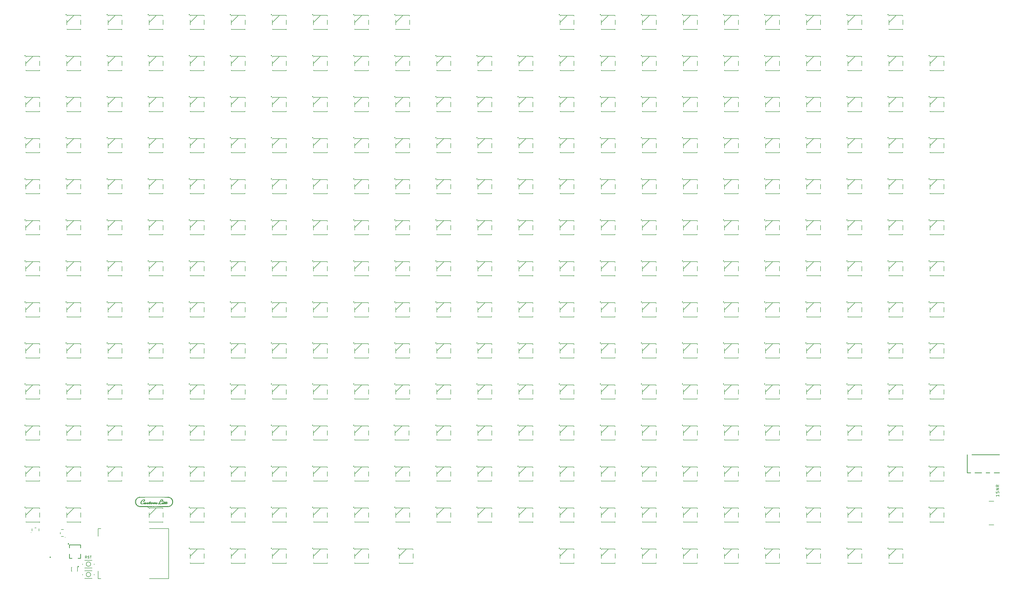
<source format=gto>
G04 EAGLE Gerber RS-274X export*
G75*
%MOMM*%
%FSLAX34Y34*%
%LPD*%
%INSilkscreen Top*%
%IPPOS*%
%AMOC8*
5,1,8,0,0,1.08239X$1,22.5*%
G01*
%ADD10C,0.203200*%
%ADD11C,0.152400*%
%ADD12C,0.508000*%
%ADD13C,0.127000*%
%ADD14C,0.254000*%
%ADD15C,0.254000*%
%ADD16R,10.590000X0.040000*%
%ADD17R,11.000000X0.030000*%
%ADD18R,0.480000X0.040000*%
%ADD19R,0.110000X0.040000*%
%ADD20R,0.600000X0.040000*%
%ADD21R,0.370000X0.040000*%
%ADD22R,0.330000X0.040000*%
%ADD23R,0.300000X0.030000*%
%ADD24R,0.220000X0.030000*%
%ADD25R,0.110000X0.030000*%
%ADD26R,0.220000X0.040000*%
%ADD27R,10.820000X0.040000*%
%ADD28R,0.250000X0.040000*%
%ADD29R,11.110000X0.040000*%
%ADD30R,2.340000X0.040000*%
%ADD31R,0.070000X0.040000*%
%ADD32R,0.180000X0.040000*%
%ADD33R,1.780000X0.040000*%
%ADD34R,0.190000X0.030000*%
%ADD35R,0.370000X0.030000*%
%ADD36R,0.410000X0.030000*%
%ADD37R,0.190000X0.040000*%
%ADD38R,0.300000X0.040000*%
%ADD39R,0.260000X0.040000*%
%ADD40R,0.140000X0.030000*%
%ADD41R,0.250000X0.030000*%
%ADD42R,0.150000X0.040000*%
%ADD43R,0.230000X0.040000*%
%ADD44R,0.140000X0.040000*%
%ADD45R,0.230000X0.030000*%
%ADD46R,0.150000X0.030000*%
%ADD47R,0.120000X0.040000*%
%ADD48R,0.180000X0.030000*%
%ADD49R,0.120000X0.030000*%
%ADD50R,0.550000X0.040000*%
%ADD51R,0.670000X0.040000*%
%ADD52R,0.630000X0.040000*%
%ADD53R,0.750000X0.030000*%
%ADD54R,0.670000X0.030000*%
%ADD55R,0.820000X0.040000*%
%ADD56R,0.340000X0.040000*%
%ADD57R,0.330000X0.030000*%
%ADD58R,0.260000X0.030000*%
%ADD59R,0.290000X0.030000*%
%ADD60R,0.290000X0.040000*%
%ADD61R,0.340000X0.030000*%
%ADD62R,0.070000X0.030000*%
%ADD63R,0.080000X0.040000*%
%ADD64R,0.080000X0.030000*%
%ADD65R,1.230000X0.040000*%
%ADD66R,0.700000X0.030000*%
%ADD67R,1.330000X0.030000*%
%ADD68R,0.740000X0.040000*%
%ADD69R,0.520000X0.040000*%
%ADD70R,1.330000X0.040000*%
%ADD71R,0.710000X0.040000*%
%ADD72R,0.040000X0.040000*%
%ADD73R,1.340000X0.040000*%
%ADD74R,1.260000X0.030000*%
%ADD75R,0.450000X0.040000*%
%ADD76R,0.780000X0.040000*%
%ADD77R,0.410000X0.040000*%
%ADD78R,0.510000X0.040000*%
%ADD79R,0.890000X0.040000*%
%ADD80R,1.820000X0.040000*%
%ADD81R,0.400000X0.040000*%
%ADD82R,0.480000X0.030000*%
%ADD83R,1.740000X0.030000*%
%ADD84R,0.440000X0.030000*%
%ADD85R,1.740000X0.040000*%
%ADD86R,0.440000X0.040000*%
%ADD87R,0.590000X0.030000*%
%ADD88R,0.960000X0.030000*%
%ADD89R,0.520000X0.030000*%
%ADD90R,1.410000X0.030000*%
%ADD91R,0.560000X0.030000*%
%ADD92R,1.600000X0.040000*%
%ADD93R,0.490000X0.040000*%
%ADD94R,2.230000X0.040000*%
%ADD95R,1.070000X0.040000*%
%ADD96R,1.960000X0.040000*%
%ADD97R,0.590000X0.040000*%
%ADD98R,0.700000X0.040000*%
%ADD99R,1.850000X0.040000*%
%ADD100R,1.040000X0.030000*%
%ADD101R,1.290000X0.030000*%
%ADD102R,0.550000X0.030000*%
%ADD103R,1.260000X0.040000*%
%ADD104R,1.190000X0.040000*%
%ADD105R,0.040000X0.030000*%
%ADD106R,0.380000X0.040000*%
%ADD107R,11.220000X0.030000*%
%ADD108R,11.030000X0.040000*%
%ADD109R,3.220000X0.040000*%
%ADD110R,3.590000X0.040000*%
%ADD111R,4.960000X0.040000*%
%ADD112R,2.300000X0.040000*%
%ADD113R,3.810000X0.040000*%
%ADD114R,10.850000X0.040000*%
%ADD115R,2.110000X0.030000*%
%ADD116R,1.630000X0.030000*%
%ADD117C,0.406400*%


D10*
X3650437Y350924D02*
X3648066Y353887D01*
X3658734Y353887D01*
X3658734Y350924D02*
X3658734Y356851D01*
X3658734Y362354D02*
X3658734Y365910D01*
X3658732Y366005D01*
X3658726Y366101D01*
X3658717Y366196D01*
X3658703Y366290D01*
X3658686Y366384D01*
X3658665Y366477D01*
X3658640Y366570D01*
X3658612Y366661D01*
X3658580Y366751D01*
X3658544Y366839D01*
X3658505Y366926D01*
X3658462Y367012D01*
X3658416Y367096D01*
X3658367Y367177D01*
X3658314Y367257D01*
X3658258Y367334D01*
X3658200Y367410D01*
X3658138Y367482D01*
X3658073Y367552D01*
X3658005Y367620D01*
X3657935Y367685D01*
X3657863Y367747D01*
X3657787Y367805D01*
X3657710Y367861D01*
X3657630Y367914D01*
X3657549Y367963D01*
X3657465Y368009D01*
X3657379Y368052D01*
X3657292Y368091D01*
X3657204Y368127D01*
X3657114Y368159D01*
X3657023Y368187D01*
X3656930Y368212D01*
X3656837Y368233D01*
X3656743Y368250D01*
X3656649Y368264D01*
X3656554Y368273D01*
X3656458Y368279D01*
X3656363Y368281D01*
X3655178Y368281D01*
X3655083Y368279D01*
X3654987Y368273D01*
X3654892Y368264D01*
X3654798Y368250D01*
X3654704Y368233D01*
X3654611Y368212D01*
X3654518Y368187D01*
X3654427Y368159D01*
X3654337Y368127D01*
X3654249Y368091D01*
X3654162Y368052D01*
X3654076Y368009D01*
X3653993Y367963D01*
X3653911Y367914D01*
X3653831Y367861D01*
X3653754Y367805D01*
X3653678Y367747D01*
X3653606Y367685D01*
X3653536Y367620D01*
X3653468Y367552D01*
X3653403Y367482D01*
X3653341Y367410D01*
X3653283Y367334D01*
X3653227Y367257D01*
X3653174Y367177D01*
X3653125Y367096D01*
X3653079Y367012D01*
X3653036Y366926D01*
X3652997Y366839D01*
X3652961Y366751D01*
X3652929Y366661D01*
X3652901Y366570D01*
X3652876Y366477D01*
X3652855Y366384D01*
X3652838Y366290D01*
X3652824Y366196D01*
X3652815Y366101D01*
X3652809Y366006D01*
X3652807Y365910D01*
X3652807Y362354D01*
X3648066Y362354D01*
X3648066Y368281D01*
X3648066Y374165D02*
X3658734Y374165D01*
X3658734Y380092D02*
X3648066Y374165D01*
X3648066Y380092D02*
X3658734Y380092D01*
X3658734Y386467D02*
X3648066Y386467D01*
X3648066Y389431D01*
X3648068Y389538D01*
X3648074Y389645D01*
X3648083Y389751D01*
X3648097Y389857D01*
X3648114Y389963D01*
X3648135Y390068D01*
X3648160Y390172D01*
X3648189Y390275D01*
X3648221Y390377D01*
X3648257Y390478D01*
X3648297Y390577D01*
X3648340Y390675D01*
X3648387Y390771D01*
X3648437Y390866D01*
X3648490Y390959D01*
X3648547Y391049D01*
X3648607Y391138D01*
X3648670Y391224D01*
X3648736Y391308D01*
X3648806Y391390D01*
X3648878Y391469D01*
X3648953Y391545D01*
X3649031Y391619D01*
X3649111Y391689D01*
X3649194Y391757D01*
X3649279Y391822D01*
X3649366Y391883D01*
X3649456Y391942D01*
X3649548Y391997D01*
X3649641Y392049D01*
X3649737Y392097D01*
X3649834Y392142D01*
X3649932Y392184D01*
X3650032Y392221D01*
X3650134Y392256D01*
X3650236Y392286D01*
X3650340Y392313D01*
X3650444Y392336D01*
X3650550Y392355D01*
X3650656Y392370D01*
X3650762Y392382D01*
X3650869Y392390D01*
X3650976Y392394D01*
X3651082Y392394D01*
X3651189Y392390D01*
X3651296Y392382D01*
X3651402Y392370D01*
X3651508Y392355D01*
X3651614Y392336D01*
X3651718Y392313D01*
X3651822Y392286D01*
X3651924Y392256D01*
X3652026Y392221D01*
X3652126Y392184D01*
X3652224Y392142D01*
X3652321Y392097D01*
X3652417Y392049D01*
X3652511Y391997D01*
X3652602Y391942D01*
X3652692Y391883D01*
X3652779Y391822D01*
X3652864Y391757D01*
X3652947Y391689D01*
X3653027Y391619D01*
X3653105Y391545D01*
X3653180Y391469D01*
X3653252Y391390D01*
X3653322Y391308D01*
X3653388Y391224D01*
X3653451Y391138D01*
X3653511Y391049D01*
X3653568Y390959D01*
X3653621Y390866D01*
X3653671Y390771D01*
X3653718Y390675D01*
X3653761Y390577D01*
X3653801Y390478D01*
X3653837Y390377D01*
X3653869Y390275D01*
X3653898Y390172D01*
X3653923Y390068D01*
X3653944Y389963D01*
X3653961Y389857D01*
X3653975Y389751D01*
X3653984Y389645D01*
X3653990Y389538D01*
X3653992Y389431D01*
X3653993Y389431D02*
X3653993Y386467D01*
X3653993Y390023D02*
X3658734Y392394D01*
D11*
X324709Y133218D02*
X324709Y124582D01*
X324709Y133218D02*
X327108Y133218D01*
X327205Y133216D01*
X327301Y133210D01*
X327397Y133201D01*
X327493Y133187D01*
X327588Y133170D01*
X327682Y133148D01*
X327775Y133123D01*
X327868Y133095D01*
X327959Y133062D01*
X328048Y133026D01*
X328136Y132986D01*
X328223Y132943D01*
X328308Y132897D01*
X328390Y132847D01*
X328471Y132793D01*
X328549Y132737D01*
X328625Y132677D01*
X328699Y132615D01*
X328770Y132549D01*
X328838Y132481D01*
X328904Y132410D01*
X328966Y132336D01*
X329026Y132260D01*
X329082Y132182D01*
X329136Y132101D01*
X329186Y132018D01*
X329232Y131934D01*
X329275Y131847D01*
X329315Y131759D01*
X329351Y131670D01*
X329384Y131579D01*
X329412Y131486D01*
X329437Y131393D01*
X329459Y131299D01*
X329476Y131204D01*
X329490Y131108D01*
X329499Y131012D01*
X329505Y130916D01*
X329507Y130819D01*
X329505Y130722D01*
X329499Y130626D01*
X329490Y130530D01*
X329476Y130434D01*
X329459Y130339D01*
X329437Y130245D01*
X329412Y130152D01*
X329384Y130059D01*
X329351Y129968D01*
X329315Y129879D01*
X329275Y129791D01*
X329232Y129704D01*
X329186Y129619D01*
X329136Y129537D01*
X329082Y129456D01*
X329026Y129378D01*
X328966Y129302D01*
X328904Y129228D01*
X328838Y129157D01*
X328770Y129089D01*
X328699Y129023D01*
X328625Y128961D01*
X328549Y128901D01*
X328471Y128845D01*
X328390Y128791D01*
X328308Y128741D01*
X328223Y128695D01*
X328136Y128652D01*
X328048Y128612D01*
X327959Y128576D01*
X327868Y128543D01*
X327775Y128515D01*
X327682Y128490D01*
X327588Y128468D01*
X327493Y128451D01*
X327397Y128437D01*
X327301Y128428D01*
X327205Y128422D01*
X327108Y128420D01*
X324709Y128420D01*
X327588Y128420D02*
X329507Y124582D01*
X336342Y124582D02*
X336428Y124584D01*
X336514Y124590D01*
X336600Y124599D01*
X336685Y124613D01*
X336769Y124630D01*
X336853Y124651D01*
X336935Y124676D01*
X337016Y124704D01*
X337096Y124736D01*
X337175Y124772D01*
X337251Y124811D01*
X337326Y124854D01*
X337399Y124899D01*
X337470Y124949D01*
X337538Y125001D01*
X337605Y125056D01*
X337668Y125114D01*
X337729Y125175D01*
X337787Y125238D01*
X337842Y125305D01*
X337895Y125373D01*
X337944Y125444D01*
X337989Y125517D01*
X338032Y125592D01*
X338071Y125668D01*
X338107Y125747D01*
X338139Y125827D01*
X338167Y125908D01*
X338192Y125990D01*
X338213Y126074D01*
X338230Y126158D01*
X338244Y126243D01*
X338253Y126329D01*
X338259Y126415D01*
X338261Y126501D01*
X336342Y124582D02*
X336219Y124584D01*
X336096Y124589D01*
X335973Y124599D01*
X335851Y124612D01*
X335729Y124629D01*
X335607Y124649D01*
X335487Y124673D01*
X335367Y124701D01*
X335248Y124732D01*
X335130Y124767D01*
X335013Y124806D01*
X334897Y124848D01*
X334783Y124894D01*
X334670Y124943D01*
X334559Y124995D01*
X334449Y125051D01*
X334341Y125110D01*
X334235Y125173D01*
X334130Y125238D01*
X334028Y125307D01*
X333928Y125379D01*
X333831Y125454D01*
X333735Y125531D01*
X333642Y125612D01*
X333551Y125695D01*
X333463Y125781D01*
X333704Y131299D02*
X333706Y131385D01*
X333712Y131471D01*
X333721Y131557D01*
X333735Y131642D01*
X333752Y131726D01*
X333773Y131810D01*
X333798Y131892D01*
X333826Y131973D01*
X333858Y132053D01*
X333894Y132132D01*
X333933Y132208D01*
X333976Y132283D01*
X334021Y132356D01*
X334070Y132427D01*
X334123Y132495D01*
X334178Y132562D01*
X334236Y132625D01*
X334297Y132686D01*
X334360Y132744D01*
X334427Y132799D01*
X334495Y132852D01*
X334566Y132901D01*
X334639Y132946D01*
X334714Y132989D01*
X334790Y133028D01*
X334869Y133064D01*
X334949Y133096D01*
X335030Y133124D01*
X335112Y133149D01*
X335196Y133170D01*
X335280Y133187D01*
X335365Y133201D01*
X335451Y133210D01*
X335537Y133216D01*
X335623Y133218D01*
X335739Y133216D01*
X335854Y133211D01*
X335970Y133201D01*
X336085Y133188D01*
X336199Y133172D01*
X336313Y133151D01*
X336427Y133127D01*
X336539Y133099D01*
X336650Y133068D01*
X336761Y133033D01*
X336870Y132995D01*
X336978Y132953D01*
X337084Y132908D01*
X337190Y132859D01*
X337293Y132807D01*
X337395Y132752D01*
X337494Y132693D01*
X337592Y132631D01*
X337688Y132566D01*
X337782Y132498D01*
X334663Y129620D02*
X334589Y129666D01*
X334516Y129716D01*
X334446Y129769D01*
X334378Y129825D01*
X334313Y129884D01*
X334250Y129946D01*
X334191Y130011D01*
X334134Y130078D01*
X334080Y130148D01*
X334030Y130220D01*
X333983Y130294D01*
X333939Y130370D01*
X333899Y130449D01*
X333863Y130529D01*
X333830Y130610D01*
X333801Y130693D01*
X333775Y130778D01*
X333753Y130863D01*
X333736Y130949D01*
X333722Y131036D01*
X333712Y131123D01*
X333706Y131211D01*
X333704Y131299D01*
X337302Y128180D02*
X337376Y128134D01*
X337449Y128084D01*
X337519Y128031D01*
X337587Y127975D01*
X337652Y127916D01*
X337715Y127854D01*
X337774Y127789D01*
X337831Y127722D01*
X337885Y127652D01*
X337935Y127580D01*
X337982Y127506D01*
X338026Y127430D01*
X338066Y127351D01*
X338102Y127271D01*
X338135Y127190D01*
X338164Y127107D01*
X338190Y127022D01*
X338212Y126937D01*
X338229Y126851D01*
X338243Y126764D01*
X338253Y126677D01*
X338259Y126589D01*
X338261Y126501D01*
X337302Y128180D02*
X334663Y129620D01*
X344092Y133218D02*
X344092Y124582D01*
X341693Y133218D02*
X346491Y133218D01*
D12*
X298135Y94610D03*
D10*
X295976Y90673D02*
X295976Y76957D01*
X273624Y76957D02*
X273624Y91943D01*
X294579Y76957D02*
X295976Y76957D01*
X275021Y76957D02*
X273624Y76957D01*
X294579Y91943D02*
X295976Y90673D01*
X275021Y91943D02*
X273624Y91943D01*
D13*
X327550Y103500D02*
X327552Y103698D01*
X327560Y103895D01*
X327572Y104092D01*
X327589Y104289D01*
X327611Y104485D01*
X327637Y104681D01*
X327669Y104876D01*
X327705Y105070D01*
X327746Y105264D01*
X327791Y105456D01*
X327842Y105647D01*
X327897Y105837D01*
X327956Y106025D01*
X328021Y106212D01*
X328089Y106397D01*
X328163Y106581D01*
X328241Y106762D01*
X328323Y106942D01*
X328410Y107119D01*
X328501Y107295D01*
X328596Y107468D01*
X328695Y107639D01*
X328799Y107807D01*
X328907Y107972D01*
X329018Y108135D01*
X329134Y108295D01*
X329254Y108453D01*
X329377Y108607D01*
X329504Y108758D01*
X329635Y108906D01*
X329770Y109051D01*
X329908Y109192D01*
X330049Y109330D01*
X330194Y109465D01*
X330342Y109596D01*
X330493Y109723D01*
X330647Y109846D01*
X330805Y109966D01*
X330965Y110082D01*
X331128Y110193D01*
X331293Y110301D01*
X331461Y110405D01*
X331632Y110504D01*
X331805Y110599D01*
X331981Y110690D01*
X332158Y110777D01*
X332338Y110859D01*
X332519Y110937D01*
X332703Y111011D01*
X332888Y111079D01*
X333075Y111144D01*
X333263Y111203D01*
X333453Y111258D01*
X333644Y111309D01*
X333836Y111354D01*
X334030Y111395D01*
X334224Y111431D01*
X334419Y111463D01*
X334615Y111489D01*
X334811Y111511D01*
X335008Y111528D01*
X335205Y111540D01*
X335402Y111548D01*
X335600Y111550D01*
X335798Y111548D01*
X335995Y111540D01*
X336192Y111528D01*
X336389Y111511D01*
X336585Y111489D01*
X336781Y111463D01*
X336976Y111431D01*
X337170Y111395D01*
X337364Y111354D01*
X337556Y111309D01*
X337747Y111258D01*
X337937Y111203D01*
X338125Y111144D01*
X338312Y111079D01*
X338497Y111011D01*
X338681Y110937D01*
X338862Y110859D01*
X339042Y110777D01*
X339219Y110690D01*
X339395Y110599D01*
X339568Y110504D01*
X339739Y110405D01*
X339907Y110301D01*
X340072Y110193D01*
X340235Y110082D01*
X340395Y109966D01*
X340553Y109846D01*
X340707Y109723D01*
X340858Y109596D01*
X341006Y109465D01*
X341151Y109330D01*
X341292Y109192D01*
X341430Y109051D01*
X341565Y108906D01*
X341696Y108758D01*
X341823Y108607D01*
X341946Y108453D01*
X342066Y108295D01*
X342182Y108135D01*
X342293Y107972D01*
X342401Y107807D01*
X342505Y107639D01*
X342604Y107468D01*
X342699Y107295D01*
X342790Y107119D01*
X342877Y106942D01*
X342959Y106762D01*
X343037Y106581D01*
X343111Y106397D01*
X343179Y106212D01*
X343244Y106025D01*
X343303Y105837D01*
X343358Y105647D01*
X343409Y105456D01*
X343454Y105264D01*
X343495Y105070D01*
X343531Y104876D01*
X343563Y104681D01*
X343589Y104485D01*
X343611Y104289D01*
X343628Y104092D01*
X343640Y103895D01*
X343648Y103698D01*
X343650Y103500D01*
X343648Y103302D01*
X343640Y103105D01*
X343628Y102908D01*
X343611Y102711D01*
X343589Y102515D01*
X343563Y102319D01*
X343531Y102124D01*
X343495Y101930D01*
X343454Y101736D01*
X343409Y101544D01*
X343358Y101353D01*
X343303Y101163D01*
X343244Y100975D01*
X343179Y100788D01*
X343111Y100603D01*
X343037Y100419D01*
X342959Y100238D01*
X342877Y100058D01*
X342790Y99881D01*
X342699Y99705D01*
X342604Y99532D01*
X342505Y99361D01*
X342401Y99193D01*
X342293Y99028D01*
X342182Y98865D01*
X342066Y98705D01*
X341946Y98547D01*
X341823Y98393D01*
X341696Y98242D01*
X341565Y98094D01*
X341430Y97949D01*
X341292Y97808D01*
X341151Y97670D01*
X341006Y97535D01*
X340858Y97404D01*
X340707Y97277D01*
X340553Y97154D01*
X340395Y97034D01*
X340235Y96918D01*
X340072Y96807D01*
X339907Y96699D01*
X339739Y96595D01*
X339568Y96496D01*
X339395Y96401D01*
X339219Y96310D01*
X339042Y96223D01*
X338862Y96141D01*
X338681Y96063D01*
X338497Y95989D01*
X338312Y95921D01*
X338125Y95856D01*
X337937Y95797D01*
X337747Y95742D01*
X337556Y95691D01*
X337364Y95646D01*
X337170Y95605D01*
X336976Y95569D01*
X336781Y95537D01*
X336585Y95511D01*
X336389Y95489D01*
X336192Y95472D01*
X335995Y95460D01*
X335798Y95452D01*
X335600Y95450D01*
X335402Y95452D01*
X335205Y95460D01*
X335008Y95472D01*
X334811Y95489D01*
X334615Y95511D01*
X334419Y95537D01*
X334224Y95569D01*
X334030Y95605D01*
X333836Y95646D01*
X333644Y95691D01*
X333453Y95742D01*
X333263Y95797D01*
X333075Y95856D01*
X332888Y95921D01*
X332703Y95989D01*
X332519Y96063D01*
X332338Y96141D01*
X332158Y96223D01*
X331981Y96310D01*
X331805Y96401D01*
X331632Y96496D01*
X331461Y96595D01*
X331293Y96699D01*
X331128Y96807D01*
X330965Y96918D01*
X330805Y97034D01*
X330647Y97154D01*
X330493Y97277D01*
X330342Y97404D01*
X330194Y97535D01*
X330049Y97670D01*
X329908Y97808D01*
X329770Y97949D01*
X329635Y98094D01*
X329504Y98242D01*
X329377Y98393D01*
X329254Y98547D01*
X329134Y98705D01*
X329018Y98865D01*
X328907Y99028D01*
X328799Y99193D01*
X328695Y99361D01*
X328596Y99532D01*
X328501Y99705D01*
X328410Y99881D01*
X328323Y100058D01*
X328241Y100238D01*
X328163Y100419D01*
X328089Y100603D01*
X328021Y100788D01*
X327956Y100975D01*
X327897Y101163D01*
X327842Y101353D01*
X327791Y101544D01*
X327746Y101736D01*
X327705Y101930D01*
X327669Y102124D01*
X327637Y102319D01*
X327611Y102515D01*
X327589Y102711D01*
X327572Y102908D01*
X327560Y103105D01*
X327552Y103302D01*
X327550Y103500D01*
D10*
X322220Y117500D02*
X348980Y117500D01*
X348980Y89500D02*
X322220Y89500D01*
X356600Y102200D02*
X356600Y104800D01*
X314600Y104800D02*
X314600Y102200D01*
D13*
X327550Y65400D02*
X327552Y65598D01*
X327560Y65795D01*
X327572Y65992D01*
X327589Y66189D01*
X327611Y66385D01*
X327637Y66581D01*
X327669Y66776D01*
X327705Y66970D01*
X327746Y67164D01*
X327791Y67356D01*
X327842Y67547D01*
X327897Y67737D01*
X327956Y67925D01*
X328021Y68112D01*
X328089Y68297D01*
X328163Y68481D01*
X328241Y68662D01*
X328323Y68842D01*
X328410Y69019D01*
X328501Y69195D01*
X328596Y69368D01*
X328695Y69539D01*
X328799Y69707D01*
X328907Y69872D01*
X329018Y70035D01*
X329134Y70195D01*
X329254Y70353D01*
X329377Y70507D01*
X329504Y70658D01*
X329635Y70806D01*
X329770Y70951D01*
X329908Y71092D01*
X330049Y71230D01*
X330194Y71365D01*
X330342Y71496D01*
X330493Y71623D01*
X330647Y71746D01*
X330805Y71866D01*
X330965Y71982D01*
X331128Y72093D01*
X331293Y72201D01*
X331461Y72305D01*
X331632Y72404D01*
X331805Y72499D01*
X331981Y72590D01*
X332158Y72677D01*
X332338Y72759D01*
X332519Y72837D01*
X332703Y72911D01*
X332888Y72979D01*
X333075Y73044D01*
X333263Y73103D01*
X333453Y73158D01*
X333644Y73209D01*
X333836Y73254D01*
X334030Y73295D01*
X334224Y73331D01*
X334419Y73363D01*
X334615Y73389D01*
X334811Y73411D01*
X335008Y73428D01*
X335205Y73440D01*
X335402Y73448D01*
X335600Y73450D01*
X335798Y73448D01*
X335995Y73440D01*
X336192Y73428D01*
X336389Y73411D01*
X336585Y73389D01*
X336781Y73363D01*
X336976Y73331D01*
X337170Y73295D01*
X337364Y73254D01*
X337556Y73209D01*
X337747Y73158D01*
X337937Y73103D01*
X338125Y73044D01*
X338312Y72979D01*
X338497Y72911D01*
X338681Y72837D01*
X338862Y72759D01*
X339042Y72677D01*
X339219Y72590D01*
X339395Y72499D01*
X339568Y72404D01*
X339739Y72305D01*
X339907Y72201D01*
X340072Y72093D01*
X340235Y71982D01*
X340395Y71866D01*
X340553Y71746D01*
X340707Y71623D01*
X340858Y71496D01*
X341006Y71365D01*
X341151Y71230D01*
X341292Y71092D01*
X341430Y70951D01*
X341565Y70806D01*
X341696Y70658D01*
X341823Y70507D01*
X341946Y70353D01*
X342066Y70195D01*
X342182Y70035D01*
X342293Y69872D01*
X342401Y69707D01*
X342505Y69539D01*
X342604Y69368D01*
X342699Y69195D01*
X342790Y69019D01*
X342877Y68842D01*
X342959Y68662D01*
X343037Y68481D01*
X343111Y68297D01*
X343179Y68112D01*
X343244Y67925D01*
X343303Y67737D01*
X343358Y67547D01*
X343409Y67356D01*
X343454Y67164D01*
X343495Y66970D01*
X343531Y66776D01*
X343563Y66581D01*
X343589Y66385D01*
X343611Y66189D01*
X343628Y65992D01*
X343640Y65795D01*
X343648Y65598D01*
X343650Y65400D01*
X343648Y65202D01*
X343640Y65005D01*
X343628Y64808D01*
X343611Y64611D01*
X343589Y64415D01*
X343563Y64219D01*
X343531Y64024D01*
X343495Y63830D01*
X343454Y63636D01*
X343409Y63444D01*
X343358Y63253D01*
X343303Y63063D01*
X343244Y62875D01*
X343179Y62688D01*
X343111Y62503D01*
X343037Y62319D01*
X342959Y62138D01*
X342877Y61958D01*
X342790Y61781D01*
X342699Y61605D01*
X342604Y61432D01*
X342505Y61261D01*
X342401Y61093D01*
X342293Y60928D01*
X342182Y60765D01*
X342066Y60605D01*
X341946Y60447D01*
X341823Y60293D01*
X341696Y60142D01*
X341565Y59994D01*
X341430Y59849D01*
X341292Y59708D01*
X341151Y59570D01*
X341006Y59435D01*
X340858Y59304D01*
X340707Y59177D01*
X340553Y59054D01*
X340395Y58934D01*
X340235Y58818D01*
X340072Y58707D01*
X339907Y58599D01*
X339739Y58495D01*
X339568Y58396D01*
X339395Y58301D01*
X339219Y58210D01*
X339042Y58123D01*
X338862Y58041D01*
X338681Y57963D01*
X338497Y57889D01*
X338312Y57821D01*
X338125Y57756D01*
X337937Y57697D01*
X337747Y57642D01*
X337556Y57591D01*
X337364Y57546D01*
X337170Y57505D01*
X336976Y57469D01*
X336781Y57437D01*
X336585Y57411D01*
X336389Y57389D01*
X336192Y57372D01*
X335995Y57360D01*
X335798Y57352D01*
X335600Y57350D01*
X335402Y57352D01*
X335205Y57360D01*
X335008Y57372D01*
X334811Y57389D01*
X334615Y57411D01*
X334419Y57437D01*
X334224Y57469D01*
X334030Y57505D01*
X333836Y57546D01*
X333644Y57591D01*
X333453Y57642D01*
X333263Y57697D01*
X333075Y57756D01*
X332888Y57821D01*
X332703Y57889D01*
X332519Y57963D01*
X332338Y58041D01*
X332158Y58123D01*
X331981Y58210D01*
X331805Y58301D01*
X331632Y58396D01*
X331461Y58495D01*
X331293Y58599D01*
X331128Y58707D01*
X330965Y58818D01*
X330805Y58934D01*
X330647Y59054D01*
X330493Y59177D01*
X330342Y59304D01*
X330194Y59435D01*
X330049Y59570D01*
X329908Y59708D01*
X329770Y59849D01*
X329635Y59994D01*
X329504Y60142D01*
X329377Y60293D01*
X329254Y60447D01*
X329134Y60605D01*
X329018Y60765D01*
X328907Y60928D01*
X328799Y61093D01*
X328695Y61261D01*
X328596Y61432D01*
X328501Y61605D01*
X328410Y61781D01*
X328323Y61958D01*
X328241Y62138D01*
X328163Y62319D01*
X328089Y62503D01*
X328021Y62688D01*
X327956Y62875D01*
X327897Y63063D01*
X327842Y63253D01*
X327791Y63444D01*
X327746Y63636D01*
X327705Y63830D01*
X327669Y64024D01*
X327637Y64219D01*
X327611Y64415D01*
X327589Y64611D01*
X327572Y64808D01*
X327560Y65005D01*
X327552Y65202D01*
X327550Y65400D01*
D10*
X322220Y51400D02*
X348980Y51400D01*
X348980Y79400D02*
X322220Y79400D01*
X314600Y66700D02*
X314600Y64100D01*
X356600Y64100D02*
X356600Y66700D01*
X371030Y205100D02*
X371030Y232870D01*
X381300Y232870D01*
X371030Y78100D02*
X371030Y50330D01*
X381300Y50330D01*
X558410Y232870D02*
X628570Y232870D01*
X628570Y50330D02*
X558410Y50330D01*
X628570Y50330D02*
X628570Y232870D01*
X154900Y233094D02*
X154900Y224506D01*
X129500Y224506D02*
X129500Y233094D01*
X139516Y235888D02*
X144884Y235888D01*
D14*
X126198Y218640D03*
D13*
X194544Y128500D02*
X194546Y128579D01*
X194552Y128657D01*
X194562Y128736D01*
X194576Y128813D01*
X194594Y128890D01*
X194615Y128966D01*
X194641Y129040D01*
X194670Y129114D01*
X194703Y129185D01*
X194740Y129255D01*
X194780Y129323D01*
X194823Y129389D01*
X194870Y129452D01*
X194919Y129514D01*
X194972Y129572D01*
X195028Y129628D01*
X195086Y129681D01*
X195148Y129730D01*
X195211Y129777D01*
X195277Y129820D01*
X195345Y129860D01*
X195415Y129897D01*
X195486Y129930D01*
X195560Y129959D01*
X195634Y129985D01*
X195710Y130006D01*
X195787Y130024D01*
X195864Y130038D01*
X195943Y130048D01*
X196021Y130054D01*
X196100Y130056D01*
X196179Y130054D01*
X196257Y130048D01*
X196336Y130038D01*
X196413Y130024D01*
X196490Y130006D01*
X196566Y129985D01*
X196640Y129959D01*
X196714Y129930D01*
X196785Y129897D01*
X196855Y129860D01*
X196923Y129820D01*
X196989Y129777D01*
X197052Y129730D01*
X197114Y129681D01*
X197172Y129628D01*
X197228Y129572D01*
X197281Y129514D01*
X197330Y129452D01*
X197377Y129389D01*
X197420Y129323D01*
X197460Y129255D01*
X197497Y129185D01*
X197530Y129114D01*
X197559Y129040D01*
X197585Y128966D01*
X197606Y128890D01*
X197624Y128813D01*
X197638Y128736D01*
X197648Y128657D01*
X197654Y128579D01*
X197656Y128500D01*
X197654Y128421D01*
X197648Y128343D01*
X197638Y128264D01*
X197624Y128187D01*
X197606Y128110D01*
X197585Y128034D01*
X197559Y127960D01*
X197530Y127886D01*
X197497Y127815D01*
X197460Y127745D01*
X197420Y127677D01*
X197377Y127611D01*
X197330Y127548D01*
X197281Y127486D01*
X197228Y127428D01*
X197172Y127372D01*
X197114Y127319D01*
X197052Y127270D01*
X196989Y127223D01*
X196923Y127180D01*
X196855Y127140D01*
X196785Y127103D01*
X196714Y127070D01*
X196640Y127041D01*
X196566Y127015D01*
X196490Y126994D01*
X196413Y126976D01*
X196336Y126962D01*
X196257Y126952D01*
X196179Y126946D01*
X196100Y126944D01*
X196021Y126946D01*
X195943Y126952D01*
X195864Y126962D01*
X195787Y126976D01*
X195710Y126994D01*
X195634Y127015D01*
X195560Y127041D01*
X195486Y127070D01*
X195415Y127103D01*
X195345Y127140D01*
X195277Y127180D01*
X195211Y127223D01*
X195148Y127270D01*
X195086Y127319D01*
X195028Y127372D01*
X194972Y127428D01*
X194919Y127486D01*
X194870Y127548D01*
X194823Y127611D01*
X194780Y127677D01*
X194740Y127745D01*
X194703Y127815D01*
X194670Y127886D01*
X194641Y127960D01*
X194615Y128034D01*
X194594Y128110D01*
X194576Y128187D01*
X194562Y128264D01*
X194552Y128343D01*
X194546Y128421D01*
X194544Y128500D01*
D11*
X3622000Y246800D02*
X3640000Y246800D01*
X3640000Y333200D02*
X3622000Y333200D01*
D15*
X3660000Y503000D02*
X3560000Y503000D01*
X3543000Y503000D02*
X3543000Y437000D01*
X3555000Y437000D01*
X3571000Y437000D02*
X3595000Y437000D01*
X3611000Y437000D02*
X3625000Y437000D01*
X3641000Y437000D02*
X3660000Y437000D01*
X266300Y140000D02*
X266300Y125000D01*
X275300Y125000D01*
X266300Y163000D02*
X266300Y174000D01*
X306300Y174000D01*
X306300Y163000D01*
X306300Y125000D02*
X297300Y125000D01*
X306300Y125000D02*
X306300Y140000D01*
D12*
X262900Y177100D03*
D10*
X244594Y229400D02*
X236006Y229400D01*
X236006Y204000D02*
X244594Y204000D01*
X233212Y214016D02*
X233212Y219384D01*
D14*
X250460Y200698D03*
D16*
X575550Y348400D03*
D17*
X575400Y348050D03*
D18*
X521300Y347700D03*
D19*
X623550Y347700D03*
D20*
X628900Y347700D03*
D21*
X519650Y347300D03*
D22*
X630950Y347300D03*
D23*
X518500Y346950D03*
D24*
X525900Y346950D03*
D25*
X625350Y346950D03*
D23*
X632200Y346950D03*
D26*
X517400Y346600D03*
D27*
X575200Y346600D03*
D28*
X633150Y346600D03*
D26*
X516700Y346200D03*
D29*
X575150Y346200D03*
D26*
X634100Y346200D03*
X515900Y345800D03*
D30*
X530200Y345800D03*
D31*
X606650Y345800D03*
D32*
X611300Y345800D03*
D33*
X623000Y345800D03*
D26*
X634800Y345800D03*
D34*
X515350Y345450D03*
D35*
X519650Y345450D03*
D36*
X630950Y345450D03*
D34*
X635350Y345450D03*
D37*
X514650Y345100D03*
D38*
X518500Y345100D03*
X632200Y345100D03*
D37*
X635750Y345100D03*
X514250Y344700D03*
D39*
X517600Y344700D03*
D26*
X633000Y344700D03*
D32*
X636500Y344700D03*
D40*
X513700Y344350D03*
D41*
X516850Y344350D03*
D24*
X633700Y344350D03*
D34*
X636850Y344350D03*
D42*
X513350Y344000D03*
D26*
X516300Y344000D03*
D43*
X634450Y344000D03*
D44*
X637400Y344000D03*
D19*
X512750Y343600D03*
D37*
X515750Y343600D03*
D39*
X635000Y343600D03*
D42*
X637750Y343600D03*
D25*
X512450Y343250D03*
D24*
X515200Y343250D03*
D45*
X635550Y343250D03*
D46*
X638150Y343250D03*
D19*
X512050Y342900D03*
D37*
X514650Y342900D03*
D32*
X636100Y342900D03*
D42*
X638550Y342900D03*
D37*
X511650Y342500D03*
X514250Y342500D03*
D32*
X636500Y342500D03*
D42*
X638850Y342500D03*
D47*
X511300Y342100D03*
D32*
X513900Y342100D03*
D37*
X636850Y342100D03*
D42*
X639250Y342100D03*
D46*
X511150Y341750D03*
X513350Y341750D03*
D48*
X637200Y341750D03*
D46*
X639650Y341750D03*
D42*
X510750Y341400D03*
X512950Y341400D03*
D32*
X637600Y341400D03*
D44*
X640000Y341400D03*
D42*
X510350Y341000D03*
D44*
X512600Y341000D03*
D37*
X637950Y341000D03*
D42*
X640350Y341000D03*
D25*
X510150Y340650D03*
D46*
X512250Y340650D03*
D34*
X638350Y340650D03*
D25*
X640550Y340650D03*
D19*
X509850Y340300D03*
D37*
X512050Y340300D03*
D32*
X638700Y340300D03*
D19*
X640950Y340300D03*
D42*
X509650Y339900D03*
X511850Y339900D03*
X638850Y339900D03*
X641150Y339900D03*
D25*
X509450Y339550D03*
D46*
X511450Y339550D03*
X639250Y339550D03*
D49*
X641300Y339550D03*
D19*
X509050Y339200D03*
D42*
X511150Y339200D03*
D21*
X538850Y339200D03*
X604450Y339200D03*
D19*
X639450Y339200D03*
X641650Y339200D03*
X509050Y338800D03*
D42*
X511150Y338800D03*
D50*
X538350Y338800D03*
X604250Y338800D03*
D42*
X639650Y338800D03*
D19*
X641650Y338800D03*
D47*
X508700Y338400D03*
D42*
X510750Y338400D03*
D51*
X538150Y338400D03*
D52*
X604250Y338400D03*
D44*
X640000Y338400D03*
D42*
X641850Y338400D03*
D49*
X508700Y338050D03*
D25*
X510550Y338050D03*
D53*
X538150Y338050D03*
D54*
X604050Y338050D03*
D40*
X640000Y338050D03*
D25*
X642050Y338050D03*
D19*
X508350Y337700D03*
D42*
X510350Y337700D03*
D55*
X537800Y337700D03*
D22*
X601650Y337700D03*
D38*
X606300Y337700D03*
D42*
X640350Y337700D03*
D19*
X642450Y337700D03*
X508350Y337300D03*
X510150Y337300D03*
D56*
X535000Y337300D03*
D39*
X540600Y337300D03*
D38*
X601100Y337300D03*
D39*
X606500Y337300D03*
D19*
X640550Y337300D03*
X642450Y337300D03*
D25*
X507950Y336950D03*
D40*
X510000Y336950D03*
D57*
X534250Y336950D03*
D58*
X540600Y336950D03*
D59*
X600750Y336950D03*
D58*
X606500Y336950D03*
D46*
X640750Y336950D03*
D25*
X642750Y336950D03*
D19*
X507950Y336600D03*
X509850Y336600D03*
D38*
X533700Y336600D03*
D39*
X540600Y336600D03*
D38*
X600400Y336600D03*
D39*
X606500Y336600D03*
D19*
X640950Y336600D03*
X642750Y336600D03*
D42*
X507750Y336200D03*
X509650Y336200D03*
D60*
X533350Y336200D03*
D39*
X540600Y336200D03*
X600200Y336200D03*
X606500Y336200D03*
D42*
X641150Y336200D03*
D19*
X642750Y336200D03*
X507550Y335800D03*
X509450Y335800D03*
D39*
X532800Y335800D03*
X540600Y335800D03*
D38*
X600000Y335800D03*
D39*
X606500Y335800D03*
D42*
X641150Y335800D03*
D19*
X643150Y335800D03*
D25*
X507550Y335450D03*
X509450Y335450D03*
D23*
X532200Y335450D03*
D58*
X540200Y335450D03*
D23*
X599600Y335450D03*
D58*
X606100Y335450D03*
D49*
X641300Y335450D03*
D25*
X643150Y335450D03*
D19*
X507550Y335100D03*
D42*
X509250Y335100D03*
D60*
X531850Y335100D03*
D39*
X540200Y335100D03*
D60*
X599250Y335100D03*
D39*
X606100Y335100D03*
D47*
X641300Y335100D03*
D19*
X643150Y335100D03*
X507250Y334700D03*
X509050Y334700D03*
D38*
X531500Y334700D03*
D26*
X540000Y334700D03*
D60*
X599250Y334700D03*
D38*
X605900Y334700D03*
D42*
X641450Y334700D03*
D19*
X643550Y334700D03*
D25*
X507250Y334350D03*
X509050Y334350D03*
D23*
X531100Y334350D03*
D58*
X539800Y334350D03*
D23*
X598900Y334350D03*
D58*
X605700Y334350D03*
D25*
X641650Y334350D03*
X643550Y334350D03*
D19*
X507250Y334000D03*
X509050Y334000D03*
D39*
X530900Y334000D03*
X539400Y334000D03*
D56*
X598700Y334000D03*
D39*
X605400Y334000D03*
D19*
X641650Y334000D03*
X643550Y334000D03*
X507250Y333600D03*
D47*
X508700Y333600D03*
D39*
X530600Y333600D03*
X539400Y333600D03*
D38*
X598500Y333600D03*
X605200Y333600D03*
D19*
X641650Y333600D03*
X643550Y333600D03*
D25*
X506850Y333250D03*
D49*
X508700Y333250D03*
D58*
X530200Y333250D03*
X539100Y333250D03*
D57*
X598350Y333250D03*
D23*
X604800Y333250D03*
D34*
X609450Y333250D03*
D46*
X641850Y333250D03*
D25*
X643850Y333250D03*
D19*
X506850Y332900D03*
D47*
X508700Y332900D03*
D38*
X530000Y332900D03*
D39*
X538700Y332900D03*
D60*
X598150Y332900D03*
D39*
X604600Y332900D03*
X609400Y332900D03*
D19*
X642050Y332900D03*
X643850Y332900D03*
X506850Y332500D03*
D47*
X508700Y332500D03*
D38*
X529600Y332500D03*
D39*
X538300Y332500D03*
D22*
X597950Y332500D03*
D60*
X604450Y332500D03*
X609250Y332500D03*
D19*
X642050Y332500D03*
X643850Y332500D03*
X506850Y332100D03*
D47*
X508700Y332100D03*
D60*
X529250Y332100D03*
X538150Y332100D03*
D38*
X597800Y332100D03*
X604100Y332100D03*
D22*
X609050Y332100D03*
D19*
X642050Y332100D03*
X643850Y332100D03*
D25*
X506850Y331750D03*
D49*
X508700Y331750D03*
D59*
X529250Y331750D03*
D58*
X538000Y331750D03*
D61*
X597600Y331750D03*
D23*
X603700Y331750D03*
D57*
X609050Y331750D03*
D25*
X642050Y331750D03*
X643850Y331750D03*
D19*
X506850Y331400D03*
D47*
X508700Y331400D03*
D38*
X528900Y331400D03*
D39*
X537600Y331400D03*
D32*
X561300Y331400D03*
D38*
X597400Y331400D03*
D60*
X603350Y331400D03*
D21*
X608850Y331400D03*
D42*
X614850Y331400D03*
D47*
X621300Y331400D03*
D19*
X642050Y331400D03*
X643850Y331400D03*
X506850Y331000D03*
D47*
X508700Y331000D03*
D38*
X528900Y331000D03*
D39*
X537200Y331000D03*
D26*
X561100Y331000D03*
D22*
X597250Y331000D03*
D60*
X602950Y331000D03*
D21*
X608850Y331000D03*
D26*
X615200Y331000D03*
X621500Y331000D03*
D19*
X642050Y331000D03*
X643850Y331000D03*
D62*
X506650Y330650D03*
D49*
X508700Y330650D03*
D23*
X528500Y330650D03*
D59*
X536650Y330650D03*
D23*
X561100Y330650D03*
D59*
X597050Y330650D03*
D23*
X602200Y330650D03*
X608900Y330650D03*
D58*
X615000Y330650D03*
X621300Y330650D03*
D46*
X642250Y330650D03*
D25*
X643850Y330650D03*
D31*
X506650Y330300D03*
D63*
X508500Y330300D03*
D38*
X528500Y330300D03*
D39*
X536500Y330300D03*
X560900Y330300D03*
D22*
X596850Y330300D03*
D39*
X602000Y330300D03*
X608700Y330300D03*
X615000Y330300D03*
X621300Y330300D03*
D42*
X642250Y330300D03*
D31*
X644050Y330300D03*
X506650Y329900D03*
D42*
X508550Y329900D03*
D60*
X528150Y329900D03*
D32*
X536100Y329900D03*
D60*
X560750Y329900D03*
D22*
X596850Y329900D03*
D43*
X601850Y329900D03*
D32*
X608700Y329900D03*
D39*
X614600Y329900D03*
X620900Y329900D03*
D42*
X642250Y329900D03*
D31*
X644050Y329900D03*
D62*
X506650Y329550D03*
D46*
X508550Y329550D03*
D59*
X528150Y329550D03*
D64*
X536300Y329550D03*
D59*
X560750Y329550D03*
D57*
X596450Y329550D03*
D59*
X614450Y329550D03*
D58*
X620900Y329550D03*
D25*
X642050Y329550D03*
D62*
X644050Y329550D03*
D19*
X506850Y329200D03*
D47*
X508700Y329200D03*
D22*
X527950Y329200D03*
D38*
X560400Y329200D03*
D22*
X596450Y329200D03*
D39*
X614300Y329200D03*
X620600Y329200D03*
D19*
X642050Y329200D03*
X643850Y329200D03*
X506850Y328800D03*
D47*
X508700Y328800D03*
D38*
X527800Y328800D03*
D31*
X552950Y328800D03*
D38*
X560400Y328800D03*
X596300Y328800D03*
X614100Y328800D03*
X620400Y328800D03*
D19*
X642050Y328800D03*
X643850Y328800D03*
X506850Y328400D03*
D47*
X508700Y328400D03*
D38*
X527800Y328400D03*
D42*
X552950Y328400D03*
D52*
X559850Y328400D03*
D63*
X574800Y328400D03*
D56*
X596100Y328400D03*
D65*
X616850Y328400D03*
D19*
X642050Y328400D03*
X643850Y328400D03*
D25*
X506850Y328050D03*
D49*
X508700Y328050D03*
D61*
X527600Y328050D03*
D45*
X540750Y328050D03*
D24*
X545900Y328050D03*
X552600Y328050D03*
D66*
X559800Y328050D03*
D48*
X566500Y328050D03*
X568700Y328050D03*
D24*
X574800Y328050D03*
D46*
X579250Y328050D03*
X584050Y328050D03*
D23*
X595900Y328050D03*
D48*
X607200Y328050D03*
D67*
X616650Y328050D03*
D25*
X642050Y328050D03*
X643850Y328050D03*
D19*
X506850Y327700D03*
D47*
X508700Y327700D03*
D38*
X527400Y327700D03*
D39*
X540900Y327700D03*
X545700Y327700D03*
D38*
X552600Y327700D03*
D68*
X559600Y327700D03*
D69*
X567400Y327700D03*
D38*
X574800Y327700D03*
D39*
X579100Y327700D03*
X583900Y327700D03*
D22*
X595750Y327700D03*
D26*
X607400Y327700D03*
D70*
X616650Y327700D03*
D19*
X642050Y327700D03*
D63*
X643700Y327700D03*
D19*
X506850Y327300D03*
D47*
X508700Y327300D03*
D38*
X527400Y327300D03*
D60*
X540750Y327300D03*
X545550Y327300D03*
D56*
X552400Y327300D03*
D71*
X559450Y327300D03*
D20*
X567400Y327300D03*
D22*
X574650Y327300D03*
D56*
X578700Y327300D03*
X583900Y327300D03*
D72*
X589800Y327300D03*
D60*
X595550Y327300D03*
D39*
X607200Y327300D03*
D73*
X616300Y327300D03*
D19*
X642050Y327300D03*
D63*
X643700Y327300D03*
D62*
X507050Y326950D03*
D49*
X508700Y326950D03*
D23*
X527400Y326950D03*
D57*
X540550Y326950D03*
D59*
X545550Y326950D03*
D35*
X552250Y326950D03*
D54*
X559250Y326950D03*
X567050Y326950D03*
D57*
X574650Y326950D03*
D35*
X578550Y326950D03*
D36*
X583550Y326950D03*
D25*
X589450Y326950D03*
D57*
X595350Y326950D03*
D59*
X607050Y326950D03*
D74*
X616300Y326950D03*
D64*
X625200Y326950D03*
D46*
X641850Y326950D03*
D25*
X643550Y326950D03*
D31*
X507050Y326600D03*
D63*
X508900Y326600D03*
D22*
X527250Y326600D03*
X540550Y326600D03*
D38*
X545200Y326600D03*
D75*
X551850Y326600D03*
D22*
X559050Y326600D03*
D56*
X565000Y326600D03*
X568700Y326600D03*
D76*
X576500Y326600D03*
D77*
X583150Y326600D03*
D42*
X589250Y326600D03*
D22*
X595350Y326600D03*
D60*
X607050Y326600D03*
X612950Y326600D03*
D22*
X619050Y326600D03*
D42*
X624850Y326600D03*
D19*
X641650Y326600D03*
X643550Y326600D03*
X507250Y326200D03*
X509050Y326200D03*
D22*
X527250Y326200D03*
D56*
X540200Y326200D03*
X545000Y326200D03*
D78*
X551850Y326200D03*
D56*
X558700Y326200D03*
D38*
X564800Y326200D03*
D56*
X568700Y326200D03*
D79*
X575950Y326200D03*
D75*
X582950Y326200D03*
D26*
X588900Y326200D03*
D38*
X595200Y326200D03*
D22*
X606450Y326200D03*
D38*
X612600Y326200D03*
D56*
X618700Y326200D03*
D37*
X624650Y326200D03*
D19*
X641650Y326200D03*
X643550Y326200D03*
X507250Y325800D03*
X509050Y325800D03*
D22*
X527250Y325800D03*
D77*
X539850Y325800D03*
D22*
X544650Y325800D03*
D39*
X550200Y325800D03*
D28*
X553150Y325800D03*
D77*
X558350Y325800D03*
D22*
X564250Y325800D03*
D80*
X576100Y325800D03*
D39*
X588700Y325800D03*
D56*
X595000Y325800D03*
D81*
X606100Y325800D03*
D56*
X612400Y325800D03*
D21*
X618550Y325800D03*
D39*
X624300Y325800D03*
D19*
X641650Y325800D03*
X643550Y325800D03*
D25*
X507250Y325450D03*
X509050Y325450D03*
D57*
X527250Y325450D03*
D36*
X539450Y325450D03*
D57*
X544650Y325450D03*
D23*
X549600Y325450D03*
D41*
X553150Y325450D03*
D82*
X558000Y325450D03*
D61*
X563900Y325450D03*
D83*
X576100Y325450D03*
D59*
X588150Y325450D03*
D23*
X594800Y325450D03*
D84*
X605900Y325450D03*
D36*
X612050Y325450D03*
D35*
X618150Y325450D03*
D58*
X623900Y325450D03*
D46*
X641450Y325450D03*
D62*
X643350Y325450D03*
D63*
X507400Y325100D03*
D42*
X509250Y325100D03*
D21*
X527450Y325100D03*
D18*
X539100Y325100D03*
D21*
X544050Y325100D03*
D38*
X548900Y325100D03*
D28*
X553150Y325100D03*
D18*
X557600Y325100D03*
D77*
X563550Y325100D03*
D85*
X576100Y325100D03*
D38*
X587800Y325100D03*
D22*
X594650Y325100D03*
D18*
X605400Y325100D03*
D86*
X611500Y325100D03*
X617800Y325100D03*
D60*
X623350Y325100D03*
D47*
X641300Y325100D03*
D19*
X643150Y325100D03*
X507550Y324700D03*
X509450Y324700D03*
D56*
X527600Y324700D03*
D69*
X538500Y324700D03*
D81*
X543900Y324700D03*
D38*
X548500Y324700D03*
D28*
X553150Y324700D03*
D18*
X557200Y324700D03*
D75*
X563350Y324700D03*
D85*
X576100Y324700D03*
D60*
X587050Y324700D03*
X594450Y324700D03*
D69*
X605200Y324700D03*
D18*
X611300Y324700D03*
X617600Y324700D03*
D38*
X622600Y324700D03*
D47*
X641300Y324700D03*
D19*
X643150Y324700D03*
D25*
X507550Y324350D03*
X509450Y324350D03*
D35*
X527750Y324350D03*
D87*
X538150Y324350D03*
D84*
X543700Y324350D03*
D57*
X547950Y324350D03*
D88*
X554800Y324350D03*
D89*
X563000Y324350D03*
D90*
X574050Y324350D03*
D59*
X582950Y324350D03*
D57*
X586450Y324350D03*
D35*
X594050Y324350D03*
D87*
X604450Y324350D03*
D91*
X610900Y324350D03*
D89*
X617000Y324350D03*
D58*
X622000Y324350D03*
D46*
X641150Y324350D03*
D25*
X643150Y324350D03*
D19*
X507950Y324000D03*
X509850Y324000D03*
D77*
X527950Y324000D03*
D52*
X537550Y324000D03*
D76*
X545000Y324000D03*
D92*
X557600Y324000D03*
D39*
X568000Y324000D03*
D86*
X573700Y324000D03*
D77*
X578350Y324000D03*
D52*
X584250Y324000D03*
D93*
X593150Y324000D03*
D94*
X611850Y324000D03*
D19*
X640950Y324000D03*
X642750Y324000D03*
X507950Y323600D03*
X509850Y323600D03*
D18*
X528700Y323600D03*
D81*
X535000Y323600D03*
D95*
X542750Y323600D03*
D96*
X559100Y323600D03*
D75*
X573350Y323600D03*
D21*
X578150Y323600D03*
D97*
X584050Y323600D03*
D98*
X593900Y323600D03*
D99*
X607050Y323600D03*
D50*
X619450Y323600D03*
D42*
X640750Y323600D03*
D19*
X642750Y323600D03*
D25*
X507950Y323250D03*
D40*
X510000Y323250D03*
D88*
X531500Y323250D03*
D100*
X542600Y323250D03*
D54*
X552250Y323250D03*
D91*
X559100Y323250D03*
D87*
X565550Y323250D03*
D35*
X572950Y323250D03*
D57*
X577950Y323250D03*
D89*
X583700Y323250D03*
D101*
X596850Y323250D03*
D102*
X606850Y323250D03*
D91*
X612800Y323250D03*
D89*
X619300Y323250D03*
D25*
X640550Y323250D03*
D64*
X642600Y323250D03*
D19*
X508350Y322900D03*
X510150Y322900D03*
D79*
X531150Y322900D03*
D18*
X539800Y322900D03*
D86*
X544800Y322900D03*
D97*
X551850Y322900D03*
D18*
X558700Y322900D03*
D50*
X565350Y322900D03*
D22*
X572750Y322900D03*
D38*
X577800Y322900D03*
D75*
X583350Y322900D03*
D103*
X596300Y322900D03*
D18*
X606500Y322900D03*
D86*
X612600Y322900D03*
X618900Y322900D03*
D19*
X640550Y322900D03*
X642450Y322900D03*
X508350Y322500D03*
D42*
X510350Y322500D03*
D76*
X530900Y322500D03*
D77*
X539450Y322500D03*
D22*
X544250Y322500D03*
D18*
X551700Y322500D03*
D77*
X558350Y322500D03*
D18*
X565400Y322500D03*
D38*
X572600Y322500D03*
D26*
X577400Y322500D03*
D21*
X582950Y322500D03*
D104*
X595950Y322500D03*
D81*
X606100Y322500D03*
D21*
X612250Y322500D03*
X618550Y322500D03*
D42*
X640350Y322500D03*
D19*
X642450Y322500D03*
D47*
X508700Y322100D03*
D19*
X510550Y322100D03*
D97*
X530750Y322100D03*
D60*
X539250Y322100D03*
D39*
X543900Y322100D03*
D21*
X551450Y322100D03*
D60*
X558150Y322100D03*
D21*
X565150Y322100D03*
D26*
X572600Y322100D03*
D32*
X577200Y322100D03*
D38*
X582600Y322100D03*
D21*
X591850Y322100D03*
D51*
X597750Y322100D03*
D39*
X605700Y322100D03*
X611700Y322100D03*
X618000Y322100D03*
D44*
X640000Y322100D03*
D19*
X642050Y322100D03*
D49*
X508700Y321750D03*
D46*
X510750Y321750D03*
D35*
X530750Y321750D03*
D46*
X538850Y321750D03*
D24*
X551100Y321750D03*
D62*
X557750Y321750D03*
D48*
X565000Y321750D03*
D25*
X572450Y321750D03*
D105*
X582400Y321750D03*
D59*
X591850Y321750D03*
D82*
X598000Y321750D03*
D40*
X640000Y321750D03*
D25*
X642050Y321750D03*
D19*
X509050Y321400D03*
D42*
X511150Y321400D03*
D19*
X591650Y321400D03*
D26*
X597800Y321400D03*
D42*
X639650Y321400D03*
D19*
X641650Y321400D03*
X509050Y321000D03*
D47*
X511300Y321000D03*
D42*
X639250Y321000D03*
D63*
X641500Y321000D03*
D25*
X509450Y320650D03*
D46*
X511450Y320650D03*
X639250Y320650D03*
D49*
X641300Y320650D03*
D19*
X509850Y320300D03*
D42*
X511850Y320300D03*
X638850Y320300D03*
D19*
X640950Y320300D03*
D44*
X510000Y319900D03*
D42*
X512250Y319900D03*
X638550Y319900D03*
X640750Y319900D03*
D25*
X510150Y319550D03*
D40*
X512600Y319550D03*
D46*
X638150Y319550D03*
D25*
X640550Y319550D03*
D19*
X510550Y319200D03*
D32*
X512800Y319200D03*
D37*
X637950Y319200D03*
D44*
X640000Y319200D03*
D42*
X510750Y318800D03*
D37*
X513150Y318800D03*
D32*
X637600Y318800D03*
D19*
X639850Y318800D03*
D42*
X511150Y318400D03*
D32*
X513500Y318400D03*
X637200Y318400D03*
D42*
X639650Y318400D03*
D46*
X511450Y318050D03*
D48*
X513900Y318050D03*
D34*
X636850Y318050D03*
D46*
X639250Y318050D03*
D19*
X511650Y317700D03*
D37*
X514250Y317700D03*
D32*
X636500Y317700D03*
D42*
X638850Y317700D03*
X512250Y317300D03*
D37*
X514650Y317300D03*
D26*
X635900Y317300D03*
D42*
X638550Y317300D03*
D40*
X512600Y316950D03*
D24*
X515200Y316950D03*
D34*
X635350Y316950D03*
D46*
X638150Y316950D03*
D42*
X512950Y316600D03*
D26*
X515900Y316600D03*
X634800Y316600D03*
D42*
X637750Y316600D03*
X513350Y316200D03*
D39*
X516500Y316200D03*
X634300Y316200D03*
D32*
X637200Y316200D03*
X513900Y315800D03*
D39*
X517200Y315800D03*
D38*
X633700Y315800D03*
D37*
X636850Y315800D03*
D46*
X514450Y315450D03*
D23*
X517800Y315450D03*
D59*
X632950Y315450D03*
D40*
X636300Y315450D03*
D32*
X515000Y315100D03*
D38*
X518900Y315100D03*
D60*
X631850Y315100D03*
D37*
X635750Y315100D03*
X515350Y314700D03*
D106*
X520000Y314700D03*
D77*
X630550Y314700D03*
D26*
X635200Y314700D03*
D24*
X516300Y314350D03*
D107*
X575400Y314350D03*
D45*
X634450Y314350D03*
D26*
X517000Y314000D03*
D108*
X575550Y314000D03*
D26*
X633700Y314000D03*
X517800Y313600D03*
D109*
X538000Y313600D03*
D93*
X559450Y313600D03*
D22*
X564650Y313600D03*
D19*
X567250Y313600D03*
D72*
X568300Y313600D03*
D77*
X573150Y313600D03*
D31*
X584450Y313600D03*
D63*
X587400Y313600D03*
D47*
X588700Y313600D03*
D37*
X590950Y313600D03*
D110*
X610950Y313600D03*
D39*
X632800Y313600D03*
D23*
X518900Y313250D03*
D59*
X631850Y313250D03*
D77*
X520150Y312900D03*
D75*
X630350Y312900D03*
D111*
X544100Y312500D03*
D112*
X581100Y312500D03*
D113*
X612050Y312500D03*
D114*
X575350Y312100D03*
D115*
X533550Y311750D03*
D105*
X607200Y311750D03*
D48*
X610200Y311750D03*
D116*
X619650Y311750D03*
D10*
X307392Y2056338D02*
X307392Y2058878D01*
X307392Y2056338D02*
X306884Y2056338D01*
X306884Y2056389D01*
X257379Y2056389D01*
X257379Y2058700D01*
X307595Y2105690D02*
X307595Y2108408D01*
X307087Y2108408D01*
X307087Y2108433D01*
X257405Y2108433D01*
X257405Y2106173D01*
X307900Y2091390D02*
X307900Y2074372D01*
X257100Y2073864D02*
X257100Y2082500D01*
X257100Y2091136D01*
X257100Y2082500D02*
X282500Y2107900D01*
D117*
X253925Y2111075D03*
D10*
X457392Y2058878D02*
X457392Y2056338D01*
X456884Y2056338D01*
X456884Y2056389D01*
X407379Y2056389D01*
X407379Y2058700D01*
X457595Y2105690D02*
X457595Y2108408D01*
X457087Y2108408D01*
X457087Y2108433D01*
X407405Y2108433D01*
X407405Y2106173D01*
X457900Y2091390D02*
X457900Y2074372D01*
X407100Y2073864D02*
X407100Y2082500D01*
X407100Y2091136D01*
X407100Y2082500D02*
X432500Y2107900D01*
D117*
X403925Y2111075D03*
D10*
X607392Y2058878D02*
X607392Y2056338D01*
X606884Y2056338D01*
X606884Y2056389D01*
X557379Y2056389D01*
X557379Y2058700D01*
X607595Y2105690D02*
X607595Y2108408D01*
X607087Y2108408D01*
X607087Y2108433D01*
X557405Y2108433D01*
X557405Y2106173D01*
X607900Y2091390D02*
X607900Y2074372D01*
X557100Y2073864D02*
X557100Y2082500D01*
X557100Y2091136D01*
X557100Y2082500D02*
X582500Y2107900D01*
D117*
X553925Y2111075D03*
D10*
X757392Y2058878D02*
X757392Y2056338D01*
X756884Y2056338D01*
X756884Y2056389D01*
X707379Y2056389D01*
X707379Y2058700D01*
X757595Y2105690D02*
X757595Y2108408D01*
X757087Y2108408D01*
X757087Y2108433D01*
X707405Y2108433D01*
X707405Y2106173D01*
X757900Y2091390D02*
X757900Y2074372D01*
X707100Y2073864D02*
X707100Y2082500D01*
X707100Y2091136D01*
X707100Y2082500D02*
X732500Y2107900D01*
D117*
X703925Y2111075D03*
D10*
X907392Y2058878D02*
X907392Y2056338D01*
X906884Y2056338D01*
X906884Y2056389D01*
X857379Y2056389D01*
X857379Y2058700D01*
X907595Y2105690D02*
X907595Y2108408D01*
X907087Y2108408D01*
X907087Y2108433D01*
X857405Y2108433D01*
X857405Y2106173D01*
X907900Y2091390D02*
X907900Y2074372D01*
X857100Y2073864D02*
X857100Y2082500D01*
X857100Y2091136D01*
X857100Y2082500D02*
X882500Y2107900D01*
D117*
X853925Y2111075D03*
D10*
X1057392Y2058878D02*
X1057392Y2056338D01*
X1056884Y2056338D01*
X1056884Y2056389D01*
X1007379Y2056389D01*
X1007379Y2058700D01*
X1057595Y2105690D02*
X1057595Y2108408D01*
X1057087Y2108408D01*
X1057087Y2108433D01*
X1007405Y2108433D01*
X1007405Y2106173D01*
X1057900Y2091390D02*
X1057900Y2074372D01*
X1007100Y2073864D02*
X1007100Y2082500D01*
X1007100Y2091136D01*
X1007100Y2082500D02*
X1032500Y2107900D01*
D117*
X1003925Y2111075D03*
D10*
X1207392Y2058878D02*
X1207392Y2056338D01*
X1206884Y2056338D01*
X1206884Y2056389D01*
X1157379Y2056389D01*
X1157379Y2058700D01*
X1207595Y2105690D02*
X1207595Y2108408D01*
X1207087Y2108408D01*
X1207087Y2108433D01*
X1157405Y2108433D01*
X1157405Y2106173D01*
X1207900Y2091390D02*
X1207900Y2074372D01*
X1157100Y2073864D02*
X1157100Y2082500D01*
X1157100Y2091136D01*
X1157100Y2082500D02*
X1182500Y2107900D01*
D117*
X1153925Y2111075D03*
D10*
X1357392Y2058878D02*
X1357392Y2056338D01*
X1356884Y2056338D01*
X1356884Y2056389D01*
X1307379Y2056389D01*
X1307379Y2058700D01*
X1357595Y2105690D02*
X1357595Y2108408D01*
X1357087Y2108408D01*
X1357087Y2108433D01*
X1307405Y2108433D01*
X1307405Y2106173D01*
X1357900Y2091390D02*
X1357900Y2074372D01*
X1307100Y2073864D02*
X1307100Y2082500D01*
X1307100Y2091136D01*
X1307100Y2082500D02*
X1332500Y2107900D01*
D117*
X1303925Y2111075D03*
D10*
X1507392Y2058878D02*
X1507392Y2056338D01*
X1506884Y2056338D01*
X1506884Y2056389D01*
X1457379Y2056389D01*
X1457379Y2058700D01*
X1507595Y2105690D02*
X1507595Y2108408D01*
X1507087Y2108408D01*
X1507087Y2108433D01*
X1457405Y2108433D01*
X1457405Y2106173D01*
X1507900Y2091390D02*
X1507900Y2074372D01*
X1457100Y2073864D02*
X1457100Y2082500D01*
X1457100Y2091136D01*
X1457100Y2082500D02*
X1482500Y2107900D01*
D117*
X1453925Y2111075D03*
D10*
X2107392Y2058878D02*
X2107392Y2056338D01*
X2106884Y2056338D01*
X2106884Y2056389D01*
X2057379Y2056389D01*
X2057379Y2058700D01*
X2107595Y2105690D02*
X2107595Y2108408D01*
X2107087Y2108408D01*
X2107087Y2108433D01*
X2057405Y2108433D01*
X2057405Y2106173D01*
X2107900Y2091390D02*
X2107900Y2074372D01*
X2057100Y2073864D02*
X2057100Y2082500D01*
X2057100Y2091136D01*
X2057100Y2082500D02*
X2082500Y2107900D01*
D117*
X2053925Y2111075D03*
D10*
X2257392Y2058878D02*
X2257392Y2056338D01*
X2256884Y2056338D01*
X2256884Y2056389D01*
X2207379Y2056389D01*
X2207379Y2058700D01*
X2257595Y2105690D02*
X2257595Y2108408D01*
X2257087Y2108408D01*
X2257087Y2108433D01*
X2207405Y2108433D01*
X2207405Y2106173D01*
X2257900Y2091390D02*
X2257900Y2074372D01*
X2207100Y2073864D02*
X2207100Y2082500D01*
X2207100Y2091136D01*
X2207100Y2082500D02*
X2232500Y2107900D01*
D117*
X2203925Y2111075D03*
D10*
X2407392Y2058878D02*
X2407392Y2056338D01*
X2406884Y2056338D01*
X2406884Y2056389D01*
X2357379Y2056389D01*
X2357379Y2058700D01*
X2407595Y2105690D02*
X2407595Y2108408D01*
X2407087Y2108408D01*
X2407087Y2108433D01*
X2357405Y2108433D01*
X2357405Y2106173D01*
X2407900Y2091390D02*
X2407900Y2074372D01*
X2357100Y2073864D02*
X2357100Y2082500D01*
X2357100Y2091136D01*
X2357100Y2082500D02*
X2382500Y2107900D01*
D117*
X2353925Y2111075D03*
D10*
X2557392Y2058878D02*
X2557392Y2056338D01*
X2556884Y2056338D01*
X2556884Y2056389D01*
X2507379Y2056389D01*
X2507379Y2058700D01*
X2557595Y2105690D02*
X2557595Y2108408D01*
X2557087Y2108408D01*
X2557087Y2108433D01*
X2507405Y2108433D01*
X2507405Y2106173D01*
X2557900Y2091390D02*
X2557900Y2074372D01*
X2507100Y2073864D02*
X2507100Y2082500D01*
X2507100Y2091136D01*
X2507100Y2082500D02*
X2532500Y2107900D01*
D117*
X2503925Y2111075D03*
D10*
X2707392Y2058878D02*
X2707392Y2056338D01*
X2706884Y2056338D01*
X2706884Y2056389D01*
X2657379Y2056389D01*
X2657379Y2058700D01*
X2707595Y2105690D02*
X2707595Y2108408D01*
X2707087Y2108408D01*
X2707087Y2108433D01*
X2657405Y2108433D01*
X2657405Y2106173D01*
X2707900Y2091390D02*
X2707900Y2074372D01*
X2657100Y2073864D02*
X2657100Y2082500D01*
X2657100Y2091136D01*
X2657100Y2082500D02*
X2682500Y2107900D01*
D117*
X2653925Y2111075D03*
D10*
X2857392Y2058878D02*
X2857392Y2056338D01*
X2856884Y2056338D01*
X2856884Y2056389D01*
X2807379Y2056389D01*
X2807379Y2058700D01*
X2857595Y2105690D02*
X2857595Y2108408D01*
X2857087Y2108408D01*
X2857087Y2108433D01*
X2807405Y2108433D01*
X2807405Y2106173D01*
X2857900Y2091390D02*
X2857900Y2074372D01*
X2807100Y2073864D02*
X2807100Y2082500D01*
X2807100Y2091136D01*
X2807100Y2082500D02*
X2832500Y2107900D01*
D117*
X2803925Y2111075D03*
D10*
X3007392Y2058878D02*
X3007392Y2056338D01*
X3006884Y2056338D01*
X3006884Y2056389D01*
X2957379Y2056389D01*
X2957379Y2058700D01*
X3007595Y2105690D02*
X3007595Y2108408D01*
X3007087Y2108408D01*
X3007087Y2108433D01*
X2957405Y2108433D01*
X2957405Y2106173D01*
X3007900Y2091390D02*
X3007900Y2074372D01*
X2957100Y2073864D02*
X2957100Y2082500D01*
X2957100Y2091136D01*
X2957100Y2082500D02*
X2982500Y2107900D01*
D117*
X2953925Y2111075D03*
D10*
X157392Y1908878D02*
X157392Y1906338D01*
X156884Y1906338D01*
X156884Y1906389D01*
X107379Y1906389D01*
X107379Y1908700D01*
X157595Y1955690D02*
X157595Y1958408D01*
X157087Y1958408D01*
X157087Y1958433D01*
X107405Y1958433D01*
X107405Y1956173D01*
X157900Y1941390D02*
X157900Y1924372D01*
X107100Y1923864D02*
X107100Y1932500D01*
X107100Y1941136D01*
X107100Y1932500D02*
X132500Y1957900D01*
D117*
X103925Y1961075D03*
D10*
X307392Y1908878D02*
X307392Y1906338D01*
X306884Y1906338D01*
X306884Y1906389D01*
X257379Y1906389D01*
X257379Y1908700D01*
X307595Y1955690D02*
X307595Y1958408D01*
X307087Y1958408D01*
X307087Y1958433D01*
X257405Y1958433D01*
X257405Y1956173D01*
X307900Y1941390D02*
X307900Y1924372D01*
X257100Y1923864D02*
X257100Y1932500D01*
X257100Y1941136D01*
X257100Y1932500D02*
X282500Y1957900D01*
D117*
X253925Y1961075D03*
D10*
X457392Y1908878D02*
X457392Y1906338D01*
X456884Y1906338D01*
X456884Y1906389D01*
X407379Y1906389D01*
X407379Y1908700D01*
X457595Y1955690D02*
X457595Y1958408D01*
X457087Y1958408D01*
X457087Y1958433D01*
X407405Y1958433D01*
X407405Y1956173D01*
X457900Y1941390D02*
X457900Y1924372D01*
X407100Y1923864D02*
X407100Y1932500D01*
X407100Y1941136D01*
X407100Y1932500D02*
X432500Y1957900D01*
D117*
X403925Y1961075D03*
D10*
X607392Y1908878D02*
X607392Y1906338D01*
X606884Y1906338D01*
X606884Y1906389D01*
X557379Y1906389D01*
X557379Y1908700D01*
X607595Y1955690D02*
X607595Y1958408D01*
X607087Y1958408D01*
X607087Y1958433D01*
X557405Y1958433D01*
X557405Y1956173D01*
X607900Y1941390D02*
X607900Y1924372D01*
X557100Y1923864D02*
X557100Y1932500D01*
X557100Y1941136D01*
X557100Y1932500D02*
X582500Y1957900D01*
D117*
X553925Y1961075D03*
D10*
X757392Y1908878D02*
X757392Y1906338D01*
X756884Y1906338D01*
X756884Y1906389D01*
X707379Y1906389D01*
X707379Y1908700D01*
X757595Y1955690D02*
X757595Y1958408D01*
X757087Y1958408D01*
X757087Y1958433D01*
X707405Y1958433D01*
X707405Y1956173D01*
X757900Y1941390D02*
X757900Y1924372D01*
X707100Y1923864D02*
X707100Y1932500D01*
X707100Y1941136D01*
X707100Y1932500D02*
X732500Y1957900D01*
D117*
X703925Y1961075D03*
D10*
X907392Y1908878D02*
X907392Y1906338D01*
X906884Y1906338D01*
X906884Y1906389D01*
X857379Y1906389D01*
X857379Y1908700D01*
X907595Y1955690D02*
X907595Y1958408D01*
X907087Y1958408D01*
X907087Y1958433D01*
X857405Y1958433D01*
X857405Y1956173D01*
X907900Y1941390D02*
X907900Y1924372D01*
X857100Y1923864D02*
X857100Y1932500D01*
X857100Y1941136D01*
X857100Y1932500D02*
X882500Y1957900D01*
D117*
X853925Y1961075D03*
D10*
X1057392Y1908878D02*
X1057392Y1906338D01*
X1056884Y1906338D01*
X1056884Y1906389D01*
X1007379Y1906389D01*
X1007379Y1908700D01*
X1057595Y1955690D02*
X1057595Y1958408D01*
X1057087Y1958408D01*
X1057087Y1958433D01*
X1007405Y1958433D01*
X1007405Y1956173D01*
X1057900Y1941390D02*
X1057900Y1924372D01*
X1007100Y1923864D02*
X1007100Y1932500D01*
X1007100Y1941136D01*
X1007100Y1932500D02*
X1032500Y1957900D01*
D117*
X1003925Y1961075D03*
D10*
X1207392Y1908878D02*
X1207392Y1906338D01*
X1206884Y1906338D01*
X1206884Y1906389D01*
X1157379Y1906389D01*
X1157379Y1908700D01*
X1207595Y1955690D02*
X1207595Y1958408D01*
X1207087Y1958408D01*
X1207087Y1958433D01*
X1157405Y1958433D01*
X1157405Y1956173D01*
X1207900Y1941390D02*
X1207900Y1924372D01*
X1157100Y1923864D02*
X1157100Y1932500D01*
X1157100Y1941136D01*
X1157100Y1932500D02*
X1182500Y1957900D01*
D117*
X1153925Y1961075D03*
D10*
X1357392Y1908878D02*
X1357392Y1906338D01*
X1356884Y1906338D01*
X1356884Y1906389D01*
X1307379Y1906389D01*
X1307379Y1908700D01*
X1357595Y1955690D02*
X1357595Y1958408D01*
X1357087Y1958408D01*
X1357087Y1958433D01*
X1307405Y1958433D01*
X1307405Y1956173D01*
X1357900Y1941390D02*
X1357900Y1924372D01*
X1307100Y1923864D02*
X1307100Y1932500D01*
X1307100Y1941136D01*
X1307100Y1932500D02*
X1332500Y1957900D01*
D117*
X1303925Y1961075D03*
D10*
X1507392Y1908878D02*
X1507392Y1906338D01*
X1506884Y1906338D01*
X1506884Y1906389D01*
X1457379Y1906389D01*
X1457379Y1908700D01*
X1507595Y1955690D02*
X1507595Y1958408D01*
X1507087Y1958408D01*
X1507087Y1958433D01*
X1457405Y1958433D01*
X1457405Y1956173D01*
X1507900Y1941390D02*
X1507900Y1924372D01*
X1457100Y1923864D02*
X1457100Y1932500D01*
X1457100Y1941136D01*
X1457100Y1932500D02*
X1482500Y1957900D01*
D117*
X1453925Y1961075D03*
D10*
X1657392Y1908878D02*
X1657392Y1906338D01*
X1656884Y1906338D01*
X1656884Y1906389D01*
X1607379Y1906389D01*
X1607379Y1908700D01*
X1657595Y1955690D02*
X1657595Y1958408D01*
X1657087Y1958408D01*
X1657087Y1958433D01*
X1607405Y1958433D01*
X1607405Y1956173D01*
X1657900Y1941390D02*
X1657900Y1924372D01*
X1607100Y1923864D02*
X1607100Y1932500D01*
X1607100Y1941136D01*
X1607100Y1932500D02*
X1632500Y1957900D01*
D117*
X1603925Y1961075D03*
D10*
X1807392Y1908878D02*
X1807392Y1906338D01*
X1806884Y1906338D01*
X1806884Y1906389D01*
X1757379Y1906389D01*
X1757379Y1908700D01*
X1807595Y1955690D02*
X1807595Y1958408D01*
X1807087Y1958408D01*
X1807087Y1958433D01*
X1757405Y1958433D01*
X1757405Y1956173D01*
X1807900Y1941390D02*
X1807900Y1924372D01*
X1757100Y1923864D02*
X1757100Y1932500D01*
X1757100Y1941136D01*
X1757100Y1932500D02*
X1782500Y1957900D01*
D117*
X1753925Y1961075D03*
D10*
X1957392Y1908878D02*
X1957392Y1906338D01*
X1956884Y1906338D01*
X1956884Y1906389D01*
X1907379Y1906389D01*
X1907379Y1908700D01*
X1957595Y1955690D02*
X1957595Y1958408D01*
X1957087Y1958408D01*
X1957087Y1958433D01*
X1907405Y1958433D01*
X1907405Y1956173D01*
X1957900Y1941390D02*
X1957900Y1924372D01*
X1907100Y1923864D02*
X1907100Y1932500D01*
X1907100Y1941136D01*
X1907100Y1932500D02*
X1932500Y1957900D01*
D117*
X1903925Y1961075D03*
D10*
X2107392Y1908878D02*
X2107392Y1906338D01*
X2106884Y1906338D01*
X2106884Y1906389D01*
X2057379Y1906389D01*
X2057379Y1908700D01*
X2107595Y1955690D02*
X2107595Y1958408D01*
X2107087Y1958408D01*
X2107087Y1958433D01*
X2057405Y1958433D01*
X2057405Y1956173D01*
X2107900Y1941390D02*
X2107900Y1924372D01*
X2057100Y1923864D02*
X2057100Y1932500D01*
X2057100Y1941136D01*
X2057100Y1932500D02*
X2082500Y1957900D01*
D117*
X2053925Y1961075D03*
D10*
X2257392Y1908878D02*
X2257392Y1906338D01*
X2256884Y1906338D01*
X2256884Y1906389D01*
X2207379Y1906389D01*
X2207379Y1908700D01*
X2257595Y1955690D02*
X2257595Y1958408D01*
X2257087Y1958408D01*
X2257087Y1958433D01*
X2207405Y1958433D01*
X2207405Y1956173D01*
X2257900Y1941390D02*
X2257900Y1924372D01*
X2207100Y1923864D02*
X2207100Y1932500D01*
X2207100Y1941136D01*
X2207100Y1932500D02*
X2232500Y1957900D01*
D117*
X2203925Y1961075D03*
D10*
X2407392Y1908878D02*
X2407392Y1906338D01*
X2406884Y1906338D01*
X2406884Y1906389D01*
X2357379Y1906389D01*
X2357379Y1908700D01*
X2407595Y1955690D02*
X2407595Y1958408D01*
X2407087Y1958408D01*
X2407087Y1958433D01*
X2357405Y1958433D01*
X2357405Y1956173D01*
X2407900Y1941390D02*
X2407900Y1924372D01*
X2357100Y1923864D02*
X2357100Y1932500D01*
X2357100Y1941136D01*
X2357100Y1932500D02*
X2382500Y1957900D01*
D117*
X2353925Y1961075D03*
D10*
X2557392Y1908878D02*
X2557392Y1906338D01*
X2556884Y1906338D01*
X2556884Y1906389D01*
X2507379Y1906389D01*
X2507379Y1908700D01*
X2557595Y1955690D02*
X2557595Y1958408D01*
X2557087Y1958408D01*
X2557087Y1958433D01*
X2507405Y1958433D01*
X2507405Y1956173D01*
X2557900Y1941390D02*
X2557900Y1924372D01*
X2507100Y1923864D02*
X2507100Y1932500D01*
X2507100Y1941136D01*
X2507100Y1932500D02*
X2532500Y1957900D01*
D117*
X2503925Y1961075D03*
D10*
X2707392Y1908878D02*
X2707392Y1906338D01*
X2706884Y1906338D01*
X2706884Y1906389D01*
X2657379Y1906389D01*
X2657379Y1908700D01*
X2707595Y1955690D02*
X2707595Y1958408D01*
X2707087Y1958408D01*
X2707087Y1958433D01*
X2657405Y1958433D01*
X2657405Y1956173D01*
X2707900Y1941390D02*
X2707900Y1924372D01*
X2657100Y1923864D02*
X2657100Y1932500D01*
X2657100Y1941136D01*
X2657100Y1932500D02*
X2682500Y1957900D01*
D117*
X2653925Y1961075D03*
D10*
X2857392Y1908878D02*
X2857392Y1906338D01*
X2856884Y1906338D01*
X2856884Y1906389D01*
X2807379Y1906389D01*
X2807379Y1908700D01*
X2857595Y1955690D02*
X2857595Y1958408D01*
X2857087Y1958408D01*
X2857087Y1958433D01*
X2807405Y1958433D01*
X2807405Y1956173D01*
X2857900Y1941390D02*
X2857900Y1924372D01*
X2807100Y1923864D02*
X2807100Y1932500D01*
X2807100Y1941136D01*
X2807100Y1932500D02*
X2832500Y1957900D01*
D117*
X2803925Y1961075D03*
D10*
X3007392Y1908878D02*
X3007392Y1906338D01*
X3006884Y1906338D01*
X3006884Y1906389D01*
X2957379Y1906389D01*
X2957379Y1908700D01*
X3007595Y1955690D02*
X3007595Y1958408D01*
X3007087Y1958408D01*
X3007087Y1958433D01*
X2957405Y1958433D01*
X2957405Y1956173D01*
X3007900Y1941390D02*
X3007900Y1924372D01*
X2957100Y1923864D02*
X2957100Y1932500D01*
X2957100Y1941136D01*
X2957100Y1932500D02*
X2982500Y1957900D01*
D117*
X2953925Y1961075D03*
D10*
X3157392Y1908878D02*
X3157392Y1906338D01*
X3156884Y1906338D01*
X3156884Y1906389D01*
X3107379Y1906389D01*
X3107379Y1908700D01*
X3157595Y1955690D02*
X3157595Y1958408D01*
X3157087Y1958408D01*
X3157087Y1958433D01*
X3107405Y1958433D01*
X3107405Y1956173D01*
X3157900Y1941390D02*
X3157900Y1924372D01*
X3107100Y1923864D02*
X3107100Y1932500D01*
X3107100Y1941136D01*
X3107100Y1932500D02*
X3132500Y1957900D01*
D117*
X3103925Y1961075D03*
D10*
X157392Y1758878D02*
X157392Y1756338D01*
X156884Y1756338D01*
X156884Y1756389D01*
X107379Y1756389D01*
X107379Y1758700D01*
X157595Y1805690D02*
X157595Y1808408D01*
X157087Y1808408D01*
X157087Y1808433D01*
X107405Y1808433D01*
X107405Y1806173D01*
X157900Y1791390D02*
X157900Y1774372D01*
X107100Y1773864D02*
X107100Y1782500D01*
X107100Y1791136D01*
X107100Y1782500D02*
X132500Y1807900D01*
D117*
X103925Y1811075D03*
D10*
X307392Y1758878D02*
X307392Y1756338D01*
X306884Y1756338D01*
X306884Y1756389D01*
X257379Y1756389D01*
X257379Y1758700D01*
X307595Y1805690D02*
X307595Y1808408D01*
X307087Y1808408D01*
X307087Y1808433D01*
X257405Y1808433D01*
X257405Y1806173D01*
X307900Y1791390D02*
X307900Y1774372D01*
X257100Y1773864D02*
X257100Y1782500D01*
X257100Y1791136D01*
X257100Y1782500D02*
X282500Y1807900D01*
D117*
X253925Y1811075D03*
D10*
X457392Y1758878D02*
X457392Y1756338D01*
X456884Y1756338D01*
X456884Y1756389D01*
X407379Y1756389D01*
X407379Y1758700D01*
X457595Y1805690D02*
X457595Y1808408D01*
X457087Y1808408D01*
X457087Y1808433D01*
X407405Y1808433D01*
X407405Y1806173D01*
X457900Y1791390D02*
X457900Y1774372D01*
X407100Y1773864D02*
X407100Y1782500D01*
X407100Y1791136D01*
X407100Y1782500D02*
X432500Y1807900D01*
D117*
X403925Y1811075D03*
D10*
X607392Y1758878D02*
X607392Y1756338D01*
X606884Y1756338D01*
X606884Y1756389D01*
X557379Y1756389D01*
X557379Y1758700D01*
X607595Y1805690D02*
X607595Y1808408D01*
X607087Y1808408D01*
X607087Y1808433D01*
X557405Y1808433D01*
X557405Y1806173D01*
X607900Y1791390D02*
X607900Y1774372D01*
X557100Y1773864D02*
X557100Y1782500D01*
X557100Y1791136D01*
X557100Y1782500D02*
X582500Y1807900D01*
D117*
X553925Y1811075D03*
D10*
X757392Y1758878D02*
X757392Y1756338D01*
X756884Y1756338D01*
X756884Y1756389D01*
X707379Y1756389D01*
X707379Y1758700D01*
X757595Y1805690D02*
X757595Y1808408D01*
X757087Y1808408D01*
X757087Y1808433D01*
X707405Y1808433D01*
X707405Y1806173D01*
X757900Y1791390D02*
X757900Y1774372D01*
X707100Y1773864D02*
X707100Y1782500D01*
X707100Y1791136D01*
X707100Y1782500D02*
X732500Y1807900D01*
D117*
X703925Y1811075D03*
D10*
X907392Y1758878D02*
X907392Y1756338D01*
X906884Y1756338D01*
X906884Y1756389D01*
X857379Y1756389D01*
X857379Y1758700D01*
X907595Y1805690D02*
X907595Y1808408D01*
X907087Y1808408D01*
X907087Y1808433D01*
X857405Y1808433D01*
X857405Y1806173D01*
X907900Y1791390D02*
X907900Y1774372D01*
X857100Y1773864D02*
X857100Y1782500D01*
X857100Y1791136D01*
X857100Y1782500D02*
X882500Y1807900D01*
D117*
X853925Y1811075D03*
D10*
X1057392Y1758878D02*
X1057392Y1756338D01*
X1056884Y1756338D01*
X1056884Y1756389D01*
X1007379Y1756389D01*
X1007379Y1758700D01*
X1057595Y1805690D02*
X1057595Y1808408D01*
X1057087Y1808408D01*
X1057087Y1808433D01*
X1007405Y1808433D01*
X1007405Y1806173D01*
X1057900Y1791390D02*
X1057900Y1774372D01*
X1007100Y1773864D02*
X1007100Y1782500D01*
X1007100Y1791136D01*
X1007100Y1782500D02*
X1032500Y1807900D01*
D117*
X1003925Y1811075D03*
D10*
X1207392Y1758878D02*
X1207392Y1756338D01*
X1206884Y1756338D01*
X1206884Y1756389D01*
X1157379Y1756389D01*
X1157379Y1758700D01*
X1207595Y1805690D02*
X1207595Y1808408D01*
X1207087Y1808408D01*
X1207087Y1808433D01*
X1157405Y1808433D01*
X1157405Y1806173D01*
X1207900Y1791390D02*
X1207900Y1774372D01*
X1157100Y1773864D02*
X1157100Y1782500D01*
X1157100Y1791136D01*
X1157100Y1782500D02*
X1182500Y1807900D01*
D117*
X1153925Y1811075D03*
D10*
X1357392Y1758878D02*
X1357392Y1756338D01*
X1356884Y1756338D01*
X1356884Y1756389D01*
X1307379Y1756389D01*
X1307379Y1758700D01*
X1357595Y1805690D02*
X1357595Y1808408D01*
X1357087Y1808408D01*
X1357087Y1808433D01*
X1307405Y1808433D01*
X1307405Y1806173D01*
X1357900Y1791390D02*
X1357900Y1774372D01*
X1307100Y1773864D02*
X1307100Y1782500D01*
X1307100Y1791136D01*
X1307100Y1782500D02*
X1332500Y1807900D01*
D117*
X1303925Y1811075D03*
D10*
X1507392Y1758878D02*
X1507392Y1756338D01*
X1506884Y1756338D01*
X1506884Y1756389D01*
X1457379Y1756389D01*
X1457379Y1758700D01*
X1507595Y1805690D02*
X1507595Y1808408D01*
X1507087Y1808408D01*
X1507087Y1808433D01*
X1457405Y1808433D01*
X1457405Y1806173D01*
X1507900Y1791390D02*
X1507900Y1774372D01*
X1457100Y1773864D02*
X1457100Y1782500D01*
X1457100Y1791136D01*
X1457100Y1782500D02*
X1482500Y1807900D01*
D117*
X1453925Y1811075D03*
D10*
X1657392Y1758878D02*
X1657392Y1756338D01*
X1656884Y1756338D01*
X1656884Y1756389D01*
X1607379Y1756389D01*
X1607379Y1758700D01*
X1657595Y1805690D02*
X1657595Y1808408D01*
X1657087Y1808408D01*
X1657087Y1808433D01*
X1607405Y1808433D01*
X1607405Y1806173D01*
X1657900Y1791390D02*
X1657900Y1774372D01*
X1607100Y1773864D02*
X1607100Y1782500D01*
X1607100Y1791136D01*
X1607100Y1782500D02*
X1632500Y1807900D01*
D117*
X1603925Y1811075D03*
D10*
X1807392Y1758878D02*
X1807392Y1756338D01*
X1806884Y1756338D01*
X1806884Y1756389D01*
X1757379Y1756389D01*
X1757379Y1758700D01*
X1807595Y1805690D02*
X1807595Y1808408D01*
X1807087Y1808408D01*
X1807087Y1808433D01*
X1757405Y1808433D01*
X1757405Y1806173D01*
X1807900Y1791390D02*
X1807900Y1774372D01*
X1757100Y1773864D02*
X1757100Y1782500D01*
X1757100Y1791136D01*
X1757100Y1782500D02*
X1782500Y1807900D01*
D117*
X1753925Y1811075D03*
D10*
X1957392Y1758878D02*
X1957392Y1756338D01*
X1956884Y1756338D01*
X1956884Y1756389D01*
X1907379Y1756389D01*
X1907379Y1758700D01*
X1957595Y1805690D02*
X1957595Y1808408D01*
X1957087Y1808408D01*
X1957087Y1808433D01*
X1907405Y1808433D01*
X1907405Y1806173D01*
X1957900Y1791390D02*
X1957900Y1774372D01*
X1907100Y1773864D02*
X1907100Y1782500D01*
X1907100Y1791136D01*
X1907100Y1782500D02*
X1932500Y1807900D01*
D117*
X1903925Y1811075D03*
D10*
X2107392Y1758878D02*
X2107392Y1756338D01*
X2106884Y1756338D01*
X2106884Y1756389D01*
X2057379Y1756389D01*
X2057379Y1758700D01*
X2107595Y1805690D02*
X2107595Y1808408D01*
X2107087Y1808408D01*
X2107087Y1808433D01*
X2057405Y1808433D01*
X2057405Y1806173D01*
X2107900Y1791390D02*
X2107900Y1774372D01*
X2057100Y1773864D02*
X2057100Y1782500D01*
X2057100Y1791136D01*
X2057100Y1782500D02*
X2082500Y1807900D01*
D117*
X2053925Y1811075D03*
D10*
X2257392Y1758878D02*
X2257392Y1756338D01*
X2256884Y1756338D01*
X2256884Y1756389D01*
X2207379Y1756389D01*
X2207379Y1758700D01*
X2257595Y1805690D02*
X2257595Y1808408D01*
X2257087Y1808408D01*
X2257087Y1808433D01*
X2207405Y1808433D01*
X2207405Y1806173D01*
X2257900Y1791390D02*
X2257900Y1774372D01*
X2207100Y1773864D02*
X2207100Y1782500D01*
X2207100Y1791136D01*
X2207100Y1782500D02*
X2232500Y1807900D01*
D117*
X2203925Y1811075D03*
D10*
X2407392Y1758878D02*
X2407392Y1756338D01*
X2406884Y1756338D01*
X2406884Y1756389D01*
X2357379Y1756389D01*
X2357379Y1758700D01*
X2407595Y1805690D02*
X2407595Y1808408D01*
X2407087Y1808408D01*
X2407087Y1808433D01*
X2357405Y1808433D01*
X2357405Y1806173D01*
X2407900Y1791390D02*
X2407900Y1774372D01*
X2357100Y1773864D02*
X2357100Y1782500D01*
X2357100Y1791136D01*
X2357100Y1782500D02*
X2382500Y1807900D01*
D117*
X2353925Y1811075D03*
D10*
X2557392Y1758878D02*
X2557392Y1756338D01*
X2556884Y1756338D01*
X2556884Y1756389D01*
X2507379Y1756389D01*
X2507379Y1758700D01*
X2557595Y1805690D02*
X2557595Y1808408D01*
X2557087Y1808408D01*
X2557087Y1808433D01*
X2507405Y1808433D01*
X2507405Y1806173D01*
X2557900Y1791390D02*
X2557900Y1774372D01*
X2507100Y1773864D02*
X2507100Y1782500D01*
X2507100Y1791136D01*
X2507100Y1782500D02*
X2532500Y1807900D01*
D117*
X2503925Y1811075D03*
D10*
X2707392Y1758878D02*
X2707392Y1756338D01*
X2706884Y1756338D01*
X2706884Y1756389D01*
X2657379Y1756389D01*
X2657379Y1758700D01*
X2707595Y1805690D02*
X2707595Y1808408D01*
X2707087Y1808408D01*
X2707087Y1808433D01*
X2657405Y1808433D01*
X2657405Y1806173D01*
X2707900Y1791390D02*
X2707900Y1774372D01*
X2657100Y1773864D02*
X2657100Y1782500D01*
X2657100Y1791136D01*
X2657100Y1782500D02*
X2682500Y1807900D01*
D117*
X2653925Y1811075D03*
D10*
X2857392Y1758878D02*
X2857392Y1756338D01*
X2856884Y1756338D01*
X2856884Y1756389D01*
X2807379Y1756389D01*
X2807379Y1758700D01*
X2857595Y1805690D02*
X2857595Y1808408D01*
X2857087Y1808408D01*
X2857087Y1808433D01*
X2807405Y1808433D01*
X2807405Y1806173D01*
X2857900Y1791390D02*
X2857900Y1774372D01*
X2807100Y1773864D02*
X2807100Y1782500D01*
X2807100Y1791136D01*
X2807100Y1782500D02*
X2832500Y1807900D01*
D117*
X2803925Y1811075D03*
D10*
X3007392Y1758878D02*
X3007392Y1756338D01*
X3006884Y1756338D01*
X3006884Y1756389D01*
X2957379Y1756389D01*
X2957379Y1758700D01*
X3007595Y1805690D02*
X3007595Y1808408D01*
X3007087Y1808408D01*
X3007087Y1808433D01*
X2957405Y1808433D01*
X2957405Y1806173D01*
X3007900Y1791390D02*
X3007900Y1774372D01*
X2957100Y1773864D02*
X2957100Y1782500D01*
X2957100Y1791136D01*
X2957100Y1782500D02*
X2982500Y1807900D01*
D117*
X2953925Y1811075D03*
D10*
X3157392Y1758878D02*
X3157392Y1756338D01*
X3156884Y1756338D01*
X3156884Y1756389D01*
X3107379Y1756389D01*
X3107379Y1758700D01*
X3157595Y1805690D02*
X3157595Y1808408D01*
X3157087Y1808408D01*
X3157087Y1808433D01*
X3107405Y1808433D01*
X3107405Y1806173D01*
X3157900Y1791390D02*
X3157900Y1774372D01*
X3107100Y1773864D02*
X3107100Y1782500D01*
X3107100Y1791136D01*
X3107100Y1782500D02*
X3132500Y1807900D01*
D117*
X3103925Y1811075D03*
D10*
X157392Y1608878D02*
X157392Y1606338D01*
X156884Y1606338D01*
X156884Y1606389D01*
X107379Y1606389D01*
X107379Y1608700D01*
X157595Y1655690D02*
X157595Y1658408D01*
X157087Y1658408D01*
X157087Y1658433D01*
X107405Y1658433D01*
X107405Y1656173D01*
X157900Y1641390D02*
X157900Y1624372D01*
X107100Y1623864D02*
X107100Y1632500D01*
X107100Y1641136D01*
X107100Y1632500D02*
X132500Y1657900D01*
D117*
X103925Y1661075D03*
D10*
X307392Y1608878D02*
X307392Y1606338D01*
X306884Y1606338D01*
X306884Y1606389D01*
X257379Y1606389D01*
X257379Y1608700D01*
X307595Y1655690D02*
X307595Y1658408D01*
X307087Y1658408D01*
X307087Y1658433D01*
X257405Y1658433D01*
X257405Y1656173D01*
X307900Y1641390D02*
X307900Y1624372D01*
X257100Y1623864D02*
X257100Y1632500D01*
X257100Y1641136D01*
X257100Y1632500D02*
X282500Y1657900D01*
D117*
X253925Y1661075D03*
D10*
X457392Y1608878D02*
X457392Y1606338D01*
X456884Y1606338D01*
X456884Y1606389D01*
X407379Y1606389D01*
X407379Y1608700D01*
X457595Y1655690D02*
X457595Y1658408D01*
X457087Y1658408D01*
X457087Y1658433D01*
X407405Y1658433D01*
X407405Y1656173D01*
X457900Y1641390D02*
X457900Y1624372D01*
X407100Y1623864D02*
X407100Y1632500D01*
X407100Y1641136D01*
X407100Y1632500D02*
X432500Y1657900D01*
D117*
X403925Y1661075D03*
D10*
X607392Y1608878D02*
X607392Y1606338D01*
X606884Y1606338D01*
X606884Y1606389D01*
X557379Y1606389D01*
X557379Y1608700D01*
X607595Y1655690D02*
X607595Y1658408D01*
X607087Y1658408D01*
X607087Y1658433D01*
X557405Y1658433D01*
X557405Y1656173D01*
X607900Y1641390D02*
X607900Y1624372D01*
X557100Y1623864D02*
X557100Y1632500D01*
X557100Y1641136D01*
X557100Y1632500D02*
X582500Y1657900D01*
D117*
X553925Y1661075D03*
D10*
X757392Y1608878D02*
X757392Y1606338D01*
X756884Y1606338D01*
X756884Y1606389D01*
X707379Y1606389D01*
X707379Y1608700D01*
X757595Y1655690D02*
X757595Y1658408D01*
X757087Y1658408D01*
X757087Y1658433D01*
X707405Y1658433D01*
X707405Y1656173D01*
X757900Y1641390D02*
X757900Y1624372D01*
X707100Y1623864D02*
X707100Y1632500D01*
X707100Y1641136D01*
X707100Y1632500D02*
X732500Y1657900D01*
D117*
X703925Y1661075D03*
D10*
X907392Y1608878D02*
X907392Y1606338D01*
X906884Y1606338D01*
X906884Y1606389D01*
X857379Y1606389D01*
X857379Y1608700D01*
X907595Y1655690D02*
X907595Y1658408D01*
X907087Y1658408D01*
X907087Y1658433D01*
X857405Y1658433D01*
X857405Y1656173D01*
X907900Y1641390D02*
X907900Y1624372D01*
X857100Y1623864D02*
X857100Y1632500D01*
X857100Y1641136D01*
X857100Y1632500D02*
X882500Y1657900D01*
D117*
X853925Y1661075D03*
D10*
X1057392Y1608878D02*
X1057392Y1606338D01*
X1056884Y1606338D01*
X1056884Y1606389D01*
X1007379Y1606389D01*
X1007379Y1608700D01*
X1057595Y1655690D02*
X1057595Y1658408D01*
X1057087Y1658408D01*
X1057087Y1658433D01*
X1007405Y1658433D01*
X1007405Y1656173D01*
X1057900Y1641390D02*
X1057900Y1624372D01*
X1007100Y1623864D02*
X1007100Y1632500D01*
X1007100Y1641136D01*
X1007100Y1632500D02*
X1032500Y1657900D01*
D117*
X1003925Y1661075D03*
D10*
X1207392Y1608878D02*
X1207392Y1606338D01*
X1206884Y1606338D01*
X1206884Y1606389D01*
X1157379Y1606389D01*
X1157379Y1608700D01*
X1207595Y1655690D02*
X1207595Y1658408D01*
X1207087Y1658408D01*
X1207087Y1658433D01*
X1157405Y1658433D01*
X1157405Y1656173D01*
X1207900Y1641390D02*
X1207900Y1624372D01*
X1157100Y1623864D02*
X1157100Y1632500D01*
X1157100Y1641136D01*
X1157100Y1632500D02*
X1182500Y1657900D01*
D117*
X1153925Y1661075D03*
D10*
X1357392Y1608878D02*
X1357392Y1606338D01*
X1356884Y1606338D01*
X1356884Y1606389D01*
X1307379Y1606389D01*
X1307379Y1608700D01*
X1357595Y1655690D02*
X1357595Y1658408D01*
X1357087Y1658408D01*
X1357087Y1658433D01*
X1307405Y1658433D01*
X1307405Y1656173D01*
X1357900Y1641390D02*
X1357900Y1624372D01*
X1307100Y1623864D02*
X1307100Y1632500D01*
X1307100Y1641136D01*
X1307100Y1632500D02*
X1332500Y1657900D01*
D117*
X1303925Y1661075D03*
D10*
X1507392Y1608878D02*
X1507392Y1606338D01*
X1506884Y1606338D01*
X1506884Y1606389D01*
X1457379Y1606389D01*
X1457379Y1608700D01*
X1507595Y1655690D02*
X1507595Y1658408D01*
X1507087Y1658408D01*
X1507087Y1658433D01*
X1457405Y1658433D01*
X1457405Y1656173D01*
X1507900Y1641390D02*
X1507900Y1624372D01*
X1457100Y1623864D02*
X1457100Y1632500D01*
X1457100Y1641136D01*
X1457100Y1632500D02*
X1482500Y1657900D01*
D117*
X1453925Y1661075D03*
D10*
X1657392Y1608878D02*
X1657392Y1606338D01*
X1656884Y1606338D01*
X1656884Y1606389D01*
X1607379Y1606389D01*
X1607379Y1608700D01*
X1657595Y1655690D02*
X1657595Y1658408D01*
X1657087Y1658408D01*
X1657087Y1658433D01*
X1607405Y1658433D01*
X1607405Y1656173D01*
X1657900Y1641390D02*
X1657900Y1624372D01*
X1607100Y1623864D02*
X1607100Y1632500D01*
X1607100Y1641136D01*
X1607100Y1632500D02*
X1632500Y1657900D01*
D117*
X1603925Y1661075D03*
D10*
X1807392Y1608878D02*
X1807392Y1606338D01*
X1806884Y1606338D01*
X1806884Y1606389D01*
X1757379Y1606389D01*
X1757379Y1608700D01*
X1807595Y1655690D02*
X1807595Y1658408D01*
X1807087Y1658408D01*
X1807087Y1658433D01*
X1757405Y1658433D01*
X1757405Y1656173D01*
X1807900Y1641390D02*
X1807900Y1624372D01*
X1757100Y1623864D02*
X1757100Y1632500D01*
X1757100Y1641136D01*
X1757100Y1632500D02*
X1782500Y1657900D01*
D117*
X1753925Y1661075D03*
D10*
X1957392Y1608878D02*
X1957392Y1606338D01*
X1956884Y1606338D01*
X1956884Y1606389D01*
X1907379Y1606389D01*
X1907379Y1608700D01*
X1957595Y1655690D02*
X1957595Y1658408D01*
X1957087Y1658408D01*
X1957087Y1658433D01*
X1907405Y1658433D01*
X1907405Y1656173D01*
X1957900Y1641390D02*
X1957900Y1624372D01*
X1907100Y1623864D02*
X1907100Y1632500D01*
X1907100Y1641136D01*
X1907100Y1632500D02*
X1932500Y1657900D01*
D117*
X1903925Y1661075D03*
D10*
X2107392Y1608878D02*
X2107392Y1606338D01*
X2106884Y1606338D01*
X2106884Y1606389D01*
X2057379Y1606389D01*
X2057379Y1608700D01*
X2107595Y1655690D02*
X2107595Y1658408D01*
X2107087Y1658408D01*
X2107087Y1658433D01*
X2057405Y1658433D01*
X2057405Y1656173D01*
X2107900Y1641390D02*
X2107900Y1624372D01*
X2057100Y1623864D02*
X2057100Y1632500D01*
X2057100Y1641136D01*
X2057100Y1632500D02*
X2082500Y1657900D01*
D117*
X2053925Y1661075D03*
D10*
X2257392Y1608878D02*
X2257392Y1606338D01*
X2256884Y1606338D01*
X2256884Y1606389D01*
X2207379Y1606389D01*
X2207379Y1608700D01*
X2257595Y1655690D02*
X2257595Y1658408D01*
X2257087Y1658408D01*
X2257087Y1658433D01*
X2207405Y1658433D01*
X2207405Y1656173D01*
X2257900Y1641390D02*
X2257900Y1624372D01*
X2207100Y1623864D02*
X2207100Y1632500D01*
X2207100Y1641136D01*
X2207100Y1632500D02*
X2232500Y1657900D01*
D117*
X2203925Y1661075D03*
D10*
X2407392Y1608878D02*
X2407392Y1606338D01*
X2406884Y1606338D01*
X2406884Y1606389D01*
X2357379Y1606389D01*
X2357379Y1608700D01*
X2407595Y1655690D02*
X2407595Y1658408D01*
X2407087Y1658408D01*
X2407087Y1658433D01*
X2357405Y1658433D01*
X2357405Y1656173D01*
X2407900Y1641390D02*
X2407900Y1624372D01*
X2357100Y1623864D02*
X2357100Y1632500D01*
X2357100Y1641136D01*
X2357100Y1632500D02*
X2382500Y1657900D01*
D117*
X2353925Y1661075D03*
D10*
X2557392Y1608878D02*
X2557392Y1606338D01*
X2556884Y1606338D01*
X2556884Y1606389D01*
X2507379Y1606389D01*
X2507379Y1608700D01*
X2557595Y1655690D02*
X2557595Y1658408D01*
X2557087Y1658408D01*
X2557087Y1658433D01*
X2507405Y1658433D01*
X2507405Y1656173D01*
X2557900Y1641390D02*
X2557900Y1624372D01*
X2507100Y1623864D02*
X2507100Y1632500D01*
X2507100Y1641136D01*
X2507100Y1632500D02*
X2532500Y1657900D01*
D117*
X2503925Y1661075D03*
D10*
X2707392Y1608878D02*
X2707392Y1606338D01*
X2706884Y1606338D01*
X2706884Y1606389D01*
X2657379Y1606389D01*
X2657379Y1608700D01*
X2707595Y1655690D02*
X2707595Y1658408D01*
X2707087Y1658408D01*
X2707087Y1658433D01*
X2657405Y1658433D01*
X2657405Y1656173D01*
X2707900Y1641390D02*
X2707900Y1624372D01*
X2657100Y1623864D02*
X2657100Y1632500D01*
X2657100Y1641136D01*
X2657100Y1632500D02*
X2682500Y1657900D01*
D117*
X2653925Y1661075D03*
D10*
X2857392Y1608878D02*
X2857392Y1606338D01*
X2856884Y1606338D01*
X2856884Y1606389D01*
X2807379Y1606389D01*
X2807379Y1608700D01*
X2857595Y1655690D02*
X2857595Y1658408D01*
X2857087Y1658408D01*
X2857087Y1658433D01*
X2807405Y1658433D01*
X2807405Y1656173D01*
X2857900Y1641390D02*
X2857900Y1624372D01*
X2807100Y1623864D02*
X2807100Y1632500D01*
X2807100Y1641136D01*
X2807100Y1632500D02*
X2832500Y1657900D01*
D117*
X2803925Y1661075D03*
D10*
X3007392Y1608878D02*
X3007392Y1606338D01*
X3006884Y1606338D01*
X3006884Y1606389D01*
X2957379Y1606389D01*
X2957379Y1608700D01*
X3007595Y1655690D02*
X3007595Y1658408D01*
X3007087Y1658408D01*
X3007087Y1658433D01*
X2957405Y1658433D01*
X2957405Y1656173D01*
X3007900Y1641390D02*
X3007900Y1624372D01*
X2957100Y1623864D02*
X2957100Y1632500D01*
X2957100Y1641136D01*
X2957100Y1632500D02*
X2982500Y1657900D01*
D117*
X2953925Y1661075D03*
D10*
X3457392Y1608878D02*
X3457392Y1606338D01*
X3456884Y1606338D01*
X3456884Y1606389D01*
X3407379Y1606389D01*
X3407379Y1608700D01*
X3457595Y1655690D02*
X3457595Y1658408D01*
X3457087Y1658408D01*
X3457087Y1658433D01*
X3407405Y1658433D01*
X3407405Y1656173D01*
X3457900Y1641390D02*
X3457900Y1624372D01*
X3407100Y1623864D02*
X3407100Y1632500D01*
X3407100Y1641136D01*
X3407100Y1632500D02*
X3432500Y1657900D01*
D117*
X3403925Y1661075D03*
D10*
X157392Y1458878D02*
X157392Y1456338D01*
X156884Y1456338D01*
X156884Y1456389D01*
X107379Y1456389D01*
X107379Y1458700D01*
X157595Y1505690D02*
X157595Y1508408D01*
X157087Y1508408D01*
X157087Y1508433D01*
X107405Y1508433D01*
X107405Y1506173D01*
X157900Y1491390D02*
X157900Y1474372D01*
X107100Y1473864D02*
X107100Y1482500D01*
X107100Y1491136D01*
X107100Y1482500D02*
X132500Y1507900D01*
D117*
X103925Y1511075D03*
D10*
X307392Y1458878D02*
X307392Y1456338D01*
X306884Y1456338D01*
X306884Y1456389D01*
X257379Y1456389D01*
X257379Y1458700D01*
X307595Y1505690D02*
X307595Y1508408D01*
X307087Y1508408D01*
X307087Y1508433D01*
X257405Y1508433D01*
X257405Y1506173D01*
X307900Y1491390D02*
X307900Y1474372D01*
X257100Y1473864D02*
X257100Y1482500D01*
X257100Y1491136D01*
X257100Y1482500D02*
X282500Y1507900D01*
D117*
X253925Y1511075D03*
D10*
X457392Y1458878D02*
X457392Y1456338D01*
X456884Y1456338D01*
X456884Y1456389D01*
X407379Y1456389D01*
X407379Y1458700D01*
X457595Y1505690D02*
X457595Y1508408D01*
X457087Y1508408D01*
X457087Y1508433D01*
X407405Y1508433D01*
X407405Y1506173D01*
X457900Y1491390D02*
X457900Y1474372D01*
X407100Y1473864D02*
X407100Y1482500D01*
X407100Y1491136D01*
X407100Y1482500D02*
X432500Y1507900D01*
D117*
X403925Y1511075D03*
D10*
X607392Y1458878D02*
X607392Y1456338D01*
X606884Y1456338D01*
X606884Y1456389D01*
X557379Y1456389D01*
X557379Y1458700D01*
X607595Y1505690D02*
X607595Y1508408D01*
X607087Y1508408D01*
X607087Y1508433D01*
X557405Y1508433D01*
X557405Y1506173D01*
X607900Y1491390D02*
X607900Y1474372D01*
X557100Y1473864D02*
X557100Y1482500D01*
X557100Y1491136D01*
X557100Y1482500D02*
X582500Y1507900D01*
D117*
X553925Y1511075D03*
D10*
X757392Y1458878D02*
X757392Y1456338D01*
X756884Y1456338D01*
X756884Y1456389D01*
X707379Y1456389D01*
X707379Y1458700D01*
X757595Y1505690D02*
X757595Y1508408D01*
X757087Y1508408D01*
X757087Y1508433D01*
X707405Y1508433D01*
X707405Y1506173D01*
X757900Y1491390D02*
X757900Y1474372D01*
X707100Y1473864D02*
X707100Y1482500D01*
X707100Y1491136D01*
X707100Y1482500D02*
X732500Y1507900D01*
D117*
X703925Y1511075D03*
D10*
X907392Y1458878D02*
X907392Y1456338D01*
X906884Y1456338D01*
X906884Y1456389D01*
X857379Y1456389D01*
X857379Y1458700D01*
X907595Y1505690D02*
X907595Y1508408D01*
X907087Y1508408D01*
X907087Y1508433D01*
X857405Y1508433D01*
X857405Y1506173D01*
X907900Y1491390D02*
X907900Y1474372D01*
X857100Y1473864D02*
X857100Y1482500D01*
X857100Y1491136D01*
X857100Y1482500D02*
X882500Y1507900D01*
D117*
X853925Y1511075D03*
D10*
X1057392Y1458878D02*
X1057392Y1456338D01*
X1056884Y1456338D01*
X1056884Y1456389D01*
X1007379Y1456389D01*
X1007379Y1458700D01*
X1057595Y1505690D02*
X1057595Y1508408D01*
X1057087Y1508408D01*
X1057087Y1508433D01*
X1007405Y1508433D01*
X1007405Y1506173D01*
X1057900Y1491390D02*
X1057900Y1474372D01*
X1007100Y1473864D02*
X1007100Y1482500D01*
X1007100Y1491136D01*
X1007100Y1482500D02*
X1032500Y1507900D01*
D117*
X1003925Y1511075D03*
D10*
X1207392Y1458878D02*
X1207392Y1456338D01*
X1206884Y1456338D01*
X1206884Y1456389D01*
X1157379Y1456389D01*
X1157379Y1458700D01*
X1207595Y1505690D02*
X1207595Y1508408D01*
X1207087Y1508408D01*
X1207087Y1508433D01*
X1157405Y1508433D01*
X1157405Y1506173D01*
X1207900Y1491390D02*
X1207900Y1474372D01*
X1157100Y1473864D02*
X1157100Y1482500D01*
X1157100Y1491136D01*
X1157100Y1482500D02*
X1182500Y1507900D01*
D117*
X1153925Y1511075D03*
D10*
X1357392Y1458878D02*
X1357392Y1456338D01*
X1356884Y1456338D01*
X1356884Y1456389D01*
X1307379Y1456389D01*
X1307379Y1458700D01*
X1357595Y1505690D02*
X1357595Y1508408D01*
X1357087Y1508408D01*
X1357087Y1508433D01*
X1307405Y1508433D01*
X1307405Y1506173D01*
X1357900Y1491390D02*
X1357900Y1474372D01*
X1307100Y1473864D02*
X1307100Y1482500D01*
X1307100Y1491136D01*
X1307100Y1482500D02*
X1332500Y1507900D01*
D117*
X1303925Y1511075D03*
D10*
X1507392Y1458878D02*
X1507392Y1456338D01*
X1506884Y1456338D01*
X1506884Y1456389D01*
X1457379Y1456389D01*
X1457379Y1458700D01*
X1507595Y1505690D02*
X1507595Y1508408D01*
X1507087Y1508408D01*
X1507087Y1508433D01*
X1457405Y1508433D01*
X1457405Y1506173D01*
X1507900Y1491390D02*
X1507900Y1474372D01*
X1457100Y1473864D02*
X1457100Y1482500D01*
X1457100Y1491136D01*
X1457100Y1482500D02*
X1482500Y1507900D01*
D117*
X1453925Y1511075D03*
D10*
X1657392Y1458878D02*
X1657392Y1456338D01*
X1656884Y1456338D01*
X1656884Y1456389D01*
X1607379Y1456389D01*
X1607379Y1458700D01*
X1657595Y1505690D02*
X1657595Y1508408D01*
X1657087Y1508408D01*
X1657087Y1508433D01*
X1607405Y1508433D01*
X1607405Y1506173D01*
X1657900Y1491390D02*
X1657900Y1474372D01*
X1607100Y1473864D02*
X1607100Y1482500D01*
X1607100Y1491136D01*
X1607100Y1482500D02*
X1632500Y1507900D01*
D117*
X1603925Y1511075D03*
D10*
X1807392Y1458878D02*
X1807392Y1456338D01*
X1806884Y1456338D01*
X1806884Y1456389D01*
X1757379Y1456389D01*
X1757379Y1458700D01*
X1807595Y1505690D02*
X1807595Y1508408D01*
X1807087Y1508408D01*
X1807087Y1508433D01*
X1757405Y1508433D01*
X1757405Y1506173D01*
X1807900Y1491390D02*
X1807900Y1474372D01*
X1757100Y1473864D02*
X1757100Y1482500D01*
X1757100Y1491136D01*
X1757100Y1482500D02*
X1782500Y1507900D01*
D117*
X1753925Y1511075D03*
D10*
X1957392Y1458878D02*
X1957392Y1456338D01*
X1956884Y1456338D01*
X1956884Y1456389D01*
X1907379Y1456389D01*
X1907379Y1458700D01*
X1957595Y1505690D02*
X1957595Y1508408D01*
X1957087Y1508408D01*
X1957087Y1508433D01*
X1907405Y1508433D01*
X1907405Y1506173D01*
X1957900Y1491390D02*
X1957900Y1474372D01*
X1907100Y1473864D02*
X1907100Y1482500D01*
X1907100Y1491136D01*
X1907100Y1482500D02*
X1932500Y1507900D01*
D117*
X1903925Y1511075D03*
D10*
X2107392Y1458878D02*
X2107392Y1456338D01*
X2106884Y1456338D01*
X2106884Y1456389D01*
X2057379Y1456389D01*
X2057379Y1458700D01*
X2107595Y1505690D02*
X2107595Y1508408D01*
X2107087Y1508408D01*
X2107087Y1508433D01*
X2057405Y1508433D01*
X2057405Y1506173D01*
X2107900Y1491390D02*
X2107900Y1474372D01*
X2057100Y1473864D02*
X2057100Y1482500D01*
X2057100Y1491136D01*
X2057100Y1482500D02*
X2082500Y1507900D01*
D117*
X2053925Y1511075D03*
D10*
X2257392Y1458878D02*
X2257392Y1456338D01*
X2256884Y1456338D01*
X2256884Y1456389D01*
X2207379Y1456389D01*
X2207379Y1458700D01*
X2257595Y1505690D02*
X2257595Y1508408D01*
X2257087Y1508408D01*
X2257087Y1508433D01*
X2207405Y1508433D01*
X2207405Y1506173D01*
X2257900Y1491390D02*
X2257900Y1474372D01*
X2207100Y1473864D02*
X2207100Y1482500D01*
X2207100Y1491136D01*
X2207100Y1482500D02*
X2232500Y1507900D01*
D117*
X2203925Y1511075D03*
D10*
X2407392Y1458878D02*
X2407392Y1456338D01*
X2406884Y1456338D01*
X2406884Y1456389D01*
X2357379Y1456389D01*
X2357379Y1458700D01*
X2407595Y1505690D02*
X2407595Y1508408D01*
X2407087Y1508408D01*
X2407087Y1508433D01*
X2357405Y1508433D01*
X2357405Y1506173D01*
X2407900Y1491390D02*
X2407900Y1474372D01*
X2357100Y1473864D02*
X2357100Y1482500D01*
X2357100Y1491136D01*
X2357100Y1482500D02*
X2382500Y1507900D01*
D117*
X2353925Y1511075D03*
D10*
X2557392Y1458878D02*
X2557392Y1456338D01*
X2556884Y1456338D01*
X2556884Y1456389D01*
X2507379Y1456389D01*
X2507379Y1458700D01*
X2557595Y1505690D02*
X2557595Y1508408D01*
X2557087Y1508408D01*
X2557087Y1508433D01*
X2507405Y1508433D01*
X2507405Y1506173D01*
X2557900Y1491390D02*
X2557900Y1474372D01*
X2507100Y1473864D02*
X2507100Y1482500D01*
X2507100Y1491136D01*
X2507100Y1482500D02*
X2532500Y1507900D01*
D117*
X2503925Y1511075D03*
D10*
X2707392Y1458878D02*
X2707392Y1456338D01*
X2706884Y1456338D01*
X2706884Y1456389D01*
X2657379Y1456389D01*
X2657379Y1458700D01*
X2707595Y1505690D02*
X2707595Y1508408D01*
X2707087Y1508408D01*
X2707087Y1508433D01*
X2657405Y1508433D01*
X2657405Y1506173D01*
X2707900Y1491390D02*
X2707900Y1474372D01*
X2657100Y1473864D02*
X2657100Y1482500D01*
X2657100Y1491136D01*
X2657100Y1482500D02*
X2682500Y1507900D01*
D117*
X2653925Y1511075D03*
D10*
X2857392Y1458878D02*
X2857392Y1456338D01*
X2856884Y1456338D01*
X2856884Y1456389D01*
X2807379Y1456389D01*
X2807379Y1458700D01*
X2857595Y1505690D02*
X2857595Y1508408D01*
X2857087Y1508408D01*
X2857087Y1508433D01*
X2807405Y1508433D01*
X2807405Y1506173D01*
X2857900Y1491390D02*
X2857900Y1474372D01*
X2807100Y1473864D02*
X2807100Y1482500D01*
X2807100Y1491136D01*
X2807100Y1482500D02*
X2832500Y1507900D01*
D117*
X2803925Y1511075D03*
D10*
X3007392Y1458878D02*
X3007392Y1456338D01*
X3006884Y1456338D01*
X3006884Y1456389D01*
X2957379Y1456389D01*
X2957379Y1458700D01*
X3007595Y1505690D02*
X3007595Y1508408D01*
X3007087Y1508408D01*
X3007087Y1508433D01*
X2957405Y1508433D01*
X2957405Y1506173D01*
X3007900Y1491390D02*
X3007900Y1474372D01*
X2957100Y1473864D02*
X2957100Y1482500D01*
X2957100Y1491136D01*
X2957100Y1482500D02*
X2982500Y1507900D01*
D117*
X2953925Y1511075D03*
D10*
X3157392Y1458878D02*
X3157392Y1456338D01*
X3156884Y1456338D01*
X3156884Y1456389D01*
X3107379Y1456389D01*
X3107379Y1458700D01*
X3157595Y1505690D02*
X3157595Y1508408D01*
X3157087Y1508408D01*
X3157087Y1508433D01*
X3107405Y1508433D01*
X3107405Y1506173D01*
X3157900Y1491390D02*
X3157900Y1474372D01*
X3107100Y1473864D02*
X3107100Y1482500D01*
X3107100Y1491136D01*
X3107100Y1482500D02*
X3132500Y1507900D01*
D117*
X3103925Y1511075D03*
D10*
X157392Y1308878D02*
X157392Y1306338D01*
X156884Y1306338D01*
X156884Y1306389D01*
X107379Y1306389D01*
X107379Y1308700D01*
X157595Y1355690D02*
X157595Y1358408D01*
X157087Y1358408D01*
X157087Y1358433D01*
X107405Y1358433D01*
X107405Y1356173D01*
X157900Y1341390D02*
X157900Y1324372D01*
X107100Y1323864D02*
X107100Y1332500D01*
X107100Y1341136D01*
X107100Y1332500D02*
X132500Y1357900D01*
D117*
X103925Y1361075D03*
D10*
X307392Y1308878D02*
X307392Y1306338D01*
X306884Y1306338D01*
X306884Y1306389D01*
X257379Y1306389D01*
X257379Y1308700D01*
X307595Y1355690D02*
X307595Y1358408D01*
X307087Y1358408D01*
X307087Y1358433D01*
X257405Y1358433D01*
X257405Y1356173D01*
X307900Y1341390D02*
X307900Y1324372D01*
X257100Y1323864D02*
X257100Y1332500D01*
X257100Y1341136D01*
X257100Y1332500D02*
X282500Y1357900D01*
D117*
X253925Y1361075D03*
D10*
X457392Y1308878D02*
X457392Y1306338D01*
X456884Y1306338D01*
X456884Y1306389D01*
X407379Y1306389D01*
X407379Y1308700D01*
X457595Y1355690D02*
X457595Y1358408D01*
X457087Y1358408D01*
X457087Y1358433D01*
X407405Y1358433D01*
X407405Y1356173D01*
X457900Y1341390D02*
X457900Y1324372D01*
X407100Y1323864D02*
X407100Y1332500D01*
X407100Y1341136D01*
X407100Y1332500D02*
X432500Y1357900D01*
D117*
X403925Y1361075D03*
D10*
X607392Y1308878D02*
X607392Y1306338D01*
X606884Y1306338D01*
X606884Y1306389D01*
X557379Y1306389D01*
X557379Y1308700D01*
X607595Y1355690D02*
X607595Y1358408D01*
X607087Y1358408D01*
X607087Y1358433D01*
X557405Y1358433D01*
X557405Y1356173D01*
X607900Y1341390D02*
X607900Y1324372D01*
X557100Y1323864D02*
X557100Y1332500D01*
X557100Y1341136D01*
X557100Y1332500D02*
X582500Y1357900D01*
D117*
X553925Y1361075D03*
D10*
X757392Y1308878D02*
X757392Y1306338D01*
X756884Y1306338D01*
X756884Y1306389D01*
X707379Y1306389D01*
X707379Y1308700D01*
X757595Y1355690D02*
X757595Y1358408D01*
X757087Y1358408D01*
X757087Y1358433D01*
X707405Y1358433D01*
X707405Y1356173D01*
X757900Y1341390D02*
X757900Y1324372D01*
X707100Y1323864D02*
X707100Y1332500D01*
X707100Y1341136D01*
X707100Y1332500D02*
X732500Y1357900D01*
D117*
X703925Y1361075D03*
D10*
X907392Y1308878D02*
X907392Y1306338D01*
X906884Y1306338D01*
X906884Y1306389D01*
X857379Y1306389D01*
X857379Y1308700D01*
X907595Y1355690D02*
X907595Y1358408D01*
X907087Y1358408D01*
X907087Y1358433D01*
X857405Y1358433D01*
X857405Y1356173D01*
X907900Y1341390D02*
X907900Y1324372D01*
X857100Y1323864D02*
X857100Y1332500D01*
X857100Y1341136D01*
X857100Y1332500D02*
X882500Y1357900D01*
D117*
X853925Y1361075D03*
D10*
X1057392Y1308878D02*
X1057392Y1306338D01*
X1056884Y1306338D01*
X1056884Y1306389D01*
X1007379Y1306389D01*
X1007379Y1308700D01*
X1057595Y1355690D02*
X1057595Y1358408D01*
X1057087Y1358408D01*
X1057087Y1358433D01*
X1007405Y1358433D01*
X1007405Y1356173D01*
X1057900Y1341390D02*
X1057900Y1324372D01*
X1007100Y1323864D02*
X1007100Y1332500D01*
X1007100Y1341136D01*
X1007100Y1332500D02*
X1032500Y1357900D01*
D117*
X1003925Y1361075D03*
D10*
X1207392Y1308878D02*
X1207392Y1306338D01*
X1206884Y1306338D01*
X1206884Y1306389D01*
X1157379Y1306389D01*
X1157379Y1308700D01*
X1207595Y1355690D02*
X1207595Y1358408D01*
X1207087Y1358408D01*
X1207087Y1358433D01*
X1157405Y1358433D01*
X1157405Y1356173D01*
X1207900Y1341390D02*
X1207900Y1324372D01*
X1157100Y1323864D02*
X1157100Y1332500D01*
X1157100Y1341136D01*
X1157100Y1332500D02*
X1182500Y1357900D01*
D117*
X1153925Y1361075D03*
D10*
X1357392Y1308878D02*
X1357392Y1306338D01*
X1356884Y1306338D01*
X1356884Y1306389D01*
X1307379Y1306389D01*
X1307379Y1308700D01*
X1357595Y1355690D02*
X1357595Y1358408D01*
X1357087Y1358408D01*
X1357087Y1358433D01*
X1307405Y1358433D01*
X1307405Y1356173D01*
X1357900Y1341390D02*
X1357900Y1324372D01*
X1307100Y1323864D02*
X1307100Y1332500D01*
X1307100Y1341136D01*
X1307100Y1332500D02*
X1332500Y1357900D01*
D117*
X1303925Y1361075D03*
D10*
X1507392Y1308878D02*
X1507392Y1306338D01*
X1506884Y1306338D01*
X1506884Y1306389D01*
X1457379Y1306389D01*
X1457379Y1308700D01*
X1507595Y1355690D02*
X1507595Y1358408D01*
X1507087Y1358408D01*
X1507087Y1358433D01*
X1457405Y1358433D01*
X1457405Y1356173D01*
X1507900Y1341390D02*
X1507900Y1324372D01*
X1457100Y1323864D02*
X1457100Y1332500D01*
X1457100Y1341136D01*
X1457100Y1332500D02*
X1482500Y1357900D01*
D117*
X1453925Y1361075D03*
D10*
X1657392Y1308878D02*
X1657392Y1306338D01*
X1656884Y1306338D01*
X1656884Y1306389D01*
X1607379Y1306389D01*
X1607379Y1308700D01*
X1657595Y1355690D02*
X1657595Y1358408D01*
X1657087Y1358408D01*
X1657087Y1358433D01*
X1607405Y1358433D01*
X1607405Y1356173D01*
X1657900Y1341390D02*
X1657900Y1324372D01*
X1607100Y1323864D02*
X1607100Y1332500D01*
X1607100Y1341136D01*
X1607100Y1332500D02*
X1632500Y1357900D01*
D117*
X1603925Y1361075D03*
D10*
X1807392Y1308878D02*
X1807392Y1306338D01*
X1806884Y1306338D01*
X1806884Y1306389D01*
X1757379Y1306389D01*
X1757379Y1308700D01*
X1807595Y1355690D02*
X1807595Y1358408D01*
X1807087Y1358408D01*
X1807087Y1358433D01*
X1757405Y1358433D01*
X1757405Y1356173D01*
X1807900Y1341390D02*
X1807900Y1324372D01*
X1757100Y1323864D02*
X1757100Y1332500D01*
X1757100Y1341136D01*
X1757100Y1332500D02*
X1782500Y1357900D01*
D117*
X1753925Y1361075D03*
D10*
X1957392Y1308878D02*
X1957392Y1306338D01*
X1956884Y1306338D01*
X1956884Y1306389D01*
X1907379Y1306389D01*
X1907379Y1308700D01*
X1957595Y1355690D02*
X1957595Y1358408D01*
X1957087Y1358408D01*
X1957087Y1358433D01*
X1907405Y1358433D01*
X1907405Y1356173D01*
X1957900Y1341390D02*
X1957900Y1324372D01*
X1907100Y1323864D02*
X1907100Y1332500D01*
X1907100Y1341136D01*
X1907100Y1332500D02*
X1932500Y1357900D01*
D117*
X1903925Y1361075D03*
D10*
X2107392Y1308878D02*
X2107392Y1306338D01*
X2106884Y1306338D01*
X2106884Y1306389D01*
X2057379Y1306389D01*
X2057379Y1308700D01*
X2107595Y1355690D02*
X2107595Y1358408D01*
X2107087Y1358408D01*
X2107087Y1358433D01*
X2057405Y1358433D01*
X2057405Y1356173D01*
X2107900Y1341390D02*
X2107900Y1324372D01*
X2057100Y1323864D02*
X2057100Y1332500D01*
X2057100Y1341136D01*
X2057100Y1332500D02*
X2082500Y1357900D01*
D117*
X2053925Y1361075D03*
D10*
X2257392Y1308878D02*
X2257392Y1306338D01*
X2256884Y1306338D01*
X2256884Y1306389D01*
X2207379Y1306389D01*
X2207379Y1308700D01*
X2257595Y1355690D02*
X2257595Y1358408D01*
X2257087Y1358408D01*
X2257087Y1358433D01*
X2207405Y1358433D01*
X2207405Y1356173D01*
X2257900Y1341390D02*
X2257900Y1324372D01*
X2207100Y1323864D02*
X2207100Y1332500D01*
X2207100Y1341136D01*
X2207100Y1332500D02*
X2232500Y1357900D01*
D117*
X2203925Y1361075D03*
D10*
X2407392Y1308878D02*
X2407392Y1306338D01*
X2406884Y1306338D01*
X2406884Y1306389D01*
X2357379Y1306389D01*
X2357379Y1308700D01*
X2407595Y1355690D02*
X2407595Y1358408D01*
X2407087Y1358408D01*
X2407087Y1358433D01*
X2357405Y1358433D01*
X2357405Y1356173D01*
X2407900Y1341390D02*
X2407900Y1324372D01*
X2357100Y1323864D02*
X2357100Y1332500D01*
X2357100Y1341136D01*
X2357100Y1332500D02*
X2382500Y1357900D01*
D117*
X2353925Y1361075D03*
D10*
X2557392Y1308878D02*
X2557392Y1306338D01*
X2556884Y1306338D01*
X2556884Y1306389D01*
X2507379Y1306389D01*
X2507379Y1308700D01*
X2557595Y1355690D02*
X2557595Y1358408D01*
X2557087Y1358408D01*
X2557087Y1358433D01*
X2507405Y1358433D01*
X2507405Y1356173D01*
X2557900Y1341390D02*
X2557900Y1324372D01*
X2507100Y1323864D02*
X2507100Y1332500D01*
X2507100Y1341136D01*
X2507100Y1332500D02*
X2532500Y1357900D01*
D117*
X2503925Y1361075D03*
D10*
X2707392Y1308878D02*
X2707392Y1306338D01*
X2706884Y1306338D01*
X2706884Y1306389D01*
X2657379Y1306389D01*
X2657379Y1308700D01*
X2707595Y1355690D02*
X2707595Y1358408D01*
X2707087Y1358408D01*
X2707087Y1358433D01*
X2657405Y1358433D01*
X2657405Y1356173D01*
X2707900Y1341390D02*
X2707900Y1324372D01*
X2657100Y1323864D02*
X2657100Y1332500D01*
X2657100Y1341136D01*
X2657100Y1332500D02*
X2682500Y1357900D01*
D117*
X2653925Y1361075D03*
D10*
X2857392Y1308878D02*
X2857392Y1306338D01*
X2856884Y1306338D01*
X2856884Y1306389D01*
X2807379Y1306389D01*
X2807379Y1308700D01*
X2857595Y1355690D02*
X2857595Y1358408D01*
X2857087Y1358408D01*
X2857087Y1358433D01*
X2807405Y1358433D01*
X2807405Y1356173D01*
X2857900Y1341390D02*
X2857900Y1324372D01*
X2807100Y1323864D02*
X2807100Y1332500D01*
X2807100Y1341136D01*
X2807100Y1332500D02*
X2832500Y1357900D01*
D117*
X2803925Y1361075D03*
D10*
X3007392Y1308878D02*
X3007392Y1306338D01*
X3006884Y1306338D01*
X3006884Y1306389D01*
X2957379Y1306389D01*
X2957379Y1308700D01*
X3007595Y1355690D02*
X3007595Y1358408D01*
X3007087Y1358408D01*
X3007087Y1358433D01*
X2957405Y1358433D01*
X2957405Y1356173D01*
X3007900Y1341390D02*
X3007900Y1324372D01*
X2957100Y1323864D02*
X2957100Y1332500D01*
X2957100Y1341136D01*
X2957100Y1332500D02*
X2982500Y1357900D01*
D117*
X2953925Y1361075D03*
D10*
X3157392Y1308878D02*
X3157392Y1306338D01*
X3156884Y1306338D01*
X3156884Y1306389D01*
X3107379Y1306389D01*
X3107379Y1308700D01*
X3157595Y1355690D02*
X3157595Y1358408D01*
X3157087Y1358408D01*
X3157087Y1358433D01*
X3107405Y1358433D01*
X3107405Y1356173D01*
X3157900Y1341390D02*
X3157900Y1324372D01*
X3107100Y1323864D02*
X3107100Y1332500D01*
X3107100Y1341136D01*
X3107100Y1332500D02*
X3132500Y1357900D01*
D117*
X3103925Y1361075D03*
D10*
X157392Y1158878D02*
X157392Y1156338D01*
X156884Y1156338D01*
X156884Y1156389D01*
X107379Y1156389D01*
X107379Y1158700D01*
X157595Y1205690D02*
X157595Y1208408D01*
X157087Y1208408D01*
X157087Y1208433D01*
X107405Y1208433D01*
X107405Y1206173D01*
X157900Y1191390D02*
X157900Y1174372D01*
X107100Y1173864D02*
X107100Y1182500D01*
X107100Y1191136D01*
X107100Y1182500D02*
X132500Y1207900D01*
D117*
X103925Y1211075D03*
D10*
X307392Y1158878D02*
X307392Y1156338D01*
X306884Y1156338D01*
X306884Y1156389D01*
X257379Y1156389D01*
X257379Y1158700D01*
X307595Y1205690D02*
X307595Y1208408D01*
X307087Y1208408D01*
X307087Y1208433D01*
X257405Y1208433D01*
X257405Y1206173D01*
X307900Y1191390D02*
X307900Y1174372D01*
X257100Y1173864D02*
X257100Y1182500D01*
X257100Y1191136D01*
X257100Y1182500D02*
X282500Y1207900D01*
D117*
X253925Y1211075D03*
D10*
X457392Y1158878D02*
X457392Y1156338D01*
X456884Y1156338D01*
X456884Y1156389D01*
X407379Y1156389D01*
X407379Y1158700D01*
X457595Y1205690D02*
X457595Y1208408D01*
X457087Y1208408D01*
X457087Y1208433D01*
X407405Y1208433D01*
X407405Y1206173D01*
X457900Y1191390D02*
X457900Y1174372D01*
X407100Y1173864D02*
X407100Y1182500D01*
X407100Y1191136D01*
X407100Y1182500D02*
X432500Y1207900D01*
D117*
X403925Y1211075D03*
D10*
X607392Y1158878D02*
X607392Y1156338D01*
X606884Y1156338D01*
X606884Y1156389D01*
X557379Y1156389D01*
X557379Y1158700D01*
X607595Y1205690D02*
X607595Y1208408D01*
X607087Y1208408D01*
X607087Y1208433D01*
X557405Y1208433D01*
X557405Y1206173D01*
X607900Y1191390D02*
X607900Y1174372D01*
X557100Y1173864D02*
X557100Y1182500D01*
X557100Y1191136D01*
X557100Y1182500D02*
X582500Y1207900D01*
D117*
X553925Y1211075D03*
D10*
X757392Y1158878D02*
X757392Y1156338D01*
X756884Y1156338D01*
X756884Y1156389D01*
X707379Y1156389D01*
X707379Y1158700D01*
X757595Y1205690D02*
X757595Y1208408D01*
X757087Y1208408D01*
X757087Y1208433D01*
X707405Y1208433D01*
X707405Y1206173D01*
X757900Y1191390D02*
X757900Y1174372D01*
X707100Y1173864D02*
X707100Y1182500D01*
X707100Y1191136D01*
X707100Y1182500D02*
X732500Y1207900D01*
D117*
X703925Y1211075D03*
D10*
X907392Y1158878D02*
X907392Y1156338D01*
X906884Y1156338D01*
X906884Y1156389D01*
X857379Y1156389D01*
X857379Y1158700D01*
X907595Y1205690D02*
X907595Y1208408D01*
X907087Y1208408D01*
X907087Y1208433D01*
X857405Y1208433D01*
X857405Y1206173D01*
X907900Y1191390D02*
X907900Y1174372D01*
X857100Y1173864D02*
X857100Y1182500D01*
X857100Y1191136D01*
X857100Y1182500D02*
X882500Y1207900D01*
D117*
X853925Y1211075D03*
D10*
X1057392Y1158878D02*
X1057392Y1156338D01*
X1056884Y1156338D01*
X1056884Y1156389D01*
X1007379Y1156389D01*
X1007379Y1158700D01*
X1057595Y1205690D02*
X1057595Y1208408D01*
X1057087Y1208408D01*
X1057087Y1208433D01*
X1007405Y1208433D01*
X1007405Y1206173D01*
X1057900Y1191390D02*
X1057900Y1174372D01*
X1007100Y1173864D02*
X1007100Y1182500D01*
X1007100Y1191136D01*
X1007100Y1182500D02*
X1032500Y1207900D01*
D117*
X1003925Y1211075D03*
D10*
X1207392Y1158878D02*
X1207392Y1156338D01*
X1206884Y1156338D01*
X1206884Y1156389D01*
X1157379Y1156389D01*
X1157379Y1158700D01*
X1207595Y1205690D02*
X1207595Y1208408D01*
X1207087Y1208408D01*
X1207087Y1208433D01*
X1157405Y1208433D01*
X1157405Y1206173D01*
X1207900Y1191390D02*
X1207900Y1174372D01*
X1157100Y1173864D02*
X1157100Y1182500D01*
X1157100Y1191136D01*
X1157100Y1182500D02*
X1182500Y1207900D01*
D117*
X1153925Y1211075D03*
D10*
X1357392Y1158878D02*
X1357392Y1156338D01*
X1356884Y1156338D01*
X1356884Y1156389D01*
X1307379Y1156389D01*
X1307379Y1158700D01*
X1357595Y1205690D02*
X1357595Y1208408D01*
X1357087Y1208408D01*
X1357087Y1208433D01*
X1307405Y1208433D01*
X1307405Y1206173D01*
X1357900Y1191390D02*
X1357900Y1174372D01*
X1307100Y1173864D02*
X1307100Y1182500D01*
X1307100Y1191136D01*
X1307100Y1182500D02*
X1332500Y1207900D01*
D117*
X1303925Y1211075D03*
D10*
X1507392Y1158878D02*
X1507392Y1156338D01*
X1506884Y1156338D01*
X1506884Y1156389D01*
X1457379Y1156389D01*
X1457379Y1158700D01*
X1507595Y1205690D02*
X1507595Y1208408D01*
X1507087Y1208408D01*
X1507087Y1208433D01*
X1457405Y1208433D01*
X1457405Y1206173D01*
X1507900Y1191390D02*
X1507900Y1174372D01*
X1457100Y1173864D02*
X1457100Y1182500D01*
X1457100Y1191136D01*
X1457100Y1182500D02*
X1482500Y1207900D01*
D117*
X1453925Y1211075D03*
D10*
X1657392Y1158878D02*
X1657392Y1156338D01*
X1656884Y1156338D01*
X1656884Y1156389D01*
X1607379Y1156389D01*
X1607379Y1158700D01*
X1657595Y1205690D02*
X1657595Y1208408D01*
X1657087Y1208408D01*
X1657087Y1208433D01*
X1607405Y1208433D01*
X1607405Y1206173D01*
X1657900Y1191390D02*
X1657900Y1174372D01*
X1607100Y1173864D02*
X1607100Y1182500D01*
X1607100Y1191136D01*
X1607100Y1182500D02*
X1632500Y1207900D01*
D117*
X1603925Y1211075D03*
D10*
X1807392Y1158878D02*
X1807392Y1156338D01*
X1806884Y1156338D01*
X1806884Y1156389D01*
X1757379Y1156389D01*
X1757379Y1158700D01*
X1807595Y1205690D02*
X1807595Y1208408D01*
X1807087Y1208408D01*
X1807087Y1208433D01*
X1757405Y1208433D01*
X1757405Y1206173D01*
X1807900Y1191390D02*
X1807900Y1174372D01*
X1757100Y1173864D02*
X1757100Y1182500D01*
X1757100Y1191136D01*
X1757100Y1182500D02*
X1782500Y1207900D01*
D117*
X1753925Y1211075D03*
D10*
X1957392Y1158878D02*
X1957392Y1156338D01*
X1956884Y1156338D01*
X1956884Y1156389D01*
X1907379Y1156389D01*
X1907379Y1158700D01*
X1957595Y1205690D02*
X1957595Y1208408D01*
X1957087Y1208408D01*
X1957087Y1208433D01*
X1907405Y1208433D01*
X1907405Y1206173D01*
X1957900Y1191390D02*
X1957900Y1174372D01*
X1907100Y1173864D02*
X1907100Y1182500D01*
X1907100Y1191136D01*
X1907100Y1182500D02*
X1932500Y1207900D01*
D117*
X1903925Y1211075D03*
D10*
X2107392Y1158878D02*
X2107392Y1156338D01*
X2106884Y1156338D01*
X2106884Y1156389D01*
X2057379Y1156389D01*
X2057379Y1158700D01*
X2107595Y1205690D02*
X2107595Y1208408D01*
X2107087Y1208408D01*
X2107087Y1208433D01*
X2057405Y1208433D01*
X2057405Y1206173D01*
X2107900Y1191390D02*
X2107900Y1174372D01*
X2057100Y1173864D02*
X2057100Y1182500D01*
X2057100Y1191136D01*
X2057100Y1182500D02*
X2082500Y1207900D01*
D117*
X2053925Y1211075D03*
D10*
X2257392Y1158878D02*
X2257392Y1156338D01*
X2256884Y1156338D01*
X2256884Y1156389D01*
X2207379Y1156389D01*
X2207379Y1158700D01*
X2257595Y1205690D02*
X2257595Y1208408D01*
X2257087Y1208408D01*
X2257087Y1208433D01*
X2207405Y1208433D01*
X2207405Y1206173D01*
X2257900Y1191390D02*
X2257900Y1174372D01*
X2207100Y1173864D02*
X2207100Y1182500D01*
X2207100Y1191136D01*
X2207100Y1182500D02*
X2232500Y1207900D01*
D117*
X2203925Y1211075D03*
D10*
X2407392Y1158878D02*
X2407392Y1156338D01*
X2406884Y1156338D01*
X2406884Y1156389D01*
X2357379Y1156389D01*
X2357379Y1158700D01*
X2407595Y1205690D02*
X2407595Y1208408D01*
X2407087Y1208408D01*
X2407087Y1208433D01*
X2357405Y1208433D01*
X2357405Y1206173D01*
X2407900Y1191390D02*
X2407900Y1174372D01*
X2357100Y1173864D02*
X2357100Y1182500D01*
X2357100Y1191136D01*
X2357100Y1182500D02*
X2382500Y1207900D01*
D117*
X2353925Y1211075D03*
D10*
X2557392Y1158878D02*
X2557392Y1156338D01*
X2556884Y1156338D01*
X2556884Y1156389D01*
X2507379Y1156389D01*
X2507379Y1158700D01*
X2557595Y1205690D02*
X2557595Y1208408D01*
X2557087Y1208408D01*
X2557087Y1208433D01*
X2507405Y1208433D01*
X2507405Y1206173D01*
X2557900Y1191390D02*
X2557900Y1174372D01*
X2507100Y1173864D02*
X2507100Y1182500D01*
X2507100Y1191136D01*
X2507100Y1182500D02*
X2532500Y1207900D01*
D117*
X2503925Y1211075D03*
D10*
X2707392Y1158878D02*
X2707392Y1156338D01*
X2706884Y1156338D01*
X2706884Y1156389D01*
X2657379Y1156389D01*
X2657379Y1158700D01*
X2707595Y1205690D02*
X2707595Y1208408D01*
X2707087Y1208408D01*
X2707087Y1208433D01*
X2657405Y1208433D01*
X2657405Y1206173D01*
X2707900Y1191390D02*
X2707900Y1174372D01*
X2657100Y1173864D02*
X2657100Y1182500D01*
X2657100Y1191136D01*
X2657100Y1182500D02*
X2682500Y1207900D01*
D117*
X2653925Y1211075D03*
D10*
X2857392Y1158878D02*
X2857392Y1156338D01*
X2856884Y1156338D01*
X2856884Y1156389D01*
X2807379Y1156389D01*
X2807379Y1158700D01*
X2857595Y1205690D02*
X2857595Y1208408D01*
X2857087Y1208408D01*
X2857087Y1208433D01*
X2807405Y1208433D01*
X2807405Y1206173D01*
X2857900Y1191390D02*
X2857900Y1174372D01*
X2807100Y1173864D02*
X2807100Y1182500D01*
X2807100Y1191136D01*
X2807100Y1182500D02*
X2832500Y1207900D01*
D117*
X2803925Y1211075D03*
D10*
X3007392Y1158878D02*
X3007392Y1156338D01*
X3006884Y1156338D01*
X3006884Y1156389D01*
X2957379Y1156389D01*
X2957379Y1158700D01*
X3007595Y1205690D02*
X3007595Y1208408D01*
X3007087Y1208408D01*
X3007087Y1208433D01*
X2957405Y1208433D01*
X2957405Y1206173D01*
X3007900Y1191390D02*
X3007900Y1174372D01*
X2957100Y1173864D02*
X2957100Y1182500D01*
X2957100Y1191136D01*
X2957100Y1182500D02*
X2982500Y1207900D01*
D117*
X2953925Y1211075D03*
D10*
X3157392Y1158878D02*
X3157392Y1156338D01*
X3156884Y1156338D01*
X3156884Y1156389D01*
X3107379Y1156389D01*
X3107379Y1158700D01*
X3157595Y1205690D02*
X3157595Y1208408D01*
X3157087Y1208408D01*
X3157087Y1208433D01*
X3107405Y1208433D01*
X3107405Y1206173D01*
X3157900Y1191390D02*
X3157900Y1174372D01*
X3107100Y1173864D02*
X3107100Y1182500D01*
X3107100Y1191136D01*
X3107100Y1182500D02*
X3132500Y1207900D01*
D117*
X3103925Y1211075D03*
D10*
X157392Y1008878D02*
X157392Y1006338D01*
X156884Y1006338D01*
X156884Y1006389D01*
X107379Y1006389D01*
X107379Y1008700D01*
X157595Y1055690D02*
X157595Y1058408D01*
X157087Y1058408D01*
X157087Y1058433D01*
X107405Y1058433D01*
X107405Y1056173D01*
X157900Y1041390D02*
X157900Y1024372D01*
X107100Y1023864D02*
X107100Y1032500D01*
X107100Y1041136D01*
X107100Y1032500D02*
X132500Y1057900D01*
D117*
X103925Y1061075D03*
D10*
X307392Y1008878D02*
X307392Y1006338D01*
X306884Y1006338D01*
X306884Y1006389D01*
X257379Y1006389D01*
X257379Y1008700D01*
X307595Y1055690D02*
X307595Y1058408D01*
X307087Y1058408D01*
X307087Y1058433D01*
X257405Y1058433D01*
X257405Y1056173D01*
X307900Y1041390D02*
X307900Y1024372D01*
X257100Y1023864D02*
X257100Y1032500D01*
X257100Y1041136D01*
X257100Y1032500D02*
X282500Y1057900D01*
D117*
X253925Y1061075D03*
D10*
X457392Y1008878D02*
X457392Y1006338D01*
X456884Y1006338D01*
X456884Y1006389D01*
X407379Y1006389D01*
X407379Y1008700D01*
X457595Y1055690D02*
X457595Y1058408D01*
X457087Y1058408D01*
X457087Y1058433D01*
X407405Y1058433D01*
X407405Y1056173D01*
X457900Y1041390D02*
X457900Y1024372D01*
X407100Y1023864D02*
X407100Y1032500D01*
X407100Y1041136D01*
X407100Y1032500D02*
X432500Y1057900D01*
D117*
X403925Y1061075D03*
D10*
X607392Y1008878D02*
X607392Y1006338D01*
X606884Y1006338D01*
X606884Y1006389D01*
X557379Y1006389D01*
X557379Y1008700D01*
X607595Y1055690D02*
X607595Y1058408D01*
X607087Y1058408D01*
X607087Y1058433D01*
X557405Y1058433D01*
X557405Y1056173D01*
X607900Y1041390D02*
X607900Y1024372D01*
X557100Y1023864D02*
X557100Y1032500D01*
X557100Y1041136D01*
X557100Y1032500D02*
X582500Y1057900D01*
D117*
X553925Y1061075D03*
D10*
X757392Y1008878D02*
X757392Y1006338D01*
X756884Y1006338D01*
X756884Y1006389D01*
X707379Y1006389D01*
X707379Y1008700D01*
X757595Y1055690D02*
X757595Y1058408D01*
X757087Y1058408D01*
X757087Y1058433D01*
X707405Y1058433D01*
X707405Y1056173D01*
X757900Y1041390D02*
X757900Y1024372D01*
X707100Y1023864D02*
X707100Y1032500D01*
X707100Y1041136D01*
X707100Y1032500D02*
X732500Y1057900D01*
D117*
X703925Y1061075D03*
D10*
X907392Y1008878D02*
X907392Y1006338D01*
X906884Y1006338D01*
X906884Y1006389D01*
X857379Y1006389D01*
X857379Y1008700D01*
X907595Y1055690D02*
X907595Y1058408D01*
X907087Y1058408D01*
X907087Y1058433D01*
X857405Y1058433D01*
X857405Y1056173D01*
X907900Y1041390D02*
X907900Y1024372D01*
X857100Y1023864D02*
X857100Y1032500D01*
X857100Y1041136D01*
X857100Y1032500D02*
X882500Y1057900D01*
D117*
X853925Y1061075D03*
D10*
X1057392Y1008878D02*
X1057392Y1006338D01*
X1056884Y1006338D01*
X1056884Y1006389D01*
X1007379Y1006389D01*
X1007379Y1008700D01*
X1057595Y1055690D02*
X1057595Y1058408D01*
X1057087Y1058408D01*
X1057087Y1058433D01*
X1007405Y1058433D01*
X1007405Y1056173D01*
X1057900Y1041390D02*
X1057900Y1024372D01*
X1007100Y1023864D02*
X1007100Y1032500D01*
X1007100Y1041136D01*
X1007100Y1032500D02*
X1032500Y1057900D01*
D117*
X1003925Y1061075D03*
D10*
X1207392Y1008878D02*
X1207392Y1006338D01*
X1206884Y1006338D01*
X1206884Y1006389D01*
X1157379Y1006389D01*
X1157379Y1008700D01*
X1207595Y1055690D02*
X1207595Y1058408D01*
X1207087Y1058408D01*
X1207087Y1058433D01*
X1157405Y1058433D01*
X1157405Y1056173D01*
X1207900Y1041390D02*
X1207900Y1024372D01*
X1157100Y1023864D02*
X1157100Y1032500D01*
X1157100Y1041136D01*
X1157100Y1032500D02*
X1182500Y1057900D01*
D117*
X1153925Y1061075D03*
D10*
X1357392Y1008878D02*
X1357392Y1006338D01*
X1356884Y1006338D01*
X1356884Y1006389D01*
X1307379Y1006389D01*
X1307379Y1008700D01*
X1357595Y1055690D02*
X1357595Y1058408D01*
X1357087Y1058408D01*
X1357087Y1058433D01*
X1307405Y1058433D01*
X1307405Y1056173D01*
X1357900Y1041390D02*
X1357900Y1024372D01*
X1307100Y1023864D02*
X1307100Y1032500D01*
X1307100Y1041136D01*
X1307100Y1032500D02*
X1332500Y1057900D01*
D117*
X1303925Y1061075D03*
D10*
X1507392Y1008878D02*
X1507392Y1006338D01*
X1506884Y1006338D01*
X1506884Y1006389D01*
X1457379Y1006389D01*
X1457379Y1008700D01*
X1507595Y1055690D02*
X1507595Y1058408D01*
X1507087Y1058408D01*
X1507087Y1058433D01*
X1457405Y1058433D01*
X1457405Y1056173D01*
X1507900Y1041390D02*
X1507900Y1024372D01*
X1457100Y1023864D02*
X1457100Y1032500D01*
X1457100Y1041136D01*
X1457100Y1032500D02*
X1482500Y1057900D01*
D117*
X1453925Y1061075D03*
D10*
X1657392Y1008878D02*
X1657392Y1006338D01*
X1656884Y1006338D01*
X1656884Y1006389D01*
X1607379Y1006389D01*
X1607379Y1008700D01*
X1657595Y1055690D02*
X1657595Y1058408D01*
X1657087Y1058408D01*
X1657087Y1058433D01*
X1607405Y1058433D01*
X1607405Y1056173D01*
X1657900Y1041390D02*
X1657900Y1024372D01*
X1607100Y1023864D02*
X1607100Y1032500D01*
X1607100Y1041136D01*
X1607100Y1032500D02*
X1632500Y1057900D01*
D117*
X1603925Y1061075D03*
D10*
X1807392Y1008878D02*
X1807392Y1006338D01*
X1806884Y1006338D01*
X1806884Y1006389D01*
X1757379Y1006389D01*
X1757379Y1008700D01*
X1807595Y1055690D02*
X1807595Y1058408D01*
X1807087Y1058408D01*
X1807087Y1058433D01*
X1757405Y1058433D01*
X1757405Y1056173D01*
X1807900Y1041390D02*
X1807900Y1024372D01*
X1757100Y1023864D02*
X1757100Y1032500D01*
X1757100Y1041136D01*
X1757100Y1032500D02*
X1782500Y1057900D01*
D117*
X1753925Y1061075D03*
D10*
X1957392Y1008878D02*
X1957392Y1006338D01*
X1956884Y1006338D01*
X1956884Y1006389D01*
X1907379Y1006389D01*
X1907379Y1008700D01*
X1957595Y1055690D02*
X1957595Y1058408D01*
X1957087Y1058408D01*
X1957087Y1058433D01*
X1907405Y1058433D01*
X1907405Y1056173D01*
X1957900Y1041390D02*
X1957900Y1024372D01*
X1907100Y1023864D02*
X1907100Y1032500D01*
X1907100Y1041136D01*
X1907100Y1032500D02*
X1932500Y1057900D01*
D117*
X1903925Y1061075D03*
D10*
X2407392Y1008878D02*
X2407392Y1006338D01*
X2406884Y1006338D01*
X2406884Y1006389D01*
X2357379Y1006389D01*
X2357379Y1008700D01*
X2407595Y1055690D02*
X2407595Y1058408D01*
X2407087Y1058408D01*
X2407087Y1058433D01*
X2357405Y1058433D01*
X2357405Y1056173D01*
X2407900Y1041390D02*
X2407900Y1024372D01*
X2357100Y1023864D02*
X2357100Y1032500D01*
X2357100Y1041136D01*
X2357100Y1032500D02*
X2382500Y1057900D01*
D117*
X2353925Y1061075D03*
D10*
X2557392Y1008878D02*
X2557392Y1006338D01*
X2556884Y1006338D01*
X2556884Y1006389D01*
X2507379Y1006389D01*
X2507379Y1008700D01*
X2557595Y1055690D02*
X2557595Y1058408D01*
X2557087Y1058408D01*
X2557087Y1058433D01*
X2507405Y1058433D01*
X2507405Y1056173D01*
X2557900Y1041390D02*
X2557900Y1024372D01*
X2507100Y1023864D02*
X2507100Y1032500D01*
X2507100Y1041136D01*
X2507100Y1032500D02*
X2532500Y1057900D01*
D117*
X2503925Y1061075D03*
D10*
X2707392Y1008878D02*
X2707392Y1006338D01*
X2706884Y1006338D01*
X2706884Y1006389D01*
X2657379Y1006389D01*
X2657379Y1008700D01*
X2707595Y1055690D02*
X2707595Y1058408D01*
X2707087Y1058408D01*
X2707087Y1058433D01*
X2657405Y1058433D01*
X2657405Y1056173D01*
X2707900Y1041390D02*
X2707900Y1024372D01*
X2657100Y1023864D02*
X2657100Y1032500D01*
X2657100Y1041136D01*
X2657100Y1032500D02*
X2682500Y1057900D01*
D117*
X2653925Y1061075D03*
D10*
X2857392Y1008878D02*
X2857392Y1006338D01*
X2856884Y1006338D01*
X2856884Y1006389D01*
X2807379Y1006389D01*
X2807379Y1008700D01*
X2857595Y1055690D02*
X2857595Y1058408D01*
X2857087Y1058408D01*
X2857087Y1058433D01*
X2807405Y1058433D01*
X2807405Y1056173D01*
X2857900Y1041390D02*
X2857900Y1024372D01*
X2807100Y1023864D02*
X2807100Y1032500D01*
X2807100Y1041136D01*
X2807100Y1032500D02*
X2832500Y1057900D01*
D117*
X2803925Y1061075D03*
D10*
X3007392Y1008878D02*
X3007392Y1006338D01*
X3006884Y1006338D01*
X3006884Y1006389D01*
X2957379Y1006389D01*
X2957379Y1008700D01*
X3007595Y1055690D02*
X3007595Y1058408D01*
X3007087Y1058408D01*
X3007087Y1058433D01*
X2957405Y1058433D01*
X2957405Y1056173D01*
X3007900Y1041390D02*
X3007900Y1024372D01*
X2957100Y1023864D02*
X2957100Y1032500D01*
X2957100Y1041136D01*
X2957100Y1032500D02*
X2982500Y1057900D01*
D117*
X2953925Y1061075D03*
D10*
X3157392Y1008878D02*
X3157392Y1006338D01*
X3156884Y1006338D01*
X3156884Y1006389D01*
X3107379Y1006389D01*
X3107379Y1008700D01*
X3157595Y1055690D02*
X3157595Y1058408D01*
X3157087Y1058408D01*
X3157087Y1058433D01*
X3107405Y1058433D01*
X3107405Y1056173D01*
X3157900Y1041390D02*
X3157900Y1024372D01*
X3107100Y1023864D02*
X3107100Y1032500D01*
X3107100Y1041136D01*
X3107100Y1032500D02*
X3132500Y1057900D01*
D117*
X3103925Y1061075D03*
D10*
X3307392Y1008878D02*
X3307392Y1006338D01*
X3306884Y1006338D01*
X3306884Y1006389D01*
X3257379Y1006389D01*
X3257379Y1008700D01*
X3307595Y1055690D02*
X3307595Y1058408D01*
X3307087Y1058408D01*
X3307087Y1058433D01*
X3257405Y1058433D01*
X3257405Y1056173D01*
X3307900Y1041390D02*
X3307900Y1024372D01*
X3257100Y1023864D02*
X3257100Y1032500D01*
X3257100Y1041136D01*
X3257100Y1032500D02*
X3282500Y1057900D01*
D117*
X3253925Y1061075D03*
D10*
X3457392Y1008878D02*
X3457392Y1006338D01*
X3456884Y1006338D01*
X3456884Y1006389D01*
X3407379Y1006389D01*
X3407379Y1008700D01*
X3457595Y1055690D02*
X3457595Y1058408D01*
X3457087Y1058408D01*
X3457087Y1058433D01*
X3407405Y1058433D01*
X3407405Y1056173D01*
X3457900Y1041390D02*
X3457900Y1024372D01*
X3407100Y1023864D02*
X3407100Y1032500D01*
X3407100Y1041136D01*
X3407100Y1032500D02*
X3432500Y1057900D01*
D117*
X3403925Y1061075D03*
D10*
X157392Y858878D02*
X157392Y856338D01*
X156884Y856338D01*
X156884Y856389D01*
X107379Y856389D01*
X107379Y858700D01*
X157595Y905690D02*
X157595Y908408D01*
X157087Y908408D01*
X157087Y908433D01*
X107405Y908433D01*
X107405Y906173D01*
X157900Y891390D02*
X157900Y874372D01*
X107100Y873864D02*
X107100Y882500D01*
X107100Y891136D01*
X107100Y882500D02*
X132500Y907900D01*
D117*
X103925Y911075D03*
D10*
X307392Y858878D02*
X307392Y856338D01*
X306884Y856338D01*
X306884Y856389D01*
X257379Y856389D01*
X257379Y858700D01*
X307595Y905690D02*
X307595Y908408D01*
X307087Y908408D01*
X307087Y908433D01*
X257405Y908433D01*
X257405Y906173D01*
X307900Y891390D02*
X307900Y874372D01*
X257100Y873864D02*
X257100Y882500D01*
X257100Y891136D01*
X257100Y882500D02*
X282500Y907900D01*
D117*
X253925Y911075D03*
D10*
X457392Y858878D02*
X457392Y856338D01*
X456884Y856338D01*
X456884Y856389D01*
X407379Y856389D01*
X407379Y858700D01*
X457595Y905690D02*
X457595Y908408D01*
X457087Y908408D01*
X457087Y908433D01*
X407405Y908433D01*
X407405Y906173D01*
X457900Y891390D02*
X457900Y874372D01*
X407100Y873864D02*
X407100Y882500D01*
X407100Y891136D01*
X407100Y882500D02*
X432500Y907900D01*
D117*
X403925Y911075D03*
D10*
X607392Y858878D02*
X607392Y856338D01*
X606884Y856338D01*
X606884Y856389D01*
X557379Y856389D01*
X557379Y858700D01*
X607595Y905690D02*
X607595Y908408D01*
X607087Y908408D01*
X607087Y908433D01*
X557405Y908433D01*
X557405Y906173D01*
X607900Y891390D02*
X607900Y874372D01*
X557100Y873864D02*
X557100Y882500D01*
X557100Y891136D01*
X557100Y882500D02*
X582500Y907900D01*
D117*
X553925Y911075D03*
D10*
X757392Y858878D02*
X757392Y856338D01*
X756884Y856338D01*
X756884Y856389D01*
X707379Y856389D01*
X707379Y858700D01*
X757595Y905690D02*
X757595Y908408D01*
X757087Y908408D01*
X757087Y908433D01*
X707405Y908433D01*
X707405Y906173D01*
X757900Y891390D02*
X757900Y874372D01*
X707100Y873864D02*
X707100Y882500D01*
X707100Y891136D01*
X707100Y882500D02*
X732500Y907900D01*
D117*
X703925Y911075D03*
D10*
X907392Y858878D02*
X907392Y856338D01*
X906884Y856338D01*
X906884Y856389D01*
X857379Y856389D01*
X857379Y858700D01*
X907595Y905690D02*
X907595Y908408D01*
X907087Y908408D01*
X907087Y908433D01*
X857405Y908433D01*
X857405Y906173D01*
X907900Y891390D02*
X907900Y874372D01*
X857100Y873864D02*
X857100Y882500D01*
X857100Y891136D01*
X857100Y882500D02*
X882500Y907900D01*
D117*
X853925Y911075D03*
D10*
X1057392Y858878D02*
X1057392Y856338D01*
X1056884Y856338D01*
X1056884Y856389D01*
X1007379Y856389D01*
X1007379Y858700D01*
X1057595Y905690D02*
X1057595Y908408D01*
X1057087Y908408D01*
X1057087Y908433D01*
X1007405Y908433D01*
X1007405Y906173D01*
X1057900Y891390D02*
X1057900Y874372D01*
X1007100Y873864D02*
X1007100Y882500D01*
X1007100Y891136D01*
X1007100Y882500D02*
X1032500Y907900D01*
D117*
X1003925Y911075D03*
D10*
X1207392Y858878D02*
X1207392Y856338D01*
X1206884Y856338D01*
X1206884Y856389D01*
X1157379Y856389D01*
X1157379Y858700D01*
X1207595Y905690D02*
X1207595Y908408D01*
X1207087Y908408D01*
X1207087Y908433D01*
X1157405Y908433D01*
X1157405Y906173D01*
X1207900Y891390D02*
X1207900Y874372D01*
X1157100Y873864D02*
X1157100Y882500D01*
X1157100Y891136D01*
X1157100Y882500D02*
X1182500Y907900D01*
D117*
X1153925Y911075D03*
D10*
X1357392Y858878D02*
X1357392Y856338D01*
X1356884Y856338D01*
X1356884Y856389D01*
X1307379Y856389D01*
X1307379Y858700D01*
X1357595Y905690D02*
X1357595Y908408D01*
X1357087Y908408D01*
X1357087Y908433D01*
X1307405Y908433D01*
X1307405Y906173D01*
X1357900Y891390D02*
X1357900Y874372D01*
X1307100Y873864D02*
X1307100Y882500D01*
X1307100Y891136D01*
X1307100Y882500D02*
X1332500Y907900D01*
D117*
X1303925Y911075D03*
D10*
X1507392Y858878D02*
X1507392Y856338D01*
X1506884Y856338D01*
X1506884Y856389D01*
X1457379Y856389D01*
X1457379Y858700D01*
X1507595Y905690D02*
X1507595Y908408D01*
X1507087Y908408D01*
X1507087Y908433D01*
X1457405Y908433D01*
X1457405Y906173D01*
X1507900Y891390D02*
X1507900Y874372D01*
X1457100Y873864D02*
X1457100Y882500D01*
X1457100Y891136D01*
X1457100Y882500D02*
X1482500Y907900D01*
D117*
X1453925Y911075D03*
D10*
X1657392Y858878D02*
X1657392Y856338D01*
X1656884Y856338D01*
X1656884Y856389D01*
X1607379Y856389D01*
X1607379Y858700D01*
X1657595Y905690D02*
X1657595Y908408D01*
X1657087Y908408D01*
X1657087Y908433D01*
X1607405Y908433D01*
X1607405Y906173D01*
X1657900Y891390D02*
X1657900Y874372D01*
X1607100Y873864D02*
X1607100Y882500D01*
X1607100Y891136D01*
X1607100Y882500D02*
X1632500Y907900D01*
D117*
X1603925Y911075D03*
D10*
X1807392Y858878D02*
X1807392Y856338D01*
X1806884Y856338D01*
X1806884Y856389D01*
X1757379Y856389D01*
X1757379Y858700D01*
X1807595Y905690D02*
X1807595Y908408D01*
X1807087Y908408D01*
X1807087Y908433D01*
X1757405Y908433D01*
X1757405Y906173D01*
X1807900Y891390D02*
X1807900Y874372D01*
X1757100Y873864D02*
X1757100Y882500D01*
X1757100Y891136D01*
X1757100Y882500D02*
X1782500Y907900D01*
D117*
X1753925Y911075D03*
D10*
X1957392Y858878D02*
X1957392Y856338D01*
X1956884Y856338D01*
X1956884Y856389D01*
X1907379Y856389D01*
X1907379Y858700D01*
X1957595Y905690D02*
X1957595Y908408D01*
X1957087Y908408D01*
X1957087Y908433D01*
X1907405Y908433D01*
X1907405Y906173D01*
X1957900Y891390D02*
X1957900Y874372D01*
X1907100Y873864D02*
X1907100Y882500D01*
X1907100Y891136D01*
X1907100Y882500D02*
X1932500Y907900D01*
D117*
X1903925Y911075D03*
D10*
X2107392Y858878D02*
X2107392Y856338D01*
X2106884Y856338D01*
X2106884Y856389D01*
X2057379Y856389D01*
X2057379Y858700D01*
X2107595Y905690D02*
X2107595Y908408D01*
X2107087Y908408D01*
X2107087Y908433D01*
X2057405Y908433D01*
X2057405Y906173D01*
X2107900Y891390D02*
X2107900Y874372D01*
X2057100Y873864D02*
X2057100Y882500D01*
X2057100Y891136D01*
X2057100Y882500D02*
X2082500Y907900D01*
D117*
X2053925Y911075D03*
D10*
X2257392Y858878D02*
X2257392Y856338D01*
X2256884Y856338D01*
X2256884Y856389D01*
X2207379Y856389D01*
X2207379Y858700D01*
X2257595Y905690D02*
X2257595Y908408D01*
X2257087Y908408D01*
X2257087Y908433D01*
X2207405Y908433D01*
X2207405Y906173D01*
X2257900Y891390D02*
X2257900Y874372D01*
X2207100Y873864D02*
X2207100Y882500D01*
X2207100Y891136D01*
X2207100Y882500D02*
X2232500Y907900D01*
D117*
X2203925Y911075D03*
D10*
X2407392Y858878D02*
X2407392Y856338D01*
X2406884Y856338D01*
X2406884Y856389D01*
X2357379Y856389D01*
X2357379Y858700D01*
X2407595Y905690D02*
X2407595Y908408D01*
X2407087Y908408D01*
X2407087Y908433D01*
X2357405Y908433D01*
X2357405Y906173D01*
X2407900Y891390D02*
X2407900Y874372D01*
X2357100Y873864D02*
X2357100Y882500D01*
X2357100Y891136D01*
X2357100Y882500D02*
X2382500Y907900D01*
D117*
X2353925Y911075D03*
D10*
X2557392Y858878D02*
X2557392Y856338D01*
X2556884Y856338D01*
X2556884Y856389D01*
X2507379Y856389D01*
X2507379Y858700D01*
X2557595Y905690D02*
X2557595Y908408D01*
X2557087Y908408D01*
X2557087Y908433D01*
X2507405Y908433D01*
X2507405Y906173D01*
X2557900Y891390D02*
X2557900Y874372D01*
X2507100Y873864D02*
X2507100Y882500D01*
X2507100Y891136D01*
X2507100Y882500D02*
X2532500Y907900D01*
D117*
X2503925Y911075D03*
D10*
X2707392Y858878D02*
X2707392Y856338D01*
X2706884Y856338D01*
X2706884Y856389D01*
X2657379Y856389D01*
X2657379Y858700D01*
X2707595Y905690D02*
X2707595Y908408D01*
X2707087Y908408D01*
X2707087Y908433D01*
X2657405Y908433D01*
X2657405Y906173D01*
X2707900Y891390D02*
X2707900Y874372D01*
X2657100Y873864D02*
X2657100Y882500D01*
X2657100Y891136D01*
X2657100Y882500D02*
X2682500Y907900D01*
D117*
X2653925Y911075D03*
D10*
X3157392Y858878D02*
X3157392Y856338D01*
X3156884Y856338D01*
X3156884Y856389D01*
X3107379Y856389D01*
X3107379Y858700D01*
X3157595Y905690D02*
X3157595Y908408D01*
X3157087Y908408D01*
X3157087Y908433D01*
X3107405Y908433D01*
X3107405Y906173D01*
X3157900Y891390D02*
X3157900Y874372D01*
X3107100Y873864D02*
X3107100Y882500D01*
X3107100Y891136D01*
X3107100Y882500D02*
X3132500Y907900D01*
D117*
X3103925Y911075D03*
D10*
X3307392Y858878D02*
X3307392Y856338D01*
X3306884Y856338D01*
X3306884Y856389D01*
X3257379Y856389D01*
X3257379Y858700D01*
X3307595Y905690D02*
X3307595Y908408D01*
X3307087Y908408D01*
X3307087Y908433D01*
X3257405Y908433D01*
X3257405Y906173D01*
X3307900Y891390D02*
X3307900Y874372D01*
X3257100Y873864D02*
X3257100Y882500D01*
X3257100Y891136D01*
X3257100Y882500D02*
X3282500Y907900D01*
D117*
X3253925Y911075D03*
D10*
X3457392Y858878D02*
X3457392Y856338D01*
X3456884Y856338D01*
X3456884Y856389D01*
X3407379Y856389D01*
X3407379Y858700D01*
X3457595Y905690D02*
X3457595Y908408D01*
X3457087Y908408D01*
X3457087Y908433D01*
X3407405Y908433D01*
X3407405Y906173D01*
X3457900Y891390D02*
X3457900Y874372D01*
X3407100Y873864D02*
X3407100Y882500D01*
X3407100Y891136D01*
X3407100Y882500D02*
X3432500Y907900D01*
D117*
X3403925Y911075D03*
D10*
X157392Y708878D02*
X157392Y706338D01*
X156884Y706338D01*
X156884Y706389D01*
X107379Y706389D01*
X107379Y708700D01*
X157595Y755690D02*
X157595Y758408D01*
X157087Y758408D01*
X157087Y758433D01*
X107405Y758433D01*
X107405Y756173D01*
X157900Y741390D02*
X157900Y724372D01*
X107100Y723864D02*
X107100Y732500D01*
X107100Y741136D01*
X107100Y732500D02*
X132500Y757900D01*
D117*
X103925Y761075D03*
D10*
X307392Y708878D02*
X307392Y706338D01*
X306884Y706338D01*
X306884Y706389D01*
X257379Y706389D01*
X257379Y708700D01*
X307595Y755690D02*
X307595Y758408D01*
X307087Y758408D01*
X307087Y758433D01*
X257405Y758433D01*
X257405Y756173D01*
X307900Y741390D02*
X307900Y724372D01*
X257100Y723864D02*
X257100Y732500D01*
X257100Y741136D01*
X257100Y732500D02*
X282500Y757900D01*
D117*
X253925Y761075D03*
D10*
X457392Y708878D02*
X457392Y706338D01*
X456884Y706338D01*
X456884Y706389D01*
X407379Y706389D01*
X407379Y708700D01*
X457595Y755690D02*
X457595Y758408D01*
X457087Y758408D01*
X457087Y758433D01*
X407405Y758433D01*
X407405Y756173D01*
X457900Y741390D02*
X457900Y724372D01*
X407100Y723864D02*
X407100Y732500D01*
X407100Y741136D01*
X407100Y732500D02*
X432500Y757900D01*
D117*
X403925Y761075D03*
D10*
X607392Y708878D02*
X607392Y706338D01*
X606884Y706338D01*
X606884Y706389D01*
X557379Y706389D01*
X557379Y708700D01*
X607595Y755690D02*
X607595Y758408D01*
X607087Y758408D01*
X607087Y758433D01*
X557405Y758433D01*
X557405Y756173D01*
X607900Y741390D02*
X607900Y724372D01*
X557100Y723864D02*
X557100Y732500D01*
X557100Y741136D01*
X557100Y732500D02*
X582500Y757900D01*
D117*
X553925Y761075D03*
D10*
X757392Y708878D02*
X757392Y706338D01*
X756884Y706338D01*
X756884Y706389D01*
X707379Y706389D01*
X707379Y708700D01*
X757595Y755690D02*
X757595Y758408D01*
X757087Y758408D01*
X757087Y758433D01*
X707405Y758433D01*
X707405Y756173D01*
X757900Y741390D02*
X757900Y724372D01*
X707100Y723864D02*
X707100Y732500D01*
X707100Y741136D01*
X707100Y732500D02*
X732500Y757900D01*
D117*
X703925Y761075D03*
D10*
X907392Y708878D02*
X907392Y706338D01*
X906884Y706338D01*
X906884Y706389D01*
X857379Y706389D01*
X857379Y708700D01*
X907595Y755690D02*
X907595Y758408D01*
X907087Y758408D01*
X907087Y758433D01*
X857405Y758433D01*
X857405Y756173D01*
X907900Y741390D02*
X907900Y724372D01*
X857100Y723864D02*
X857100Y732500D01*
X857100Y741136D01*
X857100Y732500D02*
X882500Y757900D01*
D117*
X853925Y761075D03*
D10*
X1057392Y708878D02*
X1057392Y706338D01*
X1056884Y706338D01*
X1056884Y706389D01*
X1007379Y706389D01*
X1007379Y708700D01*
X1057595Y755690D02*
X1057595Y758408D01*
X1057087Y758408D01*
X1057087Y758433D01*
X1007405Y758433D01*
X1007405Y756173D01*
X1057900Y741390D02*
X1057900Y724372D01*
X1007100Y723864D02*
X1007100Y732500D01*
X1007100Y741136D01*
X1007100Y732500D02*
X1032500Y757900D01*
D117*
X1003925Y761075D03*
D10*
X1207392Y708878D02*
X1207392Y706338D01*
X1206884Y706338D01*
X1206884Y706389D01*
X1157379Y706389D01*
X1157379Y708700D01*
X1207595Y755690D02*
X1207595Y758408D01*
X1207087Y758408D01*
X1207087Y758433D01*
X1157405Y758433D01*
X1157405Y756173D01*
X1207900Y741390D02*
X1207900Y724372D01*
X1157100Y723864D02*
X1157100Y732500D01*
X1157100Y741136D01*
X1157100Y732500D02*
X1182500Y757900D01*
D117*
X1153925Y761075D03*
D10*
X1357392Y708878D02*
X1357392Y706338D01*
X1356884Y706338D01*
X1356884Y706389D01*
X1307379Y706389D01*
X1307379Y708700D01*
X1357595Y755690D02*
X1357595Y758408D01*
X1357087Y758408D01*
X1357087Y758433D01*
X1307405Y758433D01*
X1307405Y756173D01*
X1357900Y741390D02*
X1357900Y724372D01*
X1307100Y723864D02*
X1307100Y732500D01*
X1307100Y741136D01*
X1307100Y732500D02*
X1332500Y757900D01*
D117*
X1303925Y761075D03*
D10*
X1507392Y708878D02*
X1507392Y706338D01*
X1506884Y706338D01*
X1506884Y706389D01*
X1457379Y706389D01*
X1457379Y708700D01*
X1507595Y755690D02*
X1507595Y758408D01*
X1507087Y758408D01*
X1507087Y758433D01*
X1457405Y758433D01*
X1457405Y756173D01*
X1507900Y741390D02*
X1507900Y724372D01*
X1457100Y723864D02*
X1457100Y732500D01*
X1457100Y741136D01*
X1457100Y732500D02*
X1482500Y757900D01*
D117*
X1453925Y761075D03*
D10*
X1657392Y708878D02*
X1657392Y706338D01*
X1656884Y706338D01*
X1656884Y706389D01*
X1607379Y706389D01*
X1607379Y708700D01*
X1657595Y755690D02*
X1657595Y758408D01*
X1657087Y758408D01*
X1657087Y758433D01*
X1607405Y758433D01*
X1607405Y756173D01*
X1657900Y741390D02*
X1657900Y724372D01*
X1607100Y723864D02*
X1607100Y732500D01*
X1607100Y741136D01*
X1607100Y732500D02*
X1632500Y757900D01*
D117*
X1603925Y761075D03*
D10*
X1807392Y708878D02*
X1807392Y706338D01*
X1806884Y706338D01*
X1806884Y706389D01*
X1757379Y706389D01*
X1757379Y708700D01*
X1807595Y755690D02*
X1807595Y758408D01*
X1807087Y758408D01*
X1807087Y758433D01*
X1757405Y758433D01*
X1757405Y756173D01*
X1807900Y741390D02*
X1807900Y724372D01*
X1757100Y723864D02*
X1757100Y732500D01*
X1757100Y741136D01*
X1757100Y732500D02*
X1782500Y757900D01*
D117*
X1753925Y761075D03*
D10*
X1957392Y708878D02*
X1957392Y706338D01*
X1956884Y706338D01*
X1956884Y706389D01*
X1907379Y706389D01*
X1907379Y708700D01*
X1957595Y755690D02*
X1957595Y758408D01*
X1957087Y758408D01*
X1957087Y758433D01*
X1907405Y758433D01*
X1907405Y756173D01*
X1957900Y741390D02*
X1957900Y724372D01*
X1907100Y723864D02*
X1907100Y732500D01*
X1907100Y741136D01*
X1907100Y732500D02*
X1932500Y757900D01*
D117*
X1903925Y761075D03*
D10*
X2107392Y708878D02*
X2107392Y706338D01*
X2106884Y706338D01*
X2106884Y706389D01*
X2057379Y706389D01*
X2057379Y708700D01*
X2107595Y755690D02*
X2107595Y758408D01*
X2107087Y758408D01*
X2107087Y758433D01*
X2057405Y758433D01*
X2057405Y756173D01*
X2107900Y741390D02*
X2107900Y724372D01*
X2057100Y723864D02*
X2057100Y732500D01*
X2057100Y741136D01*
X2057100Y732500D02*
X2082500Y757900D01*
D117*
X2053925Y761075D03*
D10*
X2257392Y708878D02*
X2257392Y706338D01*
X2256884Y706338D01*
X2256884Y706389D01*
X2207379Y706389D01*
X2207379Y708700D01*
X2257595Y755690D02*
X2257595Y758408D01*
X2257087Y758408D01*
X2257087Y758433D01*
X2207405Y758433D01*
X2207405Y756173D01*
X2257900Y741390D02*
X2257900Y724372D01*
X2207100Y723864D02*
X2207100Y732500D01*
X2207100Y741136D01*
X2207100Y732500D02*
X2232500Y757900D01*
D117*
X2203925Y761075D03*
D10*
X2407392Y708878D02*
X2407392Y706338D01*
X2406884Y706338D01*
X2406884Y706389D01*
X2357379Y706389D01*
X2357379Y708700D01*
X2407595Y755690D02*
X2407595Y758408D01*
X2407087Y758408D01*
X2407087Y758433D01*
X2357405Y758433D01*
X2357405Y756173D01*
X2407900Y741390D02*
X2407900Y724372D01*
X2357100Y723864D02*
X2357100Y732500D01*
X2357100Y741136D01*
X2357100Y732500D02*
X2382500Y757900D01*
D117*
X2353925Y761075D03*
D10*
X2557392Y708878D02*
X2557392Y706338D01*
X2556884Y706338D01*
X2556884Y706389D01*
X2507379Y706389D01*
X2507379Y708700D01*
X2557595Y755690D02*
X2557595Y758408D01*
X2557087Y758408D01*
X2557087Y758433D01*
X2507405Y758433D01*
X2507405Y756173D01*
X2557900Y741390D02*
X2557900Y724372D01*
X2507100Y723864D02*
X2507100Y732500D01*
X2507100Y741136D01*
X2507100Y732500D02*
X2532500Y757900D01*
D117*
X2503925Y761075D03*
D10*
X3007392Y708878D02*
X3007392Y706338D01*
X3006884Y706338D01*
X3006884Y706389D01*
X2957379Y706389D01*
X2957379Y708700D01*
X3007595Y755690D02*
X3007595Y758408D01*
X3007087Y758408D01*
X3007087Y758433D01*
X2957405Y758433D01*
X2957405Y756173D01*
X3007900Y741390D02*
X3007900Y724372D01*
X2957100Y723864D02*
X2957100Y732500D01*
X2957100Y741136D01*
X2957100Y732500D02*
X2982500Y757900D01*
D117*
X2953925Y761075D03*
D10*
X3157392Y708878D02*
X3157392Y706338D01*
X3156884Y706338D01*
X3156884Y706389D01*
X3107379Y706389D01*
X3107379Y708700D01*
X3157595Y755690D02*
X3157595Y758408D01*
X3157087Y758408D01*
X3157087Y758433D01*
X3107405Y758433D01*
X3107405Y756173D01*
X3157900Y741390D02*
X3157900Y724372D01*
X3107100Y723864D02*
X3107100Y732500D01*
X3107100Y741136D01*
X3107100Y732500D02*
X3132500Y757900D01*
D117*
X3103925Y761075D03*
D10*
X3307392Y708878D02*
X3307392Y706338D01*
X3306884Y706338D01*
X3306884Y706389D01*
X3257379Y706389D01*
X3257379Y708700D01*
X3307595Y755690D02*
X3307595Y758408D01*
X3307087Y758408D01*
X3307087Y758433D01*
X3257405Y758433D01*
X3257405Y756173D01*
X3307900Y741390D02*
X3307900Y724372D01*
X3257100Y723864D02*
X3257100Y732500D01*
X3257100Y741136D01*
X3257100Y732500D02*
X3282500Y757900D01*
D117*
X3253925Y761075D03*
D10*
X3457392Y708878D02*
X3457392Y706338D01*
X3456884Y706338D01*
X3456884Y706389D01*
X3407379Y706389D01*
X3407379Y708700D01*
X3457595Y755690D02*
X3457595Y758408D01*
X3457087Y758408D01*
X3457087Y758433D01*
X3407405Y758433D01*
X3407405Y756173D01*
X3457900Y741390D02*
X3457900Y724372D01*
X3407100Y723864D02*
X3407100Y732500D01*
X3407100Y741136D01*
X3407100Y732500D02*
X3432500Y757900D01*
D117*
X3403925Y761075D03*
D10*
X307392Y408878D02*
X307392Y406338D01*
X306884Y406338D01*
X306884Y406389D01*
X257379Y406389D01*
X257379Y408700D01*
X307595Y455690D02*
X307595Y458408D01*
X307087Y458408D01*
X307087Y458433D01*
X257405Y458433D01*
X257405Y456173D01*
X307900Y441390D02*
X307900Y424372D01*
X257100Y423864D02*
X257100Y432500D01*
X257100Y441136D01*
X257100Y432500D02*
X282500Y457900D01*
D117*
X253925Y461075D03*
D10*
X457392Y408878D02*
X457392Y406338D01*
X456884Y406338D01*
X456884Y406389D01*
X407379Y406389D01*
X407379Y408700D01*
X457595Y455690D02*
X457595Y458408D01*
X457087Y458408D01*
X457087Y458433D01*
X407405Y458433D01*
X407405Y456173D01*
X457900Y441390D02*
X457900Y424372D01*
X407100Y423864D02*
X407100Y432500D01*
X407100Y441136D01*
X407100Y432500D02*
X432500Y457900D01*
D117*
X403925Y461075D03*
D10*
X607392Y408878D02*
X607392Y406338D01*
X606884Y406338D01*
X606884Y406389D01*
X557379Y406389D01*
X557379Y408700D01*
X607595Y455690D02*
X607595Y458408D01*
X607087Y458408D01*
X607087Y458433D01*
X557405Y458433D01*
X557405Y456173D01*
X607900Y441390D02*
X607900Y424372D01*
X557100Y423864D02*
X557100Y432500D01*
X557100Y441136D01*
X557100Y432500D02*
X582500Y457900D01*
D117*
X553925Y461075D03*
D10*
X757392Y408878D02*
X757392Y406338D01*
X756884Y406338D01*
X756884Y406389D01*
X707379Y406389D01*
X707379Y408700D01*
X757595Y455690D02*
X757595Y458408D01*
X757087Y458408D01*
X757087Y458433D01*
X707405Y458433D01*
X707405Y456173D01*
X757900Y441390D02*
X757900Y424372D01*
X707100Y423864D02*
X707100Y432500D01*
X707100Y441136D01*
X707100Y432500D02*
X732500Y457900D01*
D117*
X703925Y461075D03*
D10*
X907392Y408878D02*
X907392Y406338D01*
X906884Y406338D01*
X906884Y406389D01*
X857379Y406389D01*
X857379Y408700D01*
X907595Y455690D02*
X907595Y458408D01*
X907087Y458408D01*
X907087Y458433D01*
X857405Y458433D01*
X857405Y456173D01*
X907900Y441390D02*
X907900Y424372D01*
X857100Y423864D02*
X857100Y432500D01*
X857100Y441136D01*
X857100Y432500D02*
X882500Y457900D01*
D117*
X853925Y461075D03*
D10*
X1057392Y408878D02*
X1057392Y406338D01*
X1056884Y406338D01*
X1056884Y406389D01*
X1007379Y406389D01*
X1007379Y408700D01*
X1057595Y455690D02*
X1057595Y458408D01*
X1057087Y458408D01*
X1057087Y458433D01*
X1007405Y458433D01*
X1007405Y456173D01*
X1057900Y441390D02*
X1057900Y424372D01*
X1007100Y423864D02*
X1007100Y432500D01*
X1007100Y441136D01*
X1007100Y432500D02*
X1032500Y457900D01*
D117*
X1003925Y461075D03*
D10*
X1207392Y408878D02*
X1207392Y406338D01*
X1206884Y406338D01*
X1206884Y406389D01*
X1157379Y406389D01*
X1157379Y408700D01*
X1207595Y455690D02*
X1207595Y458408D01*
X1207087Y458408D01*
X1207087Y458433D01*
X1157405Y458433D01*
X1157405Y456173D01*
X1207900Y441390D02*
X1207900Y424372D01*
X1157100Y423864D02*
X1157100Y432500D01*
X1157100Y441136D01*
X1157100Y432500D02*
X1182500Y457900D01*
D117*
X1153925Y461075D03*
D10*
X1357392Y408878D02*
X1357392Y406338D01*
X1356884Y406338D01*
X1356884Y406389D01*
X1307379Y406389D01*
X1307379Y408700D01*
X1357595Y455690D02*
X1357595Y458408D01*
X1357087Y458408D01*
X1357087Y458433D01*
X1307405Y458433D01*
X1307405Y456173D01*
X1357900Y441390D02*
X1357900Y424372D01*
X1307100Y423864D02*
X1307100Y432500D01*
X1307100Y441136D01*
X1307100Y432500D02*
X1332500Y457900D01*
D117*
X1303925Y461075D03*
D10*
X1507392Y408878D02*
X1507392Y406338D01*
X1506884Y406338D01*
X1506884Y406389D01*
X1457379Y406389D01*
X1457379Y408700D01*
X1507595Y455690D02*
X1507595Y458408D01*
X1507087Y458408D01*
X1507087Y458433D01*
X1457405Y458433D01*
X1457405Y456173D01*
X1507900Y441390D02*
X1507900Y424372D01*
X1457100Y423864D02*
X1457100Y432500D01*
X1457100Y441136D01*
X1457100Y432500D02*
X1482500Y457900D01*
D117*
X1453925Y461075D03*
D10*
X1657392Y408878D02*
X1657392Y406338D01*
X1656884Y406338D01*
X1656884Y406389D01*
X1607379Y406389D01*
X1607379Y408700D01*
X1657595Y455690D02*
X1657595Y458408D01*
X1657087Y458408D01*
X1657087Y458433D01*
X1607405Y458433D01*
X1607405Y456173D01*
X1657900Y441390D02*
X1657900Y424372D01*
X1607100Y423864D02*
X1607100Y432500D01*
X1607100Y441136D01*
X1607100Y432500D02*
X1632500Y457900D01*
D117*
X1603925Y461075D03*
D10*
X1807392Y408878D02*
X1807392Y406338D01*
X1806884Y406338D01*
X1806884Y406389D01*
X1757379Y406389D01*
X1757379Y408700D01*
X1807595Y455690D02*
X1807595Y458408D01*
X1807087Y458408D01*
X1807087Y458433D01*
X1757405Y458433D01*
X1757405Y456173D01*
X1807900Y441390D02*
X1807900Y424372D01*
X1757100Y423864D02*
X1757100Y432500D01*
X1757100Y441136D01*
X1757100Y432500D02*
X1782500Y457900D01*
D117*
X1753925Y461075D03*
D10*
X1957392Y408878D02*
X1957392Y406338D01*
X1956884Y406338D01*
X1956884Y406389D01*
X1907379Y406389D01*
X1907379Y408700D01*
X1957595Y455690D02*
X1957595Y458408D01*
X1957087Y458408D01*
X1957087Y458433D01*
X1907405Y458433D01*
X1907405Y456173D01*
X1957900Y441390D02*
X1957900Y424372D01*
X1907100Y423864D02*
X1907100Y432500D01*
X1907100Y441136D01*
X1907100Y432500D02*
X1932500Y457900D01*
D117*
X1903925Y461075D03*
D10*
X2107392Y408878D02*
X2107392Y406338D01*
X2106884Y406338D01*
X2106884Y406389D01*
X2057379Y406389D01*
X2057379Y408700D01*
X2107595Y455690D02*
X2107595Y458408D01*
X2107087Y458408D01*
X2107087Y458433D01*
X2057405Y458433D01*
X2057405Y456173D01*
X2107900Y441390D02*
X2107900Y424372D01*
X2057100Y423864D02*
X2057100Y432500D01*
X2057100Y441136D01*
X2057100Y432500D02*
X2082500Y457900D01*
D117*
X2053925Y461075D03*
D10*
X2257392Y408878D02*
X2257392Y406338D01*
X2256884Y406338D01*
X2256884Y406389D01*
X2207379Y406389D01*
X2207379Y408700D01*
X2257595Y455690D02*
X2257595Y458408D01*
X2257087Y458408D01*
X2257087Y458433D01*
X2207405Y458433D01*
X2207405Y456173D01*
X2257900Y441390D02*
X2257900Y424372D01*
X2207100Y423864D02*
X2207100Y432500D01*
X2207100Y441136D01*
X2207100Y432500D02*
X2232500Y457900D01*
D117*
X2203925Y461075D03*
D10*
X2407392Y408878D02*
X2407392Y406338D01*
X2406884Y406338D01*
X2406884Y406389D01*
X2357379Y406389D01*
X2357379Y408700D01*
X2407595Y455690D02*
X2407595Y458408D01*
X2407087Y458408D01*
X2407087Y458433D01*
X2357405Y458433D01*
X2357405Y456173D01*
X2407900Y441390D02*
X2407900Y424372D01*
X2357100Y423864D02*
X2357100Y432500D01*
X2357100Y441136D01*
X2357100Y432500D02*
X2382500Y457900D01*
D117*
X2353925Y461075D03*
D10*
X2557392Y408878D02*
X2557392Y406338D01*
X2556884Y406338D01*
X2556884Y406389D01*
X2507379Y406389D01*
X2507379Y408700D01*
X2557595Y455690D02*
X2557595Y458408D01*
X2557087Y458408D01*
X2557087Y458433D01*
X2507405Y458433D01*
X2507405Y456173D01*
X2557900Y441390D02*
X2557900Y424372D01*
X2507100Y423864D02*
X2507100Y432500D01*
X2507100Y441136D01*
X2507100Y432500D02*
X2532500Y457900D01*
D117*
X2503925Y461075D03*
D10*
X2707392Y408878D02*
X2707392Y406338D01*
X2706884Y406338D01*
X2706884Y406389D01*
X2657379Y406389D01*
X2657379Y408700D01*
X2707595Y455690D02*
X2707595Y458408D01*
X2707087Y458408D01*
X2707087Y458433D01*
X2657405Y458433D01*
X2657405Y456173D01*
X2707900Y441390D02*
X2707900Y424372D01*
X2657100Y423864D02*
X2657100Y432500D01*
X2657100Y441136D01*
X2657100Y432500D02*
X2682500Y457900D01*
D117*
X2653925Y461075D03*
D10*
X2857392Y408878D02*
X2857392Y406338D01*
X2856884Y406338D01*
X2856884Y406389D01*
X2807379Y406389D01*
X2807379Y408700D01*
X2857595Y455690D02*
X2857595Y458408D01*
X2857087Y458408D01*
X2857087Y458433D01*
X2807405Y458433D01*
X2807405Y456173D01*
X2857900Y441390D02*
X2857900Y424372D01*
X2807100Y423864D02*
X2807100Y432500D01*
X2807100Y441136D01*
X2807100Y432500D02*
X2832500Y457900D01*
D117*
X2803925Y461075D03*
D10*
X3307392Y408878D02*
X3307392Y406338D01*
X3306884Y406338D01*
X3306884Y406389D01*
X3257379Y406389D01*
X3257379Y408700D01*
X3307595Y455690D02*
X3307595Y458408D01*
X3307087Y458408D01*
X3307087Y458433D01*
X3257405Y458433D01*
X3257405Y456173D01*
X3307900Y441390D02*
X3307900Y424372D01*
X3257100Y423864D02*
X3257100Y432500D01*
X3257100Y441136D01*
X3257100Y432500D02*
X3282500Y457900D01*
D117*
X3253925Y461075D03*
D10*
X3457392Y408878D02*
X3457392Y406338D01*
X3456884Y406338D01*
X3456884Y406389D01*
X3407379Y406389D01*
X3407379Y408700D01*
X3457595Y455690D02*
X3457595Y458408D01*
X3457087Y458408D01*
X3457087Y458433D01*
X3407405Y458433D01*
X3407405Y456173D01*
X3457900Y441390D02*
X3457900Y424372D01*
X3407100Y423864D02*
X3407100Y432500D01*
X3407100Y441136D01*
X3407100Y432500D02*
X3432500Y457900D01*
D117*
X3403925Y461075D03*
D10*
X907392Y258878D02*
X907392Y256338D01*
X906884Y256338D01*
X906884Y256389D01*
X857379Y256389D01*
X857379Y258700D01*
X907595Y305690D02*
X907595Y308408D01*
X907087Y308408D01*
X907087Y308433D01*
X857405Y308433D01*
X857405Y306173D01*
X907900Y291390D02*
X907900Y274372D01*
X857100Y273864D02*
X857100Y282500D01*
X857100Y291136D01*
X857100Y282500D02*
X882500Y307900D01*
D117*
X853925Y311075D03*
D10*
X1057392Y258878D02*
X1057392Y256338D01*
X1056884Y256338D01*
X1056884Y256389D01*
X1007379Y256389D01*
X1007379Y258700D01*
X1057595Y305690D02*
X1057595Y308408D01*
X1057087Y308408D01*
X1057087Y308433D01*
X1007405Y308433D01*
X1007405Y306173D01*
X1057900Y291390D02*
X1057900Y274372D01*
X1007100Y273864D02*
X1007100Y282500D01*
X1007100Y291136D01*
X1007100Y282500D02*
X1032500Y307900D01*
D117*
X1003925Y311075D03*
D10*
X1207392Y258878D02*
X1207392Y256338D01*
X1206884Y256338D01*
X1206884Y256389D01*
X1157379Y256389D01*
X1157379Y258700D01*
X1207595Y305690D02*
X1207595Y308408D01*
X1207087Y308408D01*
X1207087Y308433D01*
X1157405Y308433D01*
X1157405Y306173D01*
X1207900Y291390D02*
X1207900Y274372D01*
X1157100Y273864D02*
X1157100Y282500D01*
X1157100Y291136D01*
X1157100Y282500D02*
X1182500Y307900D01*
D117*
X1153925Y311075D03*
D10*
X1357392Y258878D02*
X1357392Y256338D01*
X1356884Y256338D01*
X1356884Y256389D01*
X1307379Y256389D01*
X1307379Y258700D01*
X1357595Y305690D02*
X1357595Y308408D01*
X1357087Y308408D01*
X1357087Y308433D01*
X1307405Y308433D01*
X1307405Y306173D01*
X1357900Y291390D02*
X1357900Y274372D01*
X1307100Y273864D02*
X1307100Y282500D01*
X1307100Y291136D01*
X1307100Y282500D02*
X1332500Y307900D01*
D117*
X1303925Y311075D03*
D10*
X1507392Y258878D02*
X1507392Y256338D01*
X1506884Y256338D01*
X1506884Y256389D01*
X1457379Y256389D01*
X1457379Y258700D01*
X1507595Y305690D02*
X1507595Y308408D01*
X1507087Y308408D01*
X1507087Y308433D01*
X1457405Y308433D01*
X1457405Y306173D01*
X1507900Y291390D02*
X1507900Y274372D01*
X1457100Y273864D02*
X1457100Y282500D01*
X1457100Y291136D01*
X1457100Y282500D02*
X1482500Y307900D01*
D117*
X1453925Y311075D03*
D10*
X1657392Y258878D02*
X1657392Y256338D01*
X1656884Y256338D01*
X1656884Y256389D01*
X1607379Y256389D01*
X1607379Y258700D01*
X1657595Y305690D02*
X1657595Y308408D01*
X1657087Y308408D01*
X1657087Y308433D01*
X1607405Y308433D01*
X1607405Y306173D01*
X1657900Y291390D02*
X1657900Y274372D01*
X1607100Y273864D02*
X1607100Y282500D01*
X1607100Y291136D01*
X1607100Y282500D02*
X1632500Y307900D01*
D117*
X1603925Y311075D03*
D10*
X1807392Y258878D02*
X1807392Y256338D01*
X1806884Y256338D01*
X1806884Y256389D01*
X1757379Y256389D01*
X1757379Y258700D01*
X1807595Y305690D02*
X1807595Y308408D01*
X1807087Y308408D01*
X1807087Y308433D01*
X1757405Y308433D01*
X1757405Y306173D01*
X1807900Y291390D02*
X1807900Y274372D01*
X1757100Y273864D02*
X1757100Y282500D01*
X1757100Y291136D01*
X1757100Y282500D02*
X1782500Y307900D01*
D117*
X1753925Y311075D03*
D10*
X1957392Y258878D02*
X1957392Y256338D01*
X1956884Y256338D01*
X1956884Y256389D01*
X1907379Y256389D01*
X1907379Y258700D01*
X1957595Y305690D02*
X1957595Y308408D01*
X1957087Y308408D01*
X1957087Y308433D01*
X1907405Y308433D01*
X1907405Y306173D01*
X1957900Y291390D02*
X1957900Y274372D01*
X1907100Y273864D02*
X1907100Y282500D01*
X1907100Y291136D01*
X1907100Y282500D02*
X1932500Y307900D01*
D117*
X1903925Y311075D03*
D10*
X2107392Y258878D02*
X2107392Y256338D01*
X2106884Y256338D01*
X2106884Y256389D01*
X2057379Y256389D01*
X2057379Y258700D01*
X2107595Y305690D02*
X2107595Y308408D01*
X2107087Y308408D01*
X2107087Y308433D01*
X2057405Y308433D01*
X2057405Y306173D01*
X2107900Y291390D02*
X2107900Y274372D01*
X2057100Y273864D02*
X2057100Y282500D01*
X2057100Y291136D01*
X2057100Y282500D02*
X2082500Y307900D01*
D117*
X2053925Y311075D03*
D10*
X2257392Y258878D02*
X2257392Y256338D01*
X2256884Y256338D01*
X2256884Y256389D01*
X2207379Y256389D01*
X2207379Y258700D01*
X2257595Y305690D02*
X2257595Y308408D01*
X2257087Y308408D01*
X2257087Y308433D01*
X2207405Y308433D01*
X2207405Y306173D01*
X2257900Y291390D02*
X2257900Y274372D01*
X2207100Y273864D02*
X2207100Y282500D01*
X2207100Y291136D01*
X2207100Y282500D02*
X2232500Y307900D01*
D117*
X2203925Y311075D03*
D10*
X2407392Y258878D02*
X2407392Y256338D01*
X2406884Y256338D01*
X2406884Y256389D01*
X2357379Y256389D01*
X2357379Y258700D01*
X2407595Y305690D02*
X2407595Y308408D01*
X2407087Y308408D01*
X2407087Y308433D01*
X2357405Y308433D01*
X2357405Y306173D01*
X2407900Y291390D02*
X2407900Y274372D01*
X2357100Y273864D02*
X2357100Y282500D01*
X2357100Y291136D01*
X2357100Y282500D02*
X2382500Y307900D01*
D117*
X2353925Y311075D03*
D10*
X2557392Y258878D02*
X2557392Y256338D01*
X2556884Y256338D01*
X2556884Y256389D01*
X2507379Y256389D01*
X2507379Y258700D01*
X2557595Y305690D02*
X2557595Y308408D01*
X2557087Y308408D01*
X2557087Y308433D01*
X2507405Y308433D01*
X2507405Y306173D01*
X2557900Y291390D02*
X2557900Y274372D01*
X2507100Y273864D02*
X2507100Y282500D01*
X2507100Y291136D01*
X2507100Y282500D02*
X2532500Y307900D01*
D117*
X2503925Y311075D03*
D10*
X2707392Y258878D02*
X2707392Y256338D01*
X2706884Y256338D01*
X2706884Y256389D01*
X2657379Y256389D01*
X2657379Y258700D01*
X2707595Y305690D02*
X2707595Y308408D01*
X2707087Y308408D01*
X2707087Y308433D01*
X2657405Y308433D01*
X2657405Y306173D01*
X2707900Y291390D02*
X2707900Y274372D01*
X2657100Y273864D02*
X2657100Y282500D01*
X2657100Y291136D01*
X2657100Y282500D02*
X2682500Y307900D01*
D117*
X2653925Y311075D03*
D10*
X3157392Y258878D02*
X3157392Y256338D01*
X3156884Y256338D01*
X3156884Y256389D01*
X3107379Y256389D01*
X3107379Y258700D01*
X3157595Y305690D02*
X3157595Y308408D01*
X3157087Y308408D01*
X3157087Y308433D01*
X3107405Y308433D01*
X3107405Y306173D01*
X3157900Y291390D02*
X3157900Y274372D01*
X3107100Y273864D02*
X3107100Y282500D01*
X3107100Y291136D01*
X3107100Y282500D02*
X3132500Y307900D01*
D117*
X3103925Y311075D03*
D10*
X3307392Y258878D02*
X3307392Y256338D01*
X3306884Y256338D01*
X3306884Y256389D01*
X3257379Y256389D01*
X3257379Y258700D01*
X3307595Y305690D02*
X3307595Y308408D01*
X3307087Y308408D01*
X3307087Y308433D01*
X3257405Y308433D01*
X3257405Y306173D01*
X3307900Y291390D02*
X3307900Y274372D01*
X3257100Y273864D02*
X3257100Y282500D01*
X3257100Y291136D01*
X3257100Y282500D02*
X3282500Y307900D01*
D117*
X3253925Y311075D03*
D10*
X3457392Y258878D02*
X3457392Y256338D01*
X3456884Y256338D01*
X3456884Y256389D01*
X3407379Y256389D01*
X3407379Y258700D01*
X3457595Y305690D02*
X3457595Y308408D01*
X3457087Y308408D01*
X3457087Y308433D01*
X3407405Y308433D01*
X3407405Y306173D01*
X3457900Y291390D02*
X3457900Y274372D01*
X3407100Y273864D02*
X3407100Y282500D01*
X3407100Y291136D01*
X3407100Y282500D02*
X3432500Y307900D01*
D117*
X3403925Y311075D03*
D10*
X757392Y108878D02*
X757392Y106338D01*
X756884Y106338D01*
X756884Y106389D01*
X707379Y106389D01*
X707379Y108700D01*
X757595Y155690D02*
X757595Y158408D01*
X757087Y158408D01*
X757087Y158433D01*
X707405Y158433D01*
X707405Y156173D01*
X757900Y141390D02*
X757900Y124372D01*
X707100Y123864D02*
X707100Y132500D01*
X707100Y141136D01*
X707100Y132500D02*
X732500Y157900D01*
D117*
X703925Y161075D03*
D10*
X907392Y108878D02*
X907392Y106338D01*
X906884Y106338D01*
X906884Y106389D01*
X857379Y106389D01*
X857379Y108700D01*
X907595Y155690D02*
X907595Y158408D01*
X907087Y158408D01*
X907087Y158433D01*
X857405Y158433D01*
X857405Y156173D01*
X907900Y141390D02*
X907900Y124372D01*
X857100Y123864D02*
X857100Y132500D01*
X857100Y141136D01*
X857100Y132500D02*
X882500Y157900D01*
D117*
X853925Y161075D03*
D10*
X1057392Y108878D02*
X1057392Y106338D01*
X1056884Y106338D01*
X1056884Y106389D01*
X1007379Y106389D01*
X1007379Y108700D01*
X1057595Y155690D02*
X1057595Y158408D01*
X1057087Y158408D01*
X1057087Y158433D01*
X1007405Y158433D01*
X1007405Y156173D01*
X1057900Y141390D02*
X1057900Y124372D01*
X1007100Y123864D02*
X1007100Y132500D01*
X1007100Y141136D01*
X1007100Y132500D02*
X1032500Y157900D01*
D117*
X1003925Y161075D03*
D10*
X1207392Y108878D02*
X1207392Y106338D01*
X1206884Y106338D01*
X1206884Y106389D01*
X1157379Y106389D01*
X1157379Y108700D01*
X1207595Y155690D02*
X1207595Y158408D01*
X1207087Y158408D01*
X1207087Y158433D01*
X1157405Y158433D01*
X1157405Y156173D01*
X1207900Y141390D02*
X1207900Y124372D01*
X1157100Y123864D02*
X1157100Y132500D01*
X1157100Y141136D01*
X1157100Y132500D02*
X1182500Y157900D01*
D117*
X1153925Y161075D03*
D10*
X1357392Y108878D02*
X1357392Y106338D01*
X1356884Y106338D01*
X1356884Y106389D01*
X1307379Y106389D01*
X1307379Y108700D01*
X1357595Y155690D02*
X1357595Y158408D01*
X1357087Y158408D01*
X1357087Y158433D01*
X1307405Y158433D01*
X1307405Y156173D01*
X1357900Y141390D02*
X1357900Y124372D01*
X1307100Y123864D02*
X1307100Y132500D01*
X1307100Y141136D01*
X1307100Y132500D02*
X1332500Y157900D01*
D117*
X1303925Y161075D03*
D10*
X1519892Y108878D02*
X1519892Y106338D01*
X1519384Y106338D01*
X1519384Y106389D01*
X1469879Y106389D01*
X1469879Y108700D01*
X1520095Y155690D02*
X1520095Y158408D01*
X1519587Y158408D01*
X1519587Y158433D01*
X1469905Y158433D01*
X1469905Y156173D01*
X1520400Y141390D02*
X1520400Y124372D01*
X1469600Y123864D02*
X1469600Y132500D01*
X1469600Y141136D01*
X1469600Y132500D02*
X1495000Y157900D01*
D117*
X1466425Y161075D03*
D10*
X2107392Y108878D02*
X2107392Y106338D01*
X2106884Y106338D01*
X2106884Y106389D01*
X2057379Y106389D01*
X2057379Y108700D01*
X2107595Y155690D02*
X2107595Y158408D01*
X2107087Y158408D01*
X2107087Y158433D01*
X2057405Y158433D01*
X2057405Y156173D01*
X2107900Y141390D02*
X2107900Y124372D01*
X2057100Y123864D02*
X2057100Y132500D01*
X2057100Y141136D01*
X2057100Y132500D02*
X2082500Y157900D01*
D117*
X2053925Y161075D03*
D10*
X2257392Y108878D02*
X2257392Y106338D01*
X2256884Y106338D01*
X2256884Y106389D01*
X2207379Y106389D01*
X2207379Y108700D01*
X2257595Y155690D02*
X2257595Y158408D01*
X2257087Y158408D01*
X2257087Y158433D01*
X2207405Y158433D01*
X2207405Y156173D01*
X2257900Y141390D02*
X2257900Y124372D01*
X2207100Y123864D02*
X2207100Y132500D01*
X2207100Y141136D01*
X2207100Y132500D02*
X2232500Y157900D01*
D117*
X2203925Y161075D03*
D10*
X2407392Y108878D02*
X2407392Y106338D01*
X2406884Y106338D01*
X2406884Y106389D01*
X2357379Y106389D01*
X2357379Y108700D01*
X2407595Y155690D02*
X2407595Y158408D01*
X2407087Y158408D01*
X2407087Y158433D01*
X2357405Y158433D01*
X2357405Y156173D01*
X2407900Y141390D02*
X2407900Y124372D01*
X2357100Y123864D02*
X2357100Y132500D01*
X2357100Y141136D01*
X2357100Y132500D02*
X2382500Y157900D01*
D117*
X2353925Y161075D03*
D10*
X2557392Y108878D02*
X2557392Y106338D01*
X2556884Y106338D01*
X2556884Y106389D01*
X2507379Y106389D01*
X2507379Y108700D01*
X2557595Y155690D02*
X2557595Y158408D01*
X2557087Y158408D01*
X2557087Y158433D01*
X2507405Y158433D01*
X2507405Y156173D01*
X2557900Y141390D02*
X2557900Y124372D01*
X2507100Y123864D02*
X2507100Y132500D01*
X2507100Y141136D01*
X2507100Y132500D02*
X2532500Y157900D01*
D117*
X2503925Y161075D03*
D10*
X3157392Y108878D02*
X3157392Y106338D01*
X3156884Y106338D01*
X3156884Y106389D01*
X3107379Y106389D01*
X3107379Y108700D01*
X3157595Y155690D02*
X3157595Y158408D01*
X3157087Y158408D01*
X3157087Y158433D01*
X3107405Y158433D01*
X3107405Y156173D01*
X3157900Y141390D02*
X3157900Y124372D01*
X3107100Y123864D02*
X3107100Y132500D01*
X3107100Y141136D01*
X3107100Y132500D02*
X3132500Y157900D01*
D117*
X3103925Y161075D03*
D10*
X3307392Y108878D02*
X3307392Y106338D01*
X3306884Y106338D01*
X3306884Y106389D01*
X3257379Y106389D01*
X3257379Y108700D01*
X3307595Y155690D02*
X3307595Y158408D01*
X3307087Y158408D01*
X3307087Y158433D01*
X3257405Y158433D01*
X3257405Y156173D01*
X3307900Y141390D02*
X3307900Y124372D01*
X3257100Y123864D02*
X3257100Y132500D01*
X3257100Y141136D01*
X3257100Y132500D02*
X3282500Y157900D01*
D117*
X3253925Y161075D03*
D10*
X3157392Y2056338D02*
X3157392Y2058878D01*
X3157392Y2056338D02*
X3156884Y2056338D01*
X3156884Y2056389D01*
X3107379Y2056389D01*
X3107379Y2058700D01*
X3157595Y2105690D02*
X3157595Y2108408D01*
X3157087Y2108408D01*
X3157087Y2108433D01*
X3107405Y2108433D01*
X3107405Y2106173D01*
X3157900Y2091390D02*
X3157900Y2074372D01*
X3107100Y2073864D02*
X3107100Y2082500D01*
X3107100Y2091136D01*
X3107100Y2082500D02*
X3132500Y2107900D01*
D117*
X3103925Y2111075D03*
D10*
X3307392Y2058878D02*
X3307392Y2056338D01*
X3306884Y2056338D01*
X3306884Y2056389D01*
X3257379Y2056389D01*
X3257379Y2058700D01*
X3307595Y2105690D02*
X3307595Y2108408D01*
X3307087Y2108408D01*
X3307087Y2108433D01*
X3257405Y2108433D01*
X3257405Y2106173D01*
X3307900Y2091390D02*
X3307900Y2074372D01*
X3257100Y2073864D02*
X3257100Y2082500D01*
X3257100Y2091136D01*
X3257100Y2082500D02*
X3282500Y2107900D01*
D117*
X3253925Y2111075D03*
D10*
X3307392Y1908878D02*
X3307392Y1906338D01*
X3306884Y1906338D01*
X3306884Y1906389D01*
X3257379Y1906389D01*
X3257379Y1908700D01*
X3307595Y1955690D02*
X3307595Y1958408D01*
X3307087Y1958408D01*
X3307087Y1958433D01*
X3257405Y1958433D01*
X3257405Y1956173D01*
X3307900Y1941390D02*
X3307900Y1924372D01*
X3257100Y1923864D02*
X3257100Y1932500D01*
X3257100Y1941136D01*
X3257100Y1932500D02*
X3282500Y1957900D01*
D117*
X3253925Y1961075D03*
D10*
X3457392Y1908878D02*
X3457392Y1906338D01*
X3456884Y1906338D01*
X3456884Y1906389D01*
X3407379Y1906389D01*
X3407379Y1908700D01*
X3457595Y1955690D02*
X3457595Y1958408D01*
X3457087Y1958408D01*
X3457087Y1958433D01*
X3407405Y1958433D01*
X3407405Y1956173D01*
X3457900Y1941390D02*
X3457900Y1924372D01*
X3407100Y1923864D02*
X3407100Y1932500D01*
X3407100Y1941136D01*
X3407100Y1932500D02*
X3432500Y1957900D01*
D117*
X3403925Y1961075D03*
D10*
X3307392Y1758878D02*
X3307392Y1756338D01*
X3306884Y1756338D01*
X3306884Y1756389D01*
X3257379Y1756389D01*
X3257379Y1758700D01*
X3307595Y1805690D02*
X3307595Y1808408D01*
X3307087Y1808408D01*
X3307087Y1808433D01*
X3257405Y1808433D01*
X3257405Y1806173D01*
X3307900Y1791390D02*
X3307900Y1774372D01*
X3257100Y1773864D02*
X3257100Y1782500D01*
X3257100Y1791136D01*
X3257100Y1782500D02*
X3282500Y1807900D01*
D117*
X3253925Y1811075D03*
D10*
X3457392Y1758878D02*
X3457392Y1756338D01*
X3456884Y1756338D01*
X3456884Y1756389D01*
X3407379Y1756389D01*
X3407379Y1758700D01*
X3457595Y1805690D02*
X3457595Y1808408D01*
X3457087Y1808408D01*
X3457087Y1808433D01*
X3407405Y1808433D01*
X3407405Y1806173D01*
X3457900Y1791390D02*
X3457900Y1774372D01*
X3407100Y1773864D02*
X3407100Y1782500D01*
X3407100Y1791136D01*
X3407100Y1782500D02*
X3432500Y1807900D01*
D117*
X3403925Y1811075D03*
D10*
X3157392Y1608878D02*
X3157392Y1606338D01*
X3156884Y1606338D01*
X3156884Y1606389D01*
X3107379Y1606389D01*
X3107379Y1608700D01*
X3157595Y1655690D02*
X3157595Y1658408D01*
X3157087Y1658408D01*
X3157087Y1658433D01*
X3107405Y1658433D01*
X3107405Y1656173D01*
X3157900Y1641390D02*
X3157900Y1624372D01*
X3107100Y1623864D02*
X3107100Y1632500D01*
X3107100Y1641136D01*
X3107100Y1632500D02*
X3132500Y1657900D01*
D117*
X3103925Y1661075D03*
D10*
X3307392Y1608878D02*
X3307392Y1606338D01*
X3306884Y1606338D01*
X3306884Y1606389D01*
X3257379Y1606389D01*
X3257379Y1608700D01*
X3307595Y1655690D02*
X3307595Y1658408D01*
X3307087Y1658408D01*
X3307087Y1658433D01*
X3257405Y1658433D01*
X3257405Y1656173D01*
X3307900Y1641390D02*
X3307900Y1624372D01*
X3257100Y1623864D02*
X3257100Y1632500D01*
X3257100Y1641136D01*
X3257100Y1632500D02*
X3282500Y1657900D01*
D117*
X3253925Y1661075D03*
D10*
X3307392Y1458878D02*
X3307392Y1456338D01*
X3306884Y1456338D01*
X3306884Y1456389D01*
X3257379Y1456389D01*
X3257379Y1458700D01*
X3307595Y1505690D02*
X3307595Y1508408D01*
X3307087Y1508408D01*
X3307087Y1508433D01*
X3257405Y1508433D01*
X3257405Y1506173D01*
X3307900Y1491390D02*
X3307900Y1474372D01*
X3257100Y1473864D02*
X3257100Y1482500D01*
X3257100Y1491136D01*
X3257100Y1482500D02*
X3282500Y1507900D01*
D117*
X3253925Y1511075D03*
D10*
X3457392Y1458878D02*
X3457392Y1456338D01*
X3456884Y1456338D01*
X3456884Y1456389D01*
X3407379Y1456389D01*
X3407379Y1458700D01*
X3457595Y1505690D02*
X3457595Y1508408D01*
X3457087Y1508408D01*
X3457087Y1508433D01*
X3407405Y1508433D01*
X3407405Y1506173D01*
X3457900Y1491390D02*
X3457900Y1474372D01*
X3407100Y1473864D02*
X3407100Y1482500D01*
X3407100Y1491136D01*
X3407100Y1482500D02*
X3432500Y1507900D01*
D117*
X3403925Y1511075D03*
D10*
X3307392Y1308878D02*
X3307392Y1306338D01*
X3306884Y1306338D01*
X3306884Y1306389D01*
X3257379Y1306389D01*
X3257379Y1308700D01*
X3307595Y1355690D02*
X3307595Y1358408D01*
X3307087Y1358408D01*
X3307087Y1358433D01*
X3257405Y1358433D01*
X3257405Y1356173D01*
X3307900Y1341390D02*
X3307900Y1324372D01*
X3257100Y1323864D02*
X3257100Y1332500D01*
X3257100Y1341136D01*
X3257100Y1332500D02*
X3282500Y1357900D01*
D117*
X3253925Y1361075D03*
D10*
X3457392Y1308878D02*
X3457392Y1306338D01*
X3456884Y1306338D01*
X3456884Y1306389D01*
X3407379Y1306389D01*
X3407379Y1308700D01*
X3457595Y1355690D02*
X3457595Y1358408D01*
X3457087Y1358408D01*
X3457087Y1358433D01*
X3407405Y1358433D01*
X3407405Y1356173D01*
X3457900Y1341390D02*
X3457900Y1324372D01*
X3407100Y1323864D02*
X3407100Y1332500D01*
X3407100Y1341136D01*
X3407100Y1332500D02*
X3432500Y1357900D01*
D117*
X3403925Y1361075D03*
D10*
X3307392Y1158878D02*
X3307392Y1156338D01*
X3306884Y1156338D01*
X3306884Y1156389D01*
X3257379Y1156389D01*
X3257379Y1158700D01*
X3307595Y1205690D02*
X3307595Y1208408D01*
X3307087Y1208408D01*
X3307087Y1208433D01*
X3257405Y1208433D01*
X3257405Y1206173D01*
X3307900Y1191390D02*
X3307900Y1174372D01*
X3257100Y1173864D02*
X3257100Y1182500D01*
X3257100Y1191136D01*
X3257100Y1182500D02*
X3282500Y1207900D01*
D117*
X3253925Y1211075D03*
D10*
X3457392Y1158878D02*
X3457392Y1156338D01*
X3456884Y1156338D01*
X3456884Y1156389D01*
X3407379Y1156389D01*
X3407379Y1158700D01*
X3457595Y1205690D02*
X3457595Y1208408D01*
X3457087Y1208408D01*
X3457087Y1208433D01*
X3407405Y1208433D01*
X3407405Y1206173D01*
X3457900Y1191390D02*
X3457900Y1174372D01*
X3407100Y1173864D02*
X3407100Y1182500D01*
X3407100Y1191136D01*
X3407100Y1182500D02*
X3432500Y1207900D01*
D117*
X3403925Y1211075D03*
D10*
X2107392Y1008878D02*
X2107392Y1006338D01*
X2106884Y1006338D01*
X2106884Y1006389D01*
X2057379Y1006389D01*
X2057379Y1008700D01*
X2107595Y1055690D02*
X2107595Y1058408D01*
X2107087Y1058408D01*
X2107087Y1058433D01*
X2057405Y1058433D01*
X2057405Y1056173D01*
X2107900Y1041390D02*
X2107900Y1024372D01*
X2057100Y1023864D02*
X2057100Y1032500D01*
X2057100Y1041136D01*
X2057100Y1032500D02*
X2082500Y1057900D01*
D117*
X2053925Y1061075D03*
D10*
X2257392Y1008878D02*
X2257392Y1006338D01*
X2256884Y1006338D01*
X2256884Y1006389D01*
X2207379Y1006389D01*
X2207379Y1008700D01*
X2257595Y1055690D02*
X2257595Y1058408D01*
X2257087Y1058408D01*
X2257087Y1058433D01*
X2207405Y1058433D01*
X2207405Y1056173D01*
X2257900Y1041390D02*
X2257900Y1024372D01*
X2207100Y1023864D02*
X2207100Y1032500D01*
X2207100Y1041136D01*
X2207100Y1032500D02*
X2232500Y1057900D01*
D117*
X2203925Y1061075D03*
D10*
X2857392Y858878D02*
X2857392Y856338D01*
X2856884Y856338D01*
X2856884Y856389D01*
X2807379Y856389D01*
X2807379Y858700D01*
X2857595Y905690D02*
X2857595Y908408D01*
X2857087Y908408D01*
X2857087Y908433D01*
X2807405Y908433D01*
X2807405Y906173D01*
X2857900Y891390D02*
X2857900Y874372D01*
X2807100Y873864D02*
X2807100Y882500D01*
X2807100Y891136D01*
X2807100Y882500D02*
X2832500Y907900D01*
D117*
X2803925Y911075D03*
D10*
X3007392Y858878D02*
X3007392Y856338D01*
X3006884Y856338D01*
X3006884Y856389D01*
X2957379Y856389D01*
X2957379Y858700D01*
X3007595Y905690D02*
X3007595Y908408D01*
X3007087Y908408D01*
X3007087Y908433D01*
X2957405Y908433D01*
X2957405Y906173D01*
X3007900Y891390D02*
X3007900Y874372D01*
X2957100Y873864D02*
X2957100Y882500D01*
X2957100Y891136D01*
X2957100Y882500D02*
X2982500Y907900D01*
D117*
X2953925Y911075D03*
D10*
X2707392Y708878D02*
X2707392Y706338D01*
X2706884Y706338D01*
X2706884Y706389D01*
X2657379Y706389D01*
X2657379Y708700D01*
X2707595Y755690D02*
X2707595Y758408D01*
X2707087Y758408D01*
X2707087Y758433D01*
X2657405Y758433D01*
X2657405Y756173D01*
X2707900Y741390D02*
X2707900Y724372D01*
X2657100Y723864D02*
X2657100Y732500D01*
X2657100Y741136D01*
X2657100Y732500D02*
X2682500Y757900D01*
D117*
X2653925Y761075D03*
D10*
X2857392Y708878D02*
X2857392Y706338D01*
X2856884Y706338D01*
X2856884Y706389D01*
X2807379Y706389D01*
X2807379Y708700D01*
X2857595Y755690D02*
X2857595Y758408D01*
X2857087Y758408D01*
X2857087Y758433D01*
X2807405Y758433D01*
X2807405Y756173D01*
X2857900Y741390D02*
X2857900Y724372D01*
X2807100Y723864D02*
X2807100Y732500D01*
X2807100Y741136D01*
X2807100Y732500D02*
X2832500Y757900D01*
D117*
X2803925Y761075D03*
D10*
X3007392Y408878D02*
X3007392Y406338D01*
X3006884Y406338D01*
X3006884Y406389D01*
X2957379Y406389D01*
X2957379Y408700D01*
X3007595Y455690D02*
X3007595Y458408D01*
X3007087Y458408D01*
X3007087Y458433D01*
X2957405Y458433D01*
X2957405Y456173D01*
X3007900Y441390D02*
X3007900Y424372D01*
X2957100Y423864D02*
X2957100Y432500D01*
X2957100Y441136D01*
X2957100Y432500D02*
X2982500Y457900D01*
D117*
X2953925Y461075D03*
D10*
X3157392Y408878D02*
X3157392Y406338D01*
X3156884Y406338D01*
X3156884Y406389D01*
X3107379Y406389D01*
X3107379Y408700D01*
X3157595Y455690D02*
X3157595Y458408D01*
X3157087Y458408D01*
X3157087Y458433D01*
X3107405Y458433D01*
X3107405Y456173D01*
X3157900Y441390D02*
X3157900Y424372D01*
X3107100Y423864D02*
X3107100Y432500D01*
X3107100Y441136D01*
X3107100Y432500D02*
X3132500Y457900D01*
D117*
X3103925Y461075D03*
D10*
X2857392Y258878D02*
X2857392Y256338D01*
X2856884Y256338D01*
X2856884Y256389D01*
X2807379Y256389D01*
X2807379Y258700D01*
X2857595Y305690D02*
X2857595Y308408D01*
X2857087Y308408D01*
X2857087Y308433D01*
X2807405Y308433D01*
X2807405Y306173D01*
X2857900Y291390D02*
X2857900Y274372D01*
X2807100Y273864D02*
X2807100Y282500D01*
X2807100Y291136D01*
X2807100Y282500D02*
X2832500Y307900D01*
D117*
X2803925Y311075D03*
D10*
X3007392Y258878D02*
X3007392Y256338D01*
X3006884Y256338D01*
X3006884Y256389D01*
X2957379Y256389D01*
X2957379Y258700D01*
X3007595Y305690D02*
X3007595Y308408D01*
X3007087Y308408D01*
X3007087Y308433D01*
X2957405Y308433D01*
X2957405Y306173D01*
X3007900Y291390D02*
X3007900Y274372D01*
X2957100Y273864D02*
X2957100Y282500D01*
X2957100Y291136D01*
X2957100Y282500D02*
X2982500Y307900D01*
D117*
X2953925Y311075D03*
D10*
X2707392Y108878D02*
X2707392Y106338D01*
X2706884Y106338D01*
X2706884Y106389D01*
X2657379Y106389D01*
X2657379Y108700D01*
X2707595Y155690D02*
X2707595Y158408D01*
X2707087Y158408D01*
X2707087Y158433D01*
X2657405Y158433D01*
X2657405Y156173D01*
X2707900Y141390D02*
X2707900Y124372D01*
X2657100Y123864D02*
X2657100Y132500D01*
X2657100Y141136D01*
X2657100Y132500D02*
X2682500Y157900D01*
D117*
X2653925Y161075D03*
D10*
X2857392Y108878D02*
X2857392Y106338D01*
X2856884Y106338D01*
X2856884Y106389D01*
X2807379Y106389D01*
X2807379Y108700D01*
X2857595Y155690D02*
X2857595Y158408D01*
X2857087Y158408D01*
X2857087Y158433D01*
X2807405Y158433D01*
X2807405Y156173D01*
X2857900Y141390D02*
X2857900Y124372D01*
X2807100Y123864D02*
X2807100Y132500D01*
X2807100Y141136D01*
X2807100Y132500D02*
X2832500Y157900D01*
D117*
X2803925Y161075D03*
D10*
X3007392Y108878D02*
X3007392Y106338D01*
X3006884Y106338D01*
X3006884Y106389D01*
X2957379Y106389D01*
X2957379Y108700D01*
X3007595Y155690D02*
X3007595Y158408D01*
X3007087Y158408D01*
X3007087Y158433D01*
X2957405Y158433D01*
X2957405Y156173D01*
X3007900Y141390D02*
X3007900Y124372D01*
X2957100Y123864D02*
X2957100Y132500D01*
X2957100Y141136D01*
X2957100Y132500D02*
X2982500Y157900D01*
D117*
X2953925Y161075D03*
D10*
X157392Y556338D02*
X157392Y558878D01*
X157392Y556338D02*
X156884Y556338D01*
X156884Y556389D01*
X107379Y556389D01*
X107379Y558700D01*
X157595Y605690D02*
X157595Y608408D01*
X157087Y608408D01*
X157087Y608433D01*
X107405Y608433D01*
X107405Y606173D01*
X157900Y591390D02*
X157900Y574372D01*
X107100Y573864D02*
X107100Y582500D01*
X107100Y591136D01*
X107100Y582500D02*
X132500Y607900D01*
D117*
X103925Y611075D03*
D10*
X307392Y558878D02*
X307392Y556338D01*
X306884Y556338D01*
X306884Y556389D01*
X257379Y556389D01*
X257379Y558700D01*
X307595Y605690D02*
X307595Y608408D01*
X307087Y608408D01*
X307087Y608433D01*
X257405Y608433D01*
X257405Y606173D01*
X307900Y591390D02*
X307900Y574372D01*
X257100Y573864D02*
X257100Y582500D01*
X257100Y591136D01*
X257100Y582500D02*
X282500Y607900D01*
D117*
X253925Y611075D03*
D10*
X457392Y558878D02*
X457392Y556338D01*
X456884Y556338D01*
X456884Y556389D01*
X407379Y556389D01*
X407379Y558700D01*
X457595Y605690D02*
X457595Y608408D01*
X457087Y608408D01*
X457087Y608433D01*
X407405Y608433D01*
X407405Y606173D01*
X457900Y591390D02*
X457900Y574372D01*
X407100Y573864D02*
X407100Y582500D01*
X407100Y591136D01*
X407100Y582500D02*
X432500Y607900D01*
D117*
X403925Y611075D03*
D10*
X607392Y558878D02*
X607392Y556338D01*
X606884Y556338D01*
X606884Y556389D01*
X557379Y556389D01*
X557379Y558700D01*
X607595Y605690D02*
X607595Y608408D01*
X607087Y608408D01*
X607087Y608433D01*
X557405Y608433D01*
X557405Y606173D01*
X607900Y591390D02*
X607900Y574372D01*
X557100Y573864D02*
X557100Y582500D01*
X557100Y591136D01*
X557100Y582500D02*
X582500Y607900D01*
D117*
X553925Y611075D03*
D10*
X757392Y558878D02*
X757392Y556338D01*
X756884Y556338D01*
X756884Y556389D01*
X707379Y556389D01*
X707379Y558700D01*
X757595Y605690D02*
X757595Y608408D01*
X757087Y608408D01*
X757087Y608433D01*
X707405Y608433D01*
X707405Y606173D01*
X757900Y591390D02*
X757900Y574372D01*
X707100Y573864D02*
X707100Y582500D01*
X707100Y591136D01*
X707100Y582500D02*
X732500Y607900D01*
D117*
X703925Y611075D03*
D10*
X907392Y558878D02*
X907392Y556338D01*
X906884Y556338D01*
X906884Y556389D01*
X857379Y556389D01*
X857379Y558700D01*
X907595Y605690D02*
X907595Y608408D01*
X907087Y608408D01*
X907087Y608433D01*
X857405Y608433D01*
X857405Y606173D01*
X907900Y591390D02*
X907900Y574372D01*
X857100Y573864D02*
X857100Y582500D01*
X857100Y591136D01*
X857100Y582500D02*
X882500Y607900D01*
D117*
X853925Y611075D03*
D10*
X1057392Y558878D02*
X1057392Y556338D01*
X1056884Y556338D01*
X1056884Y556389D01*
X1007379Y556389D01*
X1007379Y558700D01*
X1057595Y605690D02*
X1057595Y608408D01*
X1057087Y608408D01*
X1057087Y608433D01*
X1007405Y608433D01*
X1007405Y606173D01*
X1057900Y591390D02*
X1057900Y574372D01*
X1007100Y573864D02*
X1007100Y582500D01*
X1007100Y591136D01*
X1007100Y582500D02*
X1032500Y607900D01*
D117*
X1003925Y611075D03*
D10*
X1207392Y558878D02*
X1207392Y556338D01*
X1206884Y556338D01*
X1206884Y556389D01*
X1157379Y556389D01*
X1157379Y558700D01*
X1207595Y605690D02*
X1207595Y608408D01*
X1207087Y608408D01*
X1207087Y608433D01*
X1157405Y608433D01*
X1157405Y606173D01*
X1207900Y591390D02*
X1207900Y574372D01*
X1157100Y573864D02*
X1157100Y582500D01*
X1157100Y591136D01*
X1157100Y582500D02*
X1182500Y607900D01*
D117*
X1153925Y611075D03*
D10*
X1357392Y558878D02*
X1357392Y556338D01*
X1356884Y556338D01*
X1356884Y556389D01*
X1307379Y556389D01*
X1307379Y558700D01*
X1357595Y605690D02*
X1357595Y608408D01*
X1357087Y608408D01*
X1357087Y608433D01*
X1307405Y608433D01*
X1307405Y606173D01*
X1357900Y591390D02*
X1357900Y574372D01*
X1307100Y573864D02*
X1307100Y582500D01*
X1307100Y591136D01*
X1307100Y582500D02*
X1332500Y607900D01*
D117*
X1303925Y611075D03*
D10*
X1657392Y558878D02*
X1657392Y556338D01*
X1656884Y556338D01*
X1656884Y556389D01*
X1607379Y556389D01*
X1607379Y558700D01*
X1657595Y605690D02*
X1657595Y608408D01*
X1657087Y608408D01*
X1657087Y608433D01*
X1607405Y608433D01*
X1607405Y606173D01*
X1657900Y591390D02*
X1657900Y574372D01*
X1607100Y573864D02*
X1607100Y582500D01*
X1607100Y591136D01*
X1607100Y582500D02*
X1632500Y607900D01*
D117*
X1603925Y611075D03*
D10*
X1807392Y558878D02*
X1807392Y556338D01*
X1806884Y556338D01*
X1806884Y556389D01*
X1757379Y556389D01*
X1757379Y558700D01*
X1807595Y605690D02*
X1807595Y608408D01*
X1807087Y608408D01*
X1807087Y608433D01*
X1757405Y608433D01*
X1757405Y606173D01*
X1807900Y591390D02*
X1807900Y574372D01*
X1757100Y573864D02*
X1757100Y582500D01*
X1757100Y591136D01*
X1757100Y582500D02*
X1782500Y607900D01*
D117*
X1753925Y611075D03*
D10*
X1957392Y558878D02*
X1957392Y556338D01*
X1956884Y556338D01*
X1956884Y556389D01*
X1907379Y556389D01*
X1907379Y558700D01*
X1957595Y605690D02*
X1957595Y608408D01*
X1957087Y608408D01*
X1957087Y608433D01*
X1907405Y608433D01*
X1907405Y606173D01*
X1957900Y591390D02*
X1957900Y574372D01*
X1907100Y573864D02*
X1907100Y582500D01*
X1907100Y591136D01*
X1907100Y582500D02*
X1932500Y607900D01*
D117*
X1903925Y611075D03*
D10*
X2107392Y558878D02*
X2107392Y556338D01*
X2106884Y556338D01*
X2106884Y556389D01*
X2057379Y556389D01*
X2057379Y558700D01*
X2107595Y605690D02*
X2107595Y608408D01*
X2107087Y608408D01*
X2107087Y608433D01*
X2057405Y608433D01*
X2057405Y606173D01*
X2107900Y591390D02*
X2107900Y574372D01*
X2057100Y573864D02*
X2057100Y582500D01*
X2057100Y591136D01*
X2057100Y582500D02*
X2082500Y607900D01*
D117*
X2053925Y611075D03*
D10*
X1504992Y558878D02*
X1504992Y556338D01*
X1504484Y556338D01*
X1504484Y556389D01*
X1454979Y556389D01*
X1454979Y558700D01*
X1505195Y605690D02*
X1505195Y608408D01*
X1504687Y608408D01*
X1504687Y608433D01*
X1455005Y608433D01*
X1455005Y606173D01*
X1505500Y591390D02*
X1505500Y574372D01*
X1454700Y573864D02*
X1454700Y582500D01*
X1454700Y591136D01*
X1454700Y582500D02*
X1480100Y607900D01*
D117*
X1451525Y611075D03*
D10*
X2257392Y558878D02*
X2257392Y556338D01*
X2256884Y556338D01*
X2256884Y556389D01*
X2207379Y556389D01*
X2207379Y558700D01*
X2257595Y605690D02*
X2257595Y608408D01*
X2257087Y608408D01*
X2257087Y608433D01*
X2207405Y608433D01*
X2207405Y606173D01*
X2257900Y591390D02*
X2257900Y574372D01*
X2207100Y573864D02*
X2207100Y582500D01*
X2207100Y591136D01*
X2207100Y582500D02*
X2232500Y607900D01*
D117*
X2203925Y611075D03*
D10*
X2407392Y558878D02*
X2407392Y556338D01*
X2406884Y556338D01*
X2406884Y556389D01*
X2357379Y556389D01*
X2357379Y558700D01*
X2407595Y605690D02*
X2407595Y608408D01*
X2407087Y608408D01*
X2407087Y608433D01*
X2357405Y608433D01*
X2357405Y606173D01*
X2407900Y591390D02*
X2407900Y574372D01*
X2357100Y573864D02*
X2357100Y582500D01*
X2357100Y591136D01*
X2357100Y582500D02*
X2382500Y607900D01*
D117*
X2353925Y611075D03*
D10*
X2557392Y558878D02*
X2557392Y556338D01*
X2556884Y556338D01*
X2556884Y556389D01*
X2507379Y556389D01*
X2507379Y558700D01*
X2557595Y605690D02*
X2557595Y608408D01*
X2557087Y608408D01*
X2557087Y608433D01*
X2507405Y608433D01*
X2507405Y606173D01*
X2557900Y591390D02*
X2557900Y574372D01*
X2507100Y573864D02*
X2507100Y582500D01*
X2507100Y591136D01*
X2507100Y582500D02*
X2532500Y607900D01*
D117*
X2503925Y611075D03*
D10*
X2707392Y558878D02*
X2707392Y556338D01*
X2706884Y556338D01*
X2706884Y556389D01*
X2657379Y556389D01*
X2657379Y558700D01*
X2707595Y605690D02*
X2707595Y608408D01*
X2707087Y608408D01*
X2707087Y608433D01*
X2657405Y608433D01*
X2657405Y606173D01*
X2707900Y591390D02*
X2707900Y574372D01*
X2657100Y573864D02*
X2657100Y582500D01*
X2657100Y591136D01*
X2657100Y582500D02*
X2682500Y607900D01*
D117*
X2653925Y611075D03*
D10*
X2857392Y558878D02*
X2857392Y556338D01*
X2856884Y556338D01*
X2856884Y556389D01*
X2807379Y556389D01*
X2807379Y558700D01*
X2857595Y605690D02*
X2857595Y608408D01*
X2857087Y608408D01*
X2857087Y608433D01*
X2807405Y608433D01*
X2807405Y606173D01*
X2857900Y591390D02*
X2857900Y574372D01*
X2807100Y573864D02*
X2807100Y582500D01*
X2807100Y591136D01*
X2807100Y582500D02*
X2832500Y607900D01*
D117*
X2803925Y611075D03*
D10*
X3007392Y558878D02*
X3007392Y556338D01*
X3006884Y556338D01*
X3006884Y556389D01*
X2957379Y556389D01*
X2957379Y558700D01*
X3007595Y605690D02*
X3007595Y608408D01*
X3007087Y608408D01*
X3007087Y608433D01*
X2957405Y608433D01*
X2957405Y606173D01*
X3007900Y591390D02*
X3007900Y574372D01*
X2957100Y573864D02*
X2957100Y582500D01*
X2957100Y591136D01*
X2957100Y582500D02*
X2982500Y607900D01*
D117*
X2953925Y611075D03*
D10*
X3157392Y558878D02*
X3157392Y556338D01*
X3156884Y556338D01*
X3156884Y556389D01*
X3107379Y556389D01*
X3107379Y558700D01*
X3157595Y605690D02*
X3157595Y608408D01*
X3157087Y608408D01*
X3157087Y608433D01*
X3107405Y608433D01*
X3107405Y606173D01*
X3157900Y591390D02*
X3157900Y574372D01*
X3107100Y573864D02*
X3107100Y582500D01*
X3107100Y591136D01*
X3107100Y582500D02*
X3132500Y607900D01*
D117*
X3103925Y611075D03*
D10*
X3307392Y558878D02*
X3307392Y556338D01*
X3306884Y556338D01*
X3306884Y556389D01*
X3257379Y556389D01*
X3257379Y558700D01*
X3307595Y605690D02*
X3307595Y608408D01*
X3307087Y608408D01*
X3307087Y608433D01*
X3257405Y608433D01*
X3257405Y606173D01*
X3307900Y591390D02*
X3307900Y574372D01*
X3257100Y573864D02*
X3257100Y582500D01*
X3257100Y591136D01*
X3257100Y582500D02*
X3282500Y607900D01*
D117*
X3253925Y611075D03*
D10*
X3457392Y558878D02*
X3457392Y556338D01*
X3456884Y556338D01*
X3456884Y556389D01*
X3407379Y556389D01*
X3407379Y558700D01*
X3457595Y605690D02*
X3457595Y608408D01*
X3457087Y608408D01*
X3457087Y608433D01*
X3407405Y608433D01*
X3407405Y606173D01*
X3457900Y591390D02*
X3457900Y574372D01*
X3407100Y573864D02*
X3407100Y582500D01*
X3407100Y591136D01*
X3407100Y582500D02*
X3432500Y607900D01*
D117*
X3403925Y611075D03*
D10*
X157392Y408878D02*
X157392Y406338D01*
X156884Y406338D01*
X156884Y406389D01*
X107379Y406389D01*
X107379Y408700D01*
X157595Y455690D02*
X157595Y458408D01*
X157087Y458408D01*
X157087Y458433D01*
X107405Y458433D01*
X107405Y456173D01*
X157900Y441390D02*
X157900Y424372D01*
X107100Y423864D02*
X107100Y432500D01*
X107100Y441136D01*
X107100Y432500D02*
X132500Y457900D01*
D117*
X103925Y461075D03*
D10*
X157392Y258878D02*
X157392Y256338D01*
X156884Y256338D01*
X156884Y256389D01*
X107379Y256389D01*
X107379Y258700D01*
X157595Y305690D02*
X157595Y308408D01*
X157087Y308408D01*
X157087Y308433D01*
X107405Y308433D01*
X107405Y306173D01*
X157900Y291390D02*
X157900Y274372D01*
X107100Y273864D02*
X107100Y282500D01*
X107100Y291136D01*
X107100Y282500D02*
X132500Y307900D01*
D117*
X103925Y311075D03*
D10*
X307392Y258878D02*
X307392Y256338D01*
X306884Y256338D01*
X306884Y256389D01*
X257379Y256389D01*
X257379Y258700D01*
X307595Y305690D02*
X307595Y308408D01*
X307087Y308408D01*
X307087Y308433D01*
X257405Y308433D01*
X257405Y306173D01*
X307900Y291390D02*
X307900Y274372D01*
X257100Y273864D02*
X257100Y282500D01*
X257100Y291136D01*
X257100Y282500D02*
X282500Y307900D01*
D117*
X253925Y311075D03*
D10*
X607392Y258878D02*
X607392Y256338D01*
X606884Y256338D01*
X606884Y256389D01*
X557379Y256389D01*
X557379Y258700D01*
X607595Y305690D02*
X607595Y308408D01*
X607087Y308408D01*
X607087Y308433D01*
X557405Y308433D01*
X557405Y306173D01*
X607900Y291390D02*
X607900Y274372D01*
X557100Y273864D02*
X557100Y282500D01*
X557100Y291136D01*
X557100Y282500D02*
X582500Y307900D01*
D117*
X553925Y311075D03*
D10*
X757392Y258878D02*
X757392Y256338D01*
X756884Y256338D01*
X756884Y256389D01*
X707379Y256389D01*
X707379Y258700D01*
X757595Y305690D02*
X757595Y308408D01*
X757087Y308408D01*
X757087Y308433D01*
X707405Y308433D01*
X707405Y306173D01*
X757900Y291390D02*
X757900Y274372D01*
X707100Y273864D02*
X707100Y282500D01*
X707100Y291136D01*
X707100Y282500D02*
X732500Y307900D01*
D117*
X703925Y311075D03*
M02*

</source>
